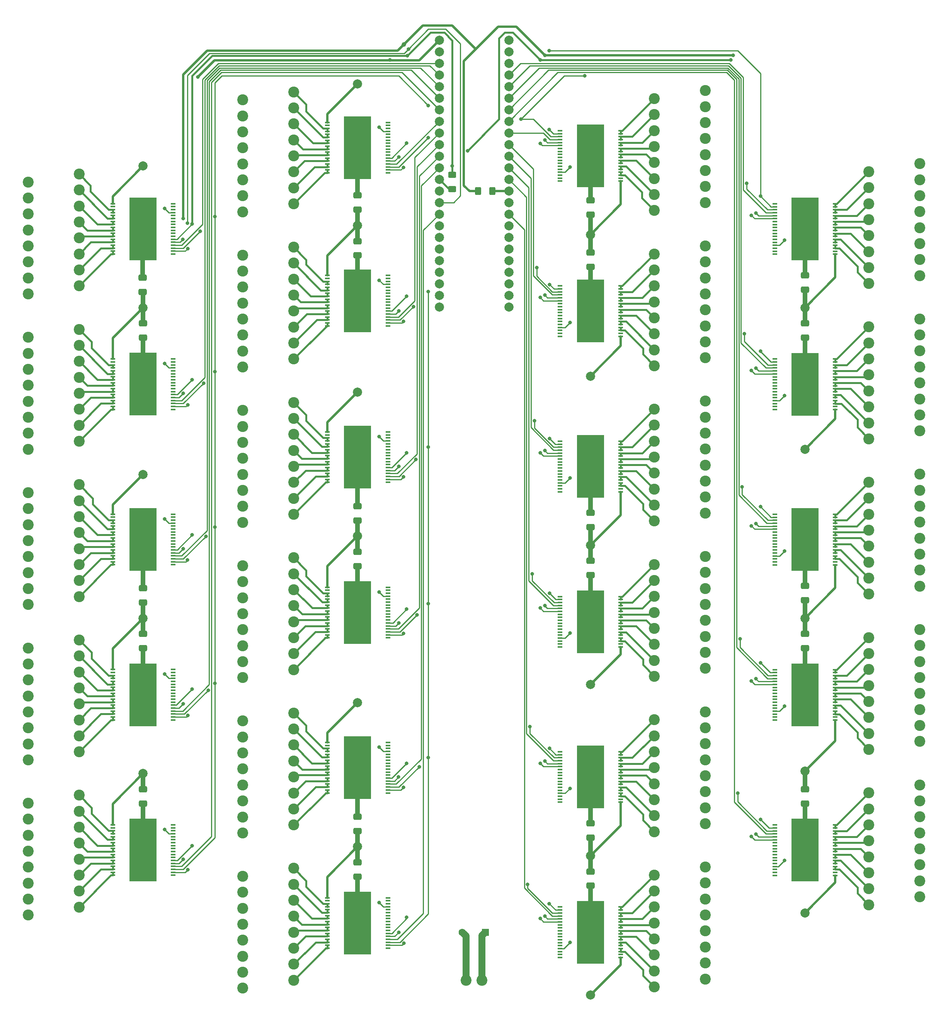
<source format=gbr>
%TF.GenerationSoftware,KiCad,Pcbnew,(6.0.10)*%
%TF.CreationDate,2024-04-02T10:47:47-04:00*%
%TF.ProjectId,OM3Controller,4f4d3343-6f6e-4747-926f-6c6c65722e6b,rev?*%
%TF.SameCoordinates,Original*%
%TF.FileFunction,Copper,L1,Top*%
%TF.FilePolarity,Positive*%
%FSLAX46Y46*%
G04 Gerber Fmt 4.6, Leading zero omitted, Abs format (unit mm)*
G04 Created by KiCad (PCBNEW (6.0.10)) date 2024-04-02 10:47:47*
%MOMM*%
%LPD*%
G01*
G04 APERTURE LIST*
G04 Aperture macros list*
%AMRoundRect*
0 Rectangle with rounded corners*
0 $1 Rounding radius*
0 $2 $3 $4 $5 $6 $7 $8 $9 X,Y pos of 4 corners*
0 Add a 4 corners polygon primitive as box body*
4,1,4,$2,$3,$4,$5,$6,$7,$8,$9,$2,$3,0*
0 Add four circle primitives for the rounded corners*
1,1,$1+$1,$2,$3*
1,1,$1+$1,$4,$5*
1,1,$1+$1,$6,$7*
1,1,$1+$1,$8,$9*
0 Add four rect primitives between the rounded corners*
20,1,$1+$1,$2,$3,$4,$5,0*
20,1,$1+$1,$4,$5,$6,$7,0*
20,1,$1+$1,$6,$7,$8,$9,0*
20,1,$1+$1,$8,$9,$2,$3,0*%
G04 Aperture macros list end*
%TA.AperFunction,ComponentPad*%
%ADD10C,2.400000*%
%TD*%
%TA.AperFunction,SMDPad,CuDef*%
%ADD11R,1.100000X0.400000*%
%TD*%
%TA.AperFunction,SMDPad,CuDef*%
%ADD12R,5.900000X13.700000*%
%TD*%
%TA.AperFunction,SMDPad,CuDef*%
%ADD13RoundRect,0.250000X-0.650000X0.412500X-0.650000X-0.412500X0.650000X-0.412500X0.650000X0.412500X0*%
%TD*%
%TA.AperFunction,SMDPad,CuDef*%
%ADD14RoundRect,0.250000X0.650000X-0.412500X0.650000X0.412500X-0.650000X0.412500X-0.650000X-0.412500X0*%
%TD*%
%TA.AperFunction,SMDPad,CuDef*%
%ADD15RoundRect,0.250000X0.400000X0.625000X-0.400000X0.625000X-0.400000X-0.625000X0.400000X-0.625000X0*%
%TD*%
%TA.AperFunction,SMDPad,CuDef*%
%ADD16RoundRect,0.250000X-0.625000X0.400000X-0.625000X-0.400000X0.625000X-0.400000X0.625000X0.400000X0*%
%TD*%
%TA.AperFunction,ComponentPad*%
%ADD17C,2.000000*%
%TD*%
%TA.AperFunction,ComponentPad*%
%ADD18R,1.600000X1.600000*%
%TD*%
%TA.AperFunction,ComponentPad*%
%ADD19C,1.600000*%
%TD*%
%TA.AperFunction,ViaPad*%
%ADD20C,2.000000*%
%TD*%
%TA.AperFunction,ViaPad*%
%ADD21C,4.000000*%
%TD*%
%TA.AperFunction,ViaPad*%
%ADD22C,0.800000*%
%TD*%
%TA.AperFunction,ViaPad*%
%ADD23C,1.000000*%
%TD*%
%TA.AperFunction,Conductor*%
%ADD24C,0.500000*%
%TD*%
%TA.AperFunction,Conductor*%
%ADD25C,1.000000*%
%TD*%
%TA.AperFunction,Conductor*%
%ADD26C,1.500000*%
%TD*%
%TA.AperFunction,Conductor*%
%ADD27C,0.400000*%
%TD*%
%TA.AperFunction,Conductor*%
%ADD28C,0.250000*%
%TD*%
G04 APERTURE END LIST*
D10*
%TO.P,J21,1,Pin_1*%
%TO.N,Net-(J21-Pad1)*%
X419000000Y-228725000D03*
%TO.P,J21,2,Pin_2*%
%TO.N,Earth*%
X430200000Y-226975000D03*
%TO.P,J21,3,Pin_3*%
%TO.N,Net-(J21-Pad3)*%
X419000000Y-225225000D03*
%TO.P,J21,4,Pin_4*%
%TO.N,Earth*%
X430200000Y-223475000D03*
%TO.P,J21,5,Pin_5*%
%TO.N,Net-(J21-Pad5)*%
X419000000Y-221725000D03*
%TO.P,J21,6,Pin_6*%
%TO.N,Earth*%
X430200000Y-219975000D03*
%TO.P,J21,7,Pin_7*%
%TO.N,Net-(J21-Pad7)*%
X419000000Y-218225000D03*
%TO.P,J21,8,Pin_8*%
%TO.N,Earth*%
X430200000Y-216475000D03*
%TO.P,J21,9,Pin_9*%
%TO.N,Net-(J21-Pad9)*%
X419000000Y-214725000D03*
%TO.P,J21,10,Pin_10*%
%TO.N,Earth*%
X430200000Y-212975000D03*
%TO.P,J21,11,Pin_11*%
%TO.N,Net-(J21-Pad11)*%
X419000000Y-211225000D03*
%TO.P,J21,12,Pin_12*%
%TO.N,Earth*%
X430200000Y-209475000D03*
%TO.P,J21,13,Pin_13*%
%TO.N,Net-(J21-Pad13)*%
X419000000Y-207725000D03*
%TO.P,J21,14,Pin_14*%
%TO.N,Earth*%
X430200000Y-205975000D03*
%TO.P,J21,15,Pin_15*%
%TO.N,Net-(J21-Pad15)*%
X419000000Y-204225000D03*
%TO.P,J21,16,Pin_16*%
%TO.N,Earth*%
X430200000Y-202475000D03*
%TD*%
%TO.P,J3,1,Pin_1*%
%TO.N,Net-(J3-Pad1)*%
X246000000Y-238750000D03*
%TO.P,J3,2,Pin_2*%
%TO.N,Earth*%
X234800000Y-240500000D03*
%TO.P,J3,3,Pin_3*%
%TO.N,Net-(J3-Pad3)*%
X246000000Y-242250000D03*
%TO.P,J3,4,Pin_4*%
%TO.N,Earth*%
X234800000Y-244000000D03*
%TO.P,J3,5,Pin_5*%
%TO.N,Net-(J3-Pad5)*%
X246000000Y-245750000D03*
%TO.P,J3,6,Pin_6*%
%TO.N,Earth*%
X234800000Y-247500000D03*
%TO.P,J3,7,Pin_7*%
%TO.N,Net-(J3-Pad7)*%
X246000000Y-249250000D03*
%TO.P,J3,8,Pin_8*%
%TO.N,Earth*%
X234800000Y-251000000D03*
%TO.P,J3,9,Pin_9*%
%TO.N,Net-(J3-Pad9)*%
X246000000Y-252750000D03*
%TO.P,J3,10,Pin_10*%
%TO.N,Earth*%
X234800000Y-254500000D03*
%TO.P,J3,11,Pin_11*%
%TO.N,Net-(J3-Pad11)*%
X246000000Y-256250000D03*
%TO.P,J3,12,Pin_12*%
%TO.N,Earth*%
X234800000Y-258000000D03*
%TO.P,J3,13,Pin_13*%
%TO.N,Net-(J3-Pad13)*%
X246000000Y-259750000D03*
%TO.P,J3,14,Pin_14*%
%TO.N,Earth*%
X234800000Y-261500000D03*
%TO.P,J3,15,Pin_15*%
%TO.N,Net-(J3-Pad15)*%
X246000000Y-263250000D03*
%TO.P,J3,16,Pin_16*%
%TO.N,Earth*%
X234800000Y-265000000D03*
%TD*%
D11*
%TO.P,U2,1,NC*%
%TO.N,unconnected-(U2-Pad1)*%
X266625000Y-222275000D03*
%TO.P,U2,2,VCC*%
%TO.N,Net-(MCU1-Pad15)*%
X266625000Y-221625000D03*
%TO.P,U2,3,DIS*%
%TO.N,Net-(MCU1-Pad2)*%
X266625000Y-220975000D03*
%TO.P,U2,4,CS*%
%TO.N,Net-(MCU1-Pad4)*%
X266625000Y-220325000D03*
%TO.P,U2,5,SCLK*%
%TO.N,Net-(R1-Pad2)*%
X266625000Y-219675000D03*
%TO.P,U2,6,SI*%
%TO.N,Net-(U1-Pad6)*%
X266625000Y-219025000D03*
%TO.P,U2,7,NC*%
%TO.N,unconnected-(U2-Pad7)*%
X266625000Y-218375000D03*
%TO.P,U2,8,NC*%
%TO.N,unconnected-(U2-Pad8)*%
X266625000Y-217725000D03*
%TO.P,U2,9,NC*%
%TO.N,unconnected-(U2-Pad9)*%
X266625000Y-217075000D03*
%TO.P,U2,10,NC*%
%TO.N,unconnected-(U2-Pad10)*%
X266625000Y-216425000D03*
%TO.P,U2,11,NC*%
%TO.N,unconnected-(U2-Pad11)*%
X266625000Y-215775000D03*
%TO.P,U2,12,NC*%
%TO.N,unconnected-(U2-Pad12)*%
X266625000Y-215125000D03*
%TO.P,U2,13,SO*%
%TO.N,unconnected-(U2-Pad13)*%
X266625000Y-214475000D03*
%TO.P,U2,14,DIAG*%
%TO.N,unconnected-(U2-Pad14)*%
X266625000Y-213825000D03*
%TO.P,U2,15,GNDCC*%
%TO.N,GND*%
X266625000Y-213175000D03*
%TO.P,U2,16,NC*%
%TO.N,unconnected-(U2-Pad16)*%
X266625000Y-212525000D03*
%TO.P,U2,17,NC*%
%TO.N,unconnected-(U2-Pad17)*%
X266625000Y-211875000D03*
%TO.P,U2,18,NC*%
%TO.N,unconnected-(U2-Pad18)*%
X266625000Y-211225000D03*
%TO.P,U2,19,GNDbb*%
%TO.N,Earth*%
X253375000Y-211225000D03*
%TO.P,U2,20,NC*%
%TO.N,unconnected-(U2-Pad20)*%
X253375000Y-211875000D03*
%TO.P,U2,21,OUT7*%
%TO.N,Net-(J2-Pad1)*%
X253375000Y-212525000D03*
%TO.P,U2,22,OUT7*%
X253375000Y-213175000D03*
%TO.P,U2,23,OUT6*%
%TO.N,Net-(J2-Pad3)*%
X253375000Y-213825000D03*
%TO.P,U2,24,OUT6*%
X253375000Y-214475000D03*
%TO.P,U2,25,OUT5*%
%TO.N,Net-(J2-Pad5)*%
X253375000Y-215125000D03*
%TO.P,U2,26,OUT5*%
X253375000Y-215775000D03*
%TO.P,U2,27,OUT4*%
%TO.N,Net-(J2-Pad7)*%
X253375000Y-216425000D03*
%TO.P,U2,28,OUT4*%
X253375000Y-217075000D03*
%TO.P,U2,29,OUT3*%
%TO.N,Net-(J2-Pad9)*%
X253375000Y-217725000D03*
%TO.P,U2,30,OUT3*%
X253375000Y-218375000D03*
%TO.P,U2,31,OUT2*%
%TO.N,Net-(J2-Pad11)*%
X253375000Y-219025000D03*
%TO.P,U2,32,OUT2*%
X253375000Y-219675000D03*
%TO.P,U2,33,OUT1*%
%TO.N,Net-(J2-Pad13)*%
X253375000Y-220325000D03*
%TO.P,U2,34,OUT1*%
X253375000Y-220975000D03*
%TO.P,U2,35,OUT0*%
%TO.N,Net-(J2-Pad15)*%
X253375000Y-221625000D03*
%TO.P,U2,36,OUT0*%
X253375000Y-222275000D03*
D12*
%TO.P,U2,37,VBB*%
%TO.N,+24V*%
X260000000Y-216750000D03*
%TD*%
D11*
%TO.P,U19,1,NC*%
%TO.N,unconnected-(U19-Pad1)*%
X398375000Y-211250000D03*
%TO.P,U19,2,VCC*%
%TO.N,Net-(MCU1-Pad27)*%
X398375000Y-211900000D03*
%TO.P,U19,3,DIS*%
%TO.N,Net-(MCU1-Pad2)*%
X398375000Y-212550000D03*
%TO.P,U19,4,CS*%
%TO.N,Net-(MCU1-Pad29)*%
X398375000Y-213200000D03*
%TO.P,U19,5,SCLK*%
%TO.N,Net-(R1-Pad2)*%
X398375000Y-213850000D03*
%TO.P,U19,6,SI*%
%TO.N,Net-(U1-Pad6)*%
X398375000Y-214500000D03*
%TO.P,U19,7,NC*%
%TO.N,unconnected-(U19-Pad7)*%
X398375000Y-215150000D03*
%TO.P,U19,8,NC*%
%TO.N,unconnected-(U19-Pad8)*%
X398375000Y-215800000D03*
%TO.P,U19,9,NC*%
%TO.N,unconnected-(U19-Pad9)*%
X398375000Y-216450000D03*
%TO.P,U19,10,NC*%
%TO.N,unconnected-(U19-Pad10)*%
X398375000Y-217100000D03*
%TO.P,U19,11,NC*%
%TO.N,unconnected-(U19-Pad11)*%
X398375000Y-217750000D03*
%TO.P,U19,12,NC*%
%TO.N,unconnected-(U19-Pad12)*%
X398375000Y-218400000D03*
%TO.P,U19,13,SO*%
%TO.N,unconnected-(U19-Pad13)*%
X398375000Y-219050000D03*
%TO.P,U19,14,DIAG*%
%TO.N,unconnected-(U19-Pad14)*%
X398375000Y-219700000D03*
%TO.P,U19,15,GNDCC*%
%TO.N,GND*%
X398375000Y-220350000D03*
%TO.P,U19,16,NC*%
%TO.N,unconnected-(U19-Pad16)*%
X398375000Y-221000000D03*
%TO.P,U19,17,NC*%
%TO.N,unconnected-(U19-Pad17)*%
X398375000Y-221650000D03*
%TO.P,U19,18,NC*%
%TO.N,unconnected-(U19-Pad18)*%
X398375000Y-222300000D03*
%TO.P,U19,19,GNDbb*%
%TO.N,Earth*%
X411625000Y-222300000D03*
%TO.P,U19,20,NC*%
%TO.N,unconnected-(U19-Pad20)*%
X411625000Y-221650000D03*
%TO.P,U19,21,OUT7*%
%TO.N,Net-(J21-Pad1)*%
X411625000Y-221000000D03*
%TO.P,U19,22,OUT7*%
X411625000Y-220350000D03*
%TO.P,U19,23,OUT6*%
%TO.N,Net-(J21-Pad3)*%
X411625000Y-219700000D03*
%TO.P,U19,24,OUT6*%
X411625000Y-219050000D03*
%TO.P,U19,25,OUT5*%
%TO.N,Net-(J21-Pad5)*%
X411625000Y-218400000D03*
%TO.P,U19,26,OUT5*%
X411625000Y-217750000D03*
%TO.P,U19,27,OUT4*%
%TO.N,Net-(J21-Pad7)*%
X411625000Y-217100000D03*
%TO.P,U19,28,OUT4*%
X411625000Y-216450000D03*
%TO.P,U19,29,OUT3*%
%TO.N,Net-(J21-Pad9)*%
X411625000Y-215800000D03*
%TO.P,U19,30,OUT3*%
X411625000Y-215150000D03*
%TO.P,U19,31,OUT2*%
%TO.N,Net-(J21-Pad11)*%
X411625000Y-214500000D03*
%TO.P,U19,32,OUT2*%
X411625000Y-213850000D03*
%TO.P,U19,33,OUT1*%
%TO.N,Net-(J21-Pad13)*%
X411625000Y-213200000D03*
%TO.P,U19,34,OUT1*%
X411625000Y-212550000D03*
%TO.P,U19,35,OUT0*%
%TO.N,Net-(J21-Pad15)*%
X411625000Y-211900000D03*
%TO.P,U19,36,OUT0*%
X411625000Y-211250000D03*
D12*
%TO.P,U19,37,VBB*%
%TO.N,+24V*%
X405000000Y-216775000D03*
%TD*%
D10*
%TO.P,J18,1,Pin_1*%
%TO.N,Net-(J18-Pad1)*%
X372000000Y-314725000D03*
%TO.P,J18,2,Pin_2*%
%TO.N,Earth*%
X383200000Y-312975000D03*
%TO.P,J18,3,Pin_3*%
%TO.N,Net-(J18-Pad3)*%
X372000000Y-311225000D03*
%TO.P,J18,4,Pin_4*%
%TO.N,Earth*%
X383200000Y-309475000D03*
%TO.P,J18,5,Pin_5*%
%TO.N,Net-(J18-Pad5)*%
X372000000Y-307725000D03*
%TO.P,J18,6,Pin_6*%
%TO.N,Earth*%
X383200000Y-305975000D03*
%TO.P,J18,7,Pin_7*%
%TO.N,Net-(J18-Pad7)*%
X372000000Y-304225000D03*
%TO.P,J18,8,Pin_8*%
%TO.N,Earth*%
X383200000Y-302475000D03*
%TO.P,J18,9,Pin_9*%
%TO.N,Net-(J18-Pad9)*%
X372000000Y-300725000D03*
%TO.P,J18,10,Pin_10*%
%TO.N,Earth*%
X383200000Y-298975000D03*
%TO.P,J18,11,Pin_11*%
%TO.N,Net-(J18-Pad11)*%
X372000000Y-297225000D03*
%TO.P,J18,12,Pin_12*%
%TO.N,Earth*%
X383200000Y-295475000D03*
%TO.P,J18,13,Pin_13*%
%TO.N,Net-(J18-Pad13)*%
X372000000Y-293725000D03*
%TO.P,J18,14,Pin_14*%
%TO.N,Earth*%
X383200000Y-291975000D03*
%TO.P,J18,15,Pin_15*%
%TO.N,Net-(J18-Pad15)*%
X372000000Y-290225000D03*
%TO.P,J18,16,Pin_16*%
%TO.N,Earth*%
X383200000Y-288475000D03*
%TD*%
D11*
%TO.P,U8,1,NC*%
%TO.N,unconnected-(U8-Pad1)*%
X313625000Y-238250000D03*
%TO.P,U8,2,VCC*%
%TO.N,Net-(MCU1-Pad15)*%
X313625000Y-237600000D03*
%TO.P,U8,3,DIS*%
%TO.N,Net-(MCU1-Pad2)*%
X313625000Y-236950000D03*
%TO.P,U8,4,CS*%
%TO.N,Net-(MCU1-Pad10)*%
X313625000Y-236300000D03*
%TO.P,U8,5,SCLK*%
%TO.N,Net-(R1-Pad2)*%
X313625000Y-235650000D03*
%TO.P,U8,6,SI*%
%TO.N,Net-(U1-Pad6)*%
X313625000Y-235000000D03*
%TO.P,U8,7,NC*%
%TO.N,unconnected-(U8-Pad7)*%
X313625000Y-234350000D03*
%TO.P,U8,8,NC*%
%TO.N,unconnected-(U8-Pad8)*%
X313625000Y-233700000D03*
%TO.P,U8,9,NC*%
%TO.N,unconnected-(U8-Pad9)*%
X313625000Y-233050000D03*
%TO.P,U8,10,NC*%
%TO.N,unconnected-(U8-Pad10)*%
X313625000Y-232400000D03*
%TO.P,U8,11,NC*%
%TO.N,unconnected-(U8-Pad11)*%
X313625000Y-231750000D03*
%TO.P,U8,12,NC*%
%TO.N,unconnected-(U8-Pad12)*%
X313625000Y-231100000D03*
%TO.P,U8,13,SO*%
%TO.N,unconnected-(U8-Pad13)*%
X313625000Y-230450000D03*
%TO.P,U8,14,DIAG*%
%TO.N,unconnected-(U8-Pad14)*%
X313625000Y-229800000D03*
%TO.P,U8,15,GNDCC*%
%TO.N,GND*%
X313625000Y-229150000D03*
%TO.P,U8,16,NC*%
%TO.N,unconnected-(U8-Pad16)*%
X313625000Y-228500000D03*
%TO.P,U8,17,NC*%
%TO.N,unconnected-(U8-Pad17)*%
X313625000Y-227850000D03*
%TO.P,U8,18,NC*%
%TO.N,unconnected-(U8-Pad18)*%
X313625000Y-227200000D03*
%TO.P,U8,19,GNDbb*%
%TO.N,Earth*%
X300375000Y-227200000D03*
%TO.P,U8,20,NC*%
%TO.N,unconnected-(U8-Pad20)*%
X300375000Y-227850000D03*
%TO.P,U8,21,OUT7*%
%TO.N,Net-(J8-Pad1)*%
X300375000Y-228500000D03*
%TO.P,U8,22,OUT7*%
X300375000Y-229150000D03*
%TO.P,U8,23,OUT6*%
%TO.N,Net-(J8-Pad3)*%
X300375000Y-229800000D03*
%TO.P,U8,24,OUT6*%
X300375000Y-230450000D03*
%TO.P,U8,25,OUT5*%
%TO.N,Net-(J8-Pad5)*%
X300375000Y-231100000D03*
%TO.P,U8,26,OUT5*%
X300375000Y-231750000D03*
%TO.P,U8,27,OUT4*%
%TO.N,Net-(J8-Pad7)*%
X300375000Y-232400000D03*
%TO.P,U8,28,OUT4*%
X300375000Y-233050000D03*
%TO.P,U8,29,OUT3*%
%TO.N,Net-(J8-Pad9)*%
X300375000Y-233700000D03*
%TO.P,U8,30,OUT3*%
X300375000Y-234350000D03*
%TO.P,U8,31,OUT2*%
%TO.N,Net-(J8-Pad11)*%
X300375000Y-235000000D03*
%TO.P,U8,32,OUT2*%
X300375000Y-235650000D03*
%TO.P,U8,33,OUT1*%
%TO.N,Net-(J8-Pad13)*%
X300375000Y-236300000D03*
%TO.P,U8,34,OUT1*%
X300375000Y-236950000D03*
%TO.P,U8,35,OUT0*%
%TO.N,Net-(J8-Pad15)*%
X300375000Y-237600000D03*
%TO.P,U8,36,OUT0*%
X300375000Y-238250000D03*
D12*
%TO.P,U8,37,VBB*%
%TO.N,+24V*%
X307000000Y-232725000D03*
%TD*%
D10*
%TO.P,J15,1,Pin_1*%
%TO.N,Net-(J15-Pad1)*%
X372000000Y-212725000D03*
%TO.P,J15,2,Pin_2*%
%TO.N,Earth*%
X383200000Y-210975000D03*
%TO.P,J15,3,Pin_3*%
%TO.N,Net-(J15-Pad3)*%
X372000000Y-209225000D03*
%TO.P,J15,4,Pin_4*%
%TO.N,Earth*%
X383200000Y-207475000D03*
%TO.P,J15,5,Pin_5*%
%TO.N,Net-(J15-Pad5)*%
X372000000Y-205725000D03*
%TO.P,J15,6,Pin_6*%
%TO.N,Earth*%
X383200000Y-203975000D03*
%TO.P,J15,7,Pin_7*%
%TO.N,Net-(J15-Pad7)*%
X372000000Y-202225000D03*
%TO.P,J15,8,Pin_8*%
%TO.N,Earth*%
X383200000Y-200475000D03*
%TO.P,J15,9,Pin_9*%
%TO.N,Net-(J15-Pad9)*%
X372000000Y-198725000D03*
%TO.P,J15,10,Pin_10*%
%TO.N,Earth*%
X383200000Y-196975000D03*
%TO.P,J15,11,Pin_11*%
%TO.N,Net-(J15-Pad11)*%
X372000000Y-195225000D03*
%TO.P,J15,12,Pin_12*%
%TO.N,Earth*%
X383200000Y-193475000D03*
%TO.P,J15,13,Pin_13*%
%TO.N,Net-(J15-Pad13)*%
X372000000Y-191725000D03*
%TO.P,J15,14,Pin_14*%
%TO.N,Earth*%
X383200000Y-189975000D03*
%TO.P,J15,15,Pin_15*%
%TO.N,Net-(J15-Pad15)*%
X372000000Y-188225000D03*
%TO.P,J15,16,Pin_16*%
%TO.N,Earth*%
X383200000Y-186475000D03*
%TD*%
%TO.P,J9,1,Pin_1*%
%TO.N,Net-(J9-Pad1)*%
X293000000Y-254750000D03*
%TO.P,J9,2,Pin_2*%
%TO.N,Earth*%
X281800000Y-256500000D03*
%TO.P,J9,3,Pin_3*%
%TO.N,Net-(J9-Pad3)*%
X293000000Y-258250000D03*
%TO.P,J9,4,Pin_4*%
%TO.N,Earth*%
X281800000Y-260000000D03*
%TO.P,J9,5,Pin_5*%
%TO.N,Net-(J9-Pad5)*%
X293000000Y-261750000D03*
%TO.P,J9,6,Pin_6*%
%TO.N,Earth*%
X281800000Y-263500000D03*
%TO.P,J9,7,Pin_7*%
%TO.N,Net-(J9-Pad7)*%
X293000000Y-265250000D03*
%TO.P,J9,8,Pin_8*%
%TO.N,Earth*%
X281800000Y-267000000D03*
%TO.P,J9,9,Pin_9*%
%TO.N,Net-(J9-Pad9)*%
X293000000Y-268750000D03*
%TO.P,J9,10,Pin_10*%
%TO.N,Earth*%
X281800000Y-270500000D03*
%TO.P,J9,11,Pin_11*%
%TO.N,Net-(J9-Pad11)*%
X293000000Y-272250000D03*
%TO.P,J9,12,Pin_12*%
%TO.N,Earth*%
X281800000Y-274000000D03*
%TO.P,J9,13,Pin_13*%
%TO.N,Net-(J9-Pad13)*%
X293000000Y-275750000D03*
%TO.P,J9,14,Pin_14*%
%TO.N,Earth*%
X281800000Y-277500000D03*
%TO.P,J9,15,Pin_15*%
%TO.N,Net-(J9-Pad15)*%
X293000000Y-279250000D03*
%TO.P,J9,16,Pin_16*%
%TO.N,Earth*%
X281800000Y-281000000D03*
%TD*%
%TO.P,J4,1,Pin_1*%
%TO.N,Net-(J4-Pad1)*%
X246000000Y-272750000D03*
%TO.P,J4,2,Pin_2*%
%TO.N,Earth*%
X234800000Y-274500000D03*
%TO.P,J4,3,Pin_3*%
%TO.N,Net-(J4-Pad3)*%
X246000000Y-276250000D03*
%TO.P,J4,4,Pin_4*%
%TO.N,Earth*%
X234800000Y-278000000D03*
%TO.P,J4,5,Pin_5*%
%TO.N,Net-(J4-Pad5)*%
X246000000Y-279750000D03*
%TO.P,J4,6,Pin_6*%
%TO.N,Earth*%
X234800000Y-281500000D03*
%TO.P,J4,7,Pin_7*%
%TO.N,Net-(J4-Pad7)*%
X246000000Y-283250000D03*
%TO.P,J4,8,Pin_8*%
%TO.N,Earth*%
X234800000Y-285000000D03*
%TO.P,J4,9,Pin_9*%
%TO.N,Net-(J4-Pad9)*%
X246000000Y-286750000D03*
%TO.P,J4,10,Pin_10*%
%TO.N,Earth*%
X234800000Y-288500000D03*
%TO.P,J4,11,Pin_11*%
%TO.N,Net-(J4-Pad11)*%
X246000000Y-290250000D03*
%TO.P,J4,12,Pin_12*%
%TO.N,Earth*%
X234800000Y-292000000D03*
%TO.P,J4,13,Pin_13*%
%TO.N,Net-(J4-Pad13)*%
X246000000Y-293750000D03*
%TO.P,J4,14,Pin_14*%
%TO.N,Earth*%
X234800000Y-295500000D03*
%TO.P,J4,15,Pin_15*%
%TO.N,Net-(J4-Pad15)*%
X246000000Y-297250000D03*
%TO.P,J4,16,Pin_16*%
%TO.N,Earth*%
X234800000Y-299000000D03*
%TD*%
D13*
%TO.P,C7,1*%
%TO.N,Earth*%
X307000000Y-185437500D03*
%TO.P,C7,2*%
%TO.N,+24V*%
X307000000Y-188562500D03*
%TD*%
D14*
%TO.P,C8,1*%
%TO.N,Earth*%
X307000000Y-246562500D03*
%TO.P,C8,2*%
%TO.N,+24V*%
X307000000Y-243437500D03*
%TD*%
D13*
%TO.P,C22,1*%
%TO.N,Earth*%
X405000000Y-271437500D03*
%TO.P,C22,2*%
%TO.N,+24V*%
X405000000Y-274562500D03*
%TD*%
D11*
%TO.P,U18,1,NC*%
%TO.N,unconnected-(U18-Pad1)*%
X398375000Y-177250000D03*
%TO.P,U18,2,VCC*%
%TO.N,Net-(MCU1-Pad27)*%
X398375000Y-177900000D03*
%TO.P,U18,3,DIS*%
%TO.N,Net-(MCU1-Pad2)*%
X398375000Y-178550000D03*
%TO.P,U18,4,CS*%
%TO.N,Net-(MCU1-Pad28)*%
X398375000Y-179200000D03*
%TO.P,U18,5,SCLK*%
%TO.N,Net-(R1-Pad2)*%
X398375000Y-179850000D03*
%TO.P,U18,6,SI*%
%TO.N,Net-(U1-Pad6)*%
X398375000Y-180500000D03*
%TO.P,U18,7,NC*%
%TO.N,unconnected-(U18-Pad7)*%
X398375000Y-181150000D03*
%TO.P,U18,8,NC*%
%TO.N,unconnected-(U18-Pad8)*%
X398375000Y-181800000D03*
%TO.P,U18,9,NC*%
%TO.N,unconnected-(U18-Pad9)*%
X398375000Y-182450000D03*
%TO.P,U18,10,NC*%
%TO.N,unconnected-(U18-Pad10)*%
X398375000Y-183100000D03*
%TO.P,U18,11,NC*%
%TO.N,unconnected-(U18-Pad11)*%
X398375000Y-183750000D03*
%TO.P,U18,12,NC*%
%TO.N,unconnected-(U18-Pad12)*%
X398375000Y-184400000D03*
%TO.P,U18,13,SO*%
%TO.N,unconnected-(U18-Pad13)*%
X398375000Y-185050000D03*
%TO.P,U18,14,DIAG*%
%TO.N,unconnected-(U18-Pad14)*%
X398375000Y-185700000D03*
%TO.P,U18,15,GNDCC*%
%TO.N,GND*%
X398375000Y-186350000D03*
%TO.P,U18,16,NC*%
%TO.N,unconnected-(U18-Pad16)*%
X398375000Y-187000000D03*
%TO.P,U18,17,NC*%
%TO.N,unconnected-(U18-Pad17)*%
X398375000Y-187650000D03*
%TO.P,U18,18,NC*%
%TO.N,unconnected-(U18-Pad18)*%
X398375000Y-188300000D03*
%TO.P,U18,19,GNDbb*%
%TO.N,Earth*%
X411625000Y-188300000D03*
%TO.P,U18,20,NC*%
%TO.N,unconnected-(U18-Pad20)*%
X411625000Y-187650000D03*
%TO.P,U18,21,OUT7*%
%TO.N,Net-(J20-Pad1)*%
X411625000Y-187000000D03*
%TO.P,U18,22,OUT7*%
X411625000Y-186350000D03*
%TO.P,U18,23,OUT6*%
%TO.N,Net-(J20-Pad3)*%
X411625000Y-185700000D03*
%TO.P,U18,24,OUT6*%
X411625000Y-185050000D03*
%TO.P,U18,25,OUT5*%
%TO.N,Net-(J20-Pad5)*%
X411625000Y-184400000D03*
%TO.P,U18,26,OUT5*%
X411625000Y-183750000D03*
%TO.P,U18,27,OUT4*%
%TO.N,Net-(J20-Pad7)*%
X411625000Y-183100000D03*
%TO.P,U18,28,OUT4*%
X411625000Y-182450000D03*
%TO.P,U18,29,OUT3*%
%TO.N,Net-(J20-Pad9)*%
X411625000Y-181800000D03*
%TO.P,U18,30,OUT3*%
X411625000Y-181150000D03*
%TO.P,U18,31,OUT2*%
%TO.N,Net-(J20-Pad11)*%
X411625000Y-180500000D03*
%TO.P,U18,32,OUT2*%
X411625000Y-179850000D03*
%TO.P,U18,33,OUT1*%
%TO.N,Net-(J20-Pad13)*%
X411625000Y-179200000D03*
%TO.P,U18,34,OUT1*%
X411625000Y-178550000D03*
%TO.P,U18,35,OUT0*%
%TO.N,Net-(J20-Pad15)*%
X411625000Y-177900000D03*
%TO.P,U18,36,OUT0*%
X411625000Y-177250000D03*
D12*
%TO.P,U18,37,VBB*%
%TO.N,+24V*%
X405000000Y-182775000D03*
%TD*%
D15*
%TO.P,R1,1*%
%TO.N,Net-(MCU1-Pad38)*%
X336500000Y-174500000D03*
%TO.P,R1,2*%
%TO.N,Net-(R1-Pad2)*%
X333400000Y-174500000D03*
%TD*%
D16*
%TO.P,R2,1*%
%TO.N,Net-(U1-Pad6)*%
X327750000Y-170950000D03*
%TO.P,R2,2*%
%TO.N,Net-(MCU1-Pad13)*%
X327750000Y-174050000D03*
%TD*%
D10*
%TO.P,J17,1,Pin_1*%
%TO.N,Net-(J17-Pad1)*%
X372000000Y-280725000D03*
%TO.P,J17,2,Pin_2*%
%TO.N,Earth*%
X383200000Y-278975000D03*
%TO.P,J17,3,Pin_3*%
%TO.N,Net-(J17-Pad3)*%
X372000000Y-277225000D03*
%TO.P,J17,4,Pin_4*%
%TO.N,Earth*%
X383200000Y-275475000D03*
%TO.P,J17,5,Pin_5*%
%TO.N,Net-(J17-Pad5)*%
X372000000Y-273725000D03*
%TO.P,J17,6,Pin_6*%
%TO.N,Earth*%
X383200000Y-271975000D03*
%TO.P,J17,7,Pin_7*%
%TO.N,Net-(J17-Pad7)*%
X372000000Y-270225000D03*
%TO.P,J17,8,Pin_8*%
%TO.N,Earth*%
X383200000Y-268475000D03*
%TO.P,J17,9,Pin_9*%
%TO.N,Net-(J17-Pad9)*%
X372000000Y-266725000D03*
%TO.P,J17,10,Pin_10*%
%TO.N,Earth*%
X383200000Y-264975000D03*
%TO.P,J17,11,Pin_11*%
%TO.N,Net-(J17-Pad11)*%
X372000000Y-263225000D03*
%TO.P,J17,12,Pin_12*%
%TO.N,Earth*%
X383200000Y-261475000D03*
%TO.P,J17,13,Pin_13*%
%TO.N,Net-(J17-Pad13)*%
X372000000Y-259725000D03*
%TO.P,J17,14,Pin_14*%
%TO.N,Earth*%
X383200000Y-257975000D03*
%TO.P,J17,15,Pin_15*%
%TO.N,Net-(J17-Pad15)*%
X372000000Y-256225000D03*
%TO.P,J17,16,Pin_16*%
%TO.N,Earth*%
X383200000Y-254475000D03*
%TD*%
D14*
%TO.P,C10,1*%
%TO.N,Earth*%
X307000000Y-314562500D03*
%TO.P,C10,2*%
%TO.N,+24V*%
X307000000Y-311437500D03*
%TD*%
D11*
%TO.P,U11,1,NC*%
%TO.N,unconnected-(U11-Pad1)*%
X313625000Y-340250000D03*
%TO.P,U11,2,VCC*%
%TO.N,Net-(MCU1-Pad15)*%
X313625000Y-339600000D03*
%TO.P,U11,3,DIS*%
%TO.N,Net-(MCU1-Pad2)*%
X313625000Y-338950000D03*
%TO.P,U11,4,CS*%
%TO.N,Net-(MCU1-Pad16)*%
X313625000Y-338300000D03*
%TO.P,U11,5,SCLK*%
%TO.N,Net-(R1-Pad2)*%
X313625000Y-337650000D03*
%TO.P,U11,6,SI*%
%TO.N,Net-(U1-Pad6)*%
X313625000Y-337000000D03*
%TO.P,U11,7,NC*%
%TO.N,unconnected-(U11-Pad7)*%
X313625000Y-336350000D03*
%TO.P,U11,8,NC*%
%TO.N,unconnected-(U11-Pad8)*%
X313625000Y-335700000D03*
%TO.P,U11,9,NC*%
%TO.N,unconnected-(U11-Pad9)*%
X313625000Y-335050000D03*
%TO.P,U11,10,NC*%
%TO.N,unconnected-(U11-Pad10)*%
X313625000Y-334400000D03*
%TO.P,U11,11,NC*%
%TO.N,unconnected-(U11-Pad11)*%
X313625000Y-333750000D03*
%TO.P,U11,12,NC*%
%TO.N,unconnected-(U11-Pad12)*%
X313625000Y-333100000D03*
%TO.P,U11,13,SO*%
%TO.N,unconnected-(U11-Pad13)*%
X313625000Y-332450000D03*
%TO.P,U11,14,DIAG*%
%TO.N,unconnected-(U11-Pad14)*%
X313625000Y-331800000D03*
%TO.P,U11,15,GNDCC*%
%TO.N,GND*%
X313625000Y-331150000D03*
%TO.P,U11,16,NC*%
%TO.N,unconnected-(U11-Pad16)*%
X313625000Y-330500000D03*
%TO.P,U11,17,NC*%
%TO.N,unconnected-(U11-Pad17)*%
X313625000Y-329850000D03*
%TO.P,U11,18,NC*%
%TO.N,unconnected-(U11-Pad18)*%
X313625000Y-329200000D03*
%TO.P,U11,19,GNDbb*%
%TO.N,Earth*%
X300375000Y-329200000D03*
%TO.P,U11,20,NC*%
%TO.N,unconnected-(U11-Pad20)*%
X300375000Y-329850000D03*
%TO.P,U11,21,OUT7*%
%TO.N,Net-(J11-Pad1)*%
X300375000Y-330500000D03*
%TO.P,U11,22,OUT7*%
X300375000Y-331150000D03*
%TO.P,U11,23,OUT6*%
%TO.N,Net-(J11-Pad3)*%
X300375000Y-331800000D03*
%TO.P,U11,24,OUT6*%
X300375000Y-332450000D03*
%TO.P,U11,25,OUT5*%
%TO.N,Net-(J11-Pad5)*%
X300375000Y-333100000D03*
%TO.P,U11,26,OUT5*%
X300375000Y-333750000D03*
%TO.P,U11,27,OUT4*%
%TO.N,Net-(J11-Pad7)*%
X300375000Y-334400000D03*
%TO.P,U11,28,OUT4*%
X300375000Y-335050000D03*
%TO.P,U11,29,OUT3*%
%TO.N,Net-(J11-Pad9)*%
X300375000Y-335700000D03*
%TO.P,U11,30,OUT3*%
X300375000Y-336350000D03*
%TO.P,U11,31,OUT2*%
%TO.N,Net-(J11-Pad11)*%
X300375000Y-337000000D03*
%TO.P,U11,32,OUT2*%
X300375000Y-337650000D03*
%TO.P,U11,33,OUT1*%
%TO.N,Net-(J11-Pad13)*%
X300375000Y-338300000D03*
%TO.P,U11,34,OUT1*%
X300375000Y-338950000D03*
%TO.P,U11,35,OUT0*%
%TO.N,Net-(J11-Pad15)*%
X300375000Y-339600000D03*
%TO.P,U11,36,OUT0*%
X300375000Y-340250000D03*
D12*
%TO.P,U11,37,VBB*%
%TO.N,+24V*%
X307000000Y-334725000D03*
%TD*%
D14*
%TO.P,C1,1*%
%TO.N,Earth*%
X259910000Y-196562500D03*
%TO.P,C1,2*%
%TO.N,+24V*%
X259910000Y-193437500D03*
%TD*%
D10*
%TO.P,J16,1,Pin_1*%
%TO.N,Net-(J16-Pad1)*%
X372000000Y-246725000D03*
%TO.P,J16,2,Pin_2*%
%TO.N,Earth*%
X383200000Y-244975000D03*
%TO.P,J16,3,Pin_3*%
%TO.N,Net-(J16-Pad3)*%
X372000000Y-243225000D03*
%TO.P,J16,4,Pin_4*%
%TO.N,Earth*%
X383200000Y-241475000D03*
%TO.P,J16,5,Pin_5*%
%TO.N,Net-(J16-Pad5)*%
X372000000Y-239725000D03*
%TO.P,J16,6,Pin_6*%
%TO.N,Earth*%
X383200000Y-237975000D03*
%TO.P,J16,7,Pin_7*%
%TO.N,Net-(J16-Pad7)*%
X372000000Y-236225000D03*
%TO.P,J16,8,Pin_8*%
%TO.N,Earth*%
X383200000Y-234475000D03*
%TO.P,J16,9,Pin_9*%
%TO.N,Net-(J16-Pad9)*%
X372000000Y-232725000D03*
%TO.P,J16,10,Pin_10*%
%TO.N,Earth*%
X383200000Y-230975000D03*
%TO.P,J16,11,Pin_11*%
%TO.N,Net-(J16-Pad11)*%
X372000000Y-229225000D03*
%TO.P,J16,12,Pin_12*%
%TO.N,Earth*%
X383200000Y-227475000D03*
%TO.P,J16,13,Pin_13*%
%TO.N,Net-(J16-Pad13)*%
X372000000Y-225725000D03*
%TO.P,J16,14,Pin_14*%
%TO.N,Earth*%
X383200000Y-223975000D03*
%TO.P,J16,15,Pin_15*%
%TO.N,Net-(J16-Pad15)*%
X372000000Y-222225000D03*
%TO.P,J16,16,Pin_16*%
%TO.N,Earth*%
X383200000Y-220475000D03*
%TD*%
D11*
%TO.P,U12,1,NC*%
%TO.N,unconnected-(U12-Pad1)*%
X351375000Y-161250000D03*
%TO.P,U12,2,VCC*%
%TO.N,Net-(MCU1-Pad27)*%
X351375000Y-161900000D03*
%TO.P,U12,3,DIS*%
%TO.N,Net-(MCU1-Pad2)*%
X351375000Y-162550000D03*
%TO.P,U12,4,CS*%
%TO.N,Net-(MCU1-Pad33)*%
X351375000Y-163200000D03*
%TO.P,U12,5,SCLK*%
%TO.N,Net-(R1-Pad2)*%
X351375000Y-163850000D03*
%TO.P,U12,6,SI*%
%TO.N,Net-(U1-Pad6)*%
X351375000Y-164500000D03*
%TO.P,U12,7,NC*%
%TO.N,unconnected-(U12-Pad7)*%
X351375000Y-165150000D03*
%TO.P,U12,8,NC*%
%TO.N,unconnected-(U12-Pad8)*%
X351375000Y-165800000D03*
%TO.P,U12,9,NC*%
%TO.N,unconnected-(U12-Pad9)*%
X351375000Y-166450000D03*
%TO.P,U12,10,NC*%
%TO.N,unconnected-(U12-Pad10)*%
X351375000Y-167100000D03*
%TO.P,U12,11,NC*%
%TO.N,unconnected-(U12-Pad11)*%
X351375000Y-167750000D03*
%TO.P,U12,12,NC*%
%TO.N,unconnected-(U12-Pad12)*%
X351375000Y-168400000D03*
%TO.P,U12,13,SO*%
%TO.N,unconnected-(U12-Pad13)*%
X351375000Y-169050000D03*
%TO.P,U12,14,DIAG*%
%TO.N,unconnected-(U12-Pad14)*%
X351375000Y-169700000D03*
%TO.P,U12,15,GNDCC*%
%TO.N,GND*%
X351375000Y-170350000D03*
%TO.P,U12,16,NC*%
%TO.N,unconnected-(U12-Pad16)*%
X351375000Y-171000000D03*
%TO.P,U12,17,NC*%
%TO.N,unconnected-(U12-Pad17)*%
X351375000Y-171650000D03*
%TO.P,U12,18,NC*%
%TO.N,unconnected-(U12-Pad18)*%
X351375000Y-172300000D03*
%TO.P,U12,19,GNDbb*%
%TO.N,Earth*%
X364625000Y-172300000D03*
%TO.P,U12,20,NC*%
%TO.N,unconnected-(U12-Pad20)*%
X364625000Y-171650000D03*
%TO.P,U12,21,OUT7*%
%TO.N,Net-(J14-Pad1)*%
X364625000Y-171000000D03*
%TO.P,U12,22,OUT7*%
X364625000Y-170350000D03*
%TO.P,U12,23,OUT6*%
%TO.N,Net-(J14-Pad3)*%
X364625000Y-169700000D03*
%TO.P,U12,24,OUT6*%
X364625000Y-169050000D03*
%TO.P,U12,25,OUT5*%
%TO.N,Net-(J14-Pad5)*%
X364625000Y-168400000D03*
%TO.P,U12,26,OUT5*%
X364625000Y-167750000D03*
%TO.P,U12,27,OUT4*%
%TO.N,Net-(J14-Pad7)*%
X364625000Y-167100000D03*
%TO.P,U12,28,OUT4*%
X364625000Y-166450000D03*
%TO.P,U12,29,OUT3*%
%TO.N,Net-(J14-Pad9)*%
X364625000Y-165800000D03*
%TO.P,U12,30,OUT3*%
X364625000Y-165150000D03*
%TO.P,U12,31,OUT2*%
%TO.N,Net-(J14-Pad11)*%
X364625000Y-164500000D03*
%TO.P,U12,32,OUT2*%
X364625000Y-163850000D03*
%TO.P,U12,33,OUT1*%
%TO.N,Net-(J14-Pad13)*%
X364625000Y-163200000D03*
%TO.P,U12,34,OUT1*%
X364625000Y-162550000D03*
%TO.P,U12,35,OUT0*%
%TO.N,Net-(J14-Pad15)*%
X364625000Y-161900000D03*
%TO.P,U12,36,OUT0*%
X364625000Y-161250000D03*
D12*
%TO.P,U12,37,VBB*%
%TO.N,+24V*%
X358000000Y-166775000D03*
%TD*%
D13*
%TO.P,C16,1*%
%TO.N,Earth*%
X358000000Y-255437500D03*
%TO.P,C16,2*%
%TO.N,+24V*%
X358000000Y-258562500D03*
%TD*%
D11*
%TO.P,U15,1,NC*%
%TO.N,unconnected-(U15-Pad1)*%
X351375000Y-263250000D03*
%TO.P,U15,2,VCC*%
%TO.N,Net-(MCU1-Pad27)*%
X351375000Y-263900000D03*
%TO.P,U15,3,DIS*%
%TO.N,Net-(MCU1-Pad2)*%
X351375000Y-264550000D03*
%TO.P,U15,4,CS*%
%TO.N,Net-(MCU1-Pad36)*%
X351375000Y-265200000D03*
%TO.P,U15,5,SCLK*%
%TO.N,Net-(R1-Pad2)*%
X351375000Y-265850000D03*
%TO.P,U15,6,SI*%
%TO.N,Net-(U1-Pad6)*%
X351375000Y-266500000D03*
%TO.P,U15,7,NC*%
%TO.N,unconnected-(U15-Pad7)*%
X351375000Y-267150000D03*
%TO.P,U15,8,NC*%
%TO.N,unconnected-(U15-Pad8)*%
X351375000Y-267800000D03*
%TO.P,U15,9,NC*%
%TO.N,unconnected-(U15-Pad9)*%
X351375000Y-268450000D03*
%TO.P,U15,10,NC*%
%TO.N,unconnected-(U15-Pad10)*%
X351375000Y-269100000D03*
%TO.P,U15,11,NC*%
%TO.N,unconnected-(U15-Pad11)*%
X351375000Y-269750000D03*
%TO.P,U15,12,NC*%
%TO.N,unconnected-(U15-Pad12)*%
X351375000Y-270400000D03*
%TO.P,U15,13,SO*%
%TO.N,unconnected-(U15-Pad13)*%
X351375000Y-271050000D03*
%TO.P,U15,14,DIAG*%
%TO.N,unconnected-(U15-Pad14)*%
X351375000Y-271700000D03*
%TO.P,U15,15,GNDCC*%
%TO.N,GND*%
X351375000Y-272350000D03*
%TO.P,U15,16,NC*%
%TO.N,unconnected-(U15-Pad16)*%
X351375000Y-273000000D03*
%TO.P,U15,17,NC*%
%TO.N,unconnected-(U15-Pad17)*%
X351375000Y-273650000D03*
%TO.P,U15,18,NC*%
%TO.N,unconnected-(U15-Pad18)*%
X351375000Y-274300000D03*
%TO.P,U15,19,GNDbb*%
%TO.N,Earth*%
X364625000Y-274300000D03*
%TO.P,U15,20,NC*%
%TO.N,unconnected-(U15-Pad20)*%
X364625000Y-273650000D03*
%TO.P,U15,21,OUT7*%
%TO.N,Net-(J17-Pad1)*%
X364625000Y-273000000D03*
%TO.P,U15,22,OUT7*%
X364625000Y-272350000D03*
%TO.P,U15,23,OUT6*%
%TO.N,Net-(J17-Pad3)*%
X364625000Y-271700000D03*
%TO.P,U15,24,OUT6*%
X364625000Y-271050000D03*
%TO.P,U15,25,OUT5*%
%TO.N,Net-(J17-Pad5)*%
X364625000Y-270400000D03*
%TO.P,U15,26,OUT5*%
X364625000Y-269750000D03*
%TO.P,U15,27,OUT4*%
%TO.N,Net-(J17-Pad7)*%
X364625000Y-269100000D03*
%TO.P,U15,28,OUT4*%
X364625000Y-268450000D03*
%TO.P,U15,29,OUT3*%
%TO.N,Net-(J17-Pad9)*%
X364625000Y-267800000D03*
%TO.P,U15,30,OUT3*%
X364625000Y-267150000D03*
%TO.P,U15,31,OUT2*%
%TO.N,Net-(J17-Pad11)*%
X364625000Y-266500000D03*
%TO.P,U15,32,OUT2*%
X364625000Y-265850000D03*
%TO.P,U15,33,OUT1*%
%TO.N,Net-(J17-Pad13)*%
X364625000Y-265200000D03*
%TO.P,U15,34,OUT1*%
X364625000Y-264550000D03*
%TO.P,U15,35,OUT0*%
%TO.N,Net-(J17-Pad15)*%
X364625000Y-263900000D03*
%TO.P,U15,36,OUT0*%
X364625000Y-263250000D03*
D12*
%TO.P,U15,37,VBB*%
%TO.N,+24V*%
X358000000Y-268775000D03*
%TD*%
D14*
%TO.P,C17,1*%
%TO.N,Earth*%
X358000000Y-316037500D03*
%TO.P,C17,2*%
%TO.N,+24V*%
X358000000Y-312912500D03*
%TD*%
D10*
%TO.P,J6,1,Pin_1*%
%TO.N,Net-(J6-Pad1)*%
X293000000Y-152750000D03*
%TO.P,J6,2,Pin_2*%
%TO.N,Earth*%
X281800000Y-154500000D03*
%TO.P,J6,3,Pin_3*%
%TO.N,Net-(J6-Pad3)*%
X293000000Y-156250000D03*
%TO.P,J6,4,Pin_4*%
%TO.N,Earth*%
X281800000Y-158000000D03*
%TO.P,J6,5,Pin_5*%
%TO.N,Net-(J6-Pad5)*%
X293000000Y-159750000D03*
%TO.P,J6,6,Pin_6*%
%TO.N,Earth*%
X281800000Y-161500000D03*
%TO.P,J6,7,Pin_7*%
%TO.N,Net-(J6-Pad7)*%
X293000000Y-163250000D03*
%TO.P,J6,8,Pin_8*%
%TO.N,Earth*%
X281800000Y-165000000D03*
%TO.P,J6,9,Pin_9*%
%TO.N,Net-(J6-Pad9)*%
X293000000Y-166750000D03*
%TO.P,J6,10,Pin_10*%
%TO.N,Earth*%
X281800000Y-168500000D03*
%TO.P,J6,11,Pin_11*%
%TO.N,Net-(J6-Pad11)*%
X293000000Y-170250000D03*
%TO.P,J6,12,Pin_12*%
%TO.N,Earth*%
X281800000Y-172000000D03*
%TO.P,J6,13,Pin_13*%
%TO.N,Net-(J6-Pad13)*%
X293000000Y-173750000D03*
%TO.P,J6,14,Pin_14*%
%TO.N,Earth*%
X281800000Y-175500000D03*
%TO.P,J6,15,Pin_15*%
%TO.N,Net-(J6-Pad15)*%
X293000000Y-177250000D03*
%TO.P,J6,16,Pin_16*%
%TO.N,Earth*%
X281800000Y-179000000D03*
%TD*%
%TO.P,J22,1,Pin_1*%
%TO.N,Net-(J22-Pad1)*%
X419000000Y-262725000D03*
%TO.P,J22,2,Pin_2*%
%TO.N,Earth*%
X430200000Y-260975000D03*
%TO.P,J22,3,Pin_3*%
%TO.N,Net-(J22-Pad3)*%
X419000000Y-259225000D03*
%TO.P,J22,4,Pin_4*%
%TO.N,Earth*%
X430200000Y-257475000D03*
%TO.P,J22,5,Pin_5*%
%TO.N,Net-(J22-Pad5)*%
X419000000Y-255725000D03*
%TO.P,J22,6,Pin_6*%
%TO.N,Earth*%
X430200000Y-253975000D03*
%TO.P,J22,7,Pin_7*%
%TO.N,Net-(J22-Pad7)*%
X419000000Y-252225000D03*
%TO.P,J22,8,Pin_8*%
%TO.N,Earth*%
X430200000Y-250475000D03*
%TO.P,J22,9,Pin_9*%
%TO.N,Net-(J22-Pad9)*%
X419000000Y-248725000D03*
%TO.P,J22,10,Pin_10*%
%TO.N,Earth*%
X430200000Y-246975000D03*
%TO.P,J22,11,Pin_11*%
%TO.N,Net-(J22-Pad11)*%
X419000000Y-245225000D03*
%TO.P,J22,12,Pin_12*%
%TO.N,Earth*%
X430200000Y-243475000D03*
%TO.P,J22,13,Pin_13*%
%TO.N,Net-(J22-Pad13)*%
X419000000Y-241725000D03*
%TO.P,J22,14,Pin_14*%
%TO.N,Earth*%
X430200000Y-239975000D03*
%TO.P,J22,15,Pin_15*%
%TO.N,Net-(J22-Pad15)*%
X419000000Y-238225000D03*
%TO.P,J22,16,Pin_16*%
%TO.N,Earth*%
X430200000Y-236475000D03*
%TD*%
D13*
%TO.P,C4,1*%
%TO.N,Earth*%
X260000000Y-271437500D03*
%TO.P,C4,2*%
%TO.N,+24V*%
X260000000Y-274562500D03*
%TD*%
D11*
%TO.P,U22,1,NC*%
%TO.N,unconnected-(U22-Pad1)*%
X398375000Y-313250000D03*
%TO.P,U22,2,VCC*%
%TO.N,Net-(MCU1-Pad27)*%
X398375000Y-313900000D03*
%TO.P,U22,3,DIS*%
%TO.N,Net-(MCU1-Pad2)*%
X398375000Y-314550000D03*
%TO.P,U22,4,CS*%
%TO.N,Net-(MCU1-Pad32)*%
X398375000Y-315200000D03*
%TO.P,U22,5,SCLK*%
%TO.N,Net-(R1-Pad2)*%
X398375000Y-315850000D03*
%TO.P,U22,6,SI*%
%TO.N,Net-(U1-Pad6)*%
X398375000Y-316500000D03*
%TO.P,U22,7,NC*%
%TO.N,unconnected-(U22-Pad7)*%
X398375000Y-317150000D03*
%TO.P,U22,8,NC*%
%TO.N,unconnected-(U22-Pad8)*%
X398375000Y-317800000D03*
%TO.P,U22,9,NC*%
%TO.N,unconnected-(U22-Pad9)*%
X398375000Y-318450000D03*
%TO.P,U22,10,NC*%
%TO.N,unconnected-(U22-Pad10)*%
X398375000Y-319100000D03*
%TO.P,U22,11,NC*%
%TO.N,unconnected-(U22-Pad11)*%
X398375000Y-319750000D03*
%TO.P,U22,12,NC*%
%TO.N,unconnected-(U22-Pad12)*%
X398375000Y-320400000D03*
%TO.P,U22,13,SO*%
%TO.N,unconnected-(U22-Pad13)*%
X398375000Y-321050000D03*
%TO.P,U22,14,DIAG*%
%TO.N,unconnected-(U22-Pad14)*%
X398375000Y-321700000D03*
%TO.P,U22,15,GNDCC*%
%TO.N,GND*%
X398375000Y-322350000D03*
%TO.P,U22,16,NC*%
%TO.N,unconnected-(U22-Pad16)*%
X398375000Y-323000000D03*
%TO.P,U22,17,NC*%
%TO.N,unconnected-(U22-Pad17)*%
X398375000Y-323650000D03*
%TO.P,U22,18,NC*%
%TO.N,unconnected-(U22-Pad18)*%
X398375000Y-324300000D03*
%TO.P,U22,19,GNDbb*%
%TO.N,Earth*%
X411625000Y-324300000D03*
%TO.P,U22,20,NC*%
%TO.N,unconnected-(U22-Pad20)*%
X411625000Y-323650000D03*
%TO.P,U22,21,OUT7*%
%TO.N,Net-(J24-Pad1)*%
X411625000Y-323000000D03*
%TO.P,U22,22,OUT7*%
X411625000Y-322350000D03*
%TO.P,U22,23,OUT6*%
%TO.N,Net-(J24-Pad3)*%
X411625000Y-321700000D03*
%TO.P,U22,24,OUT6*%
X411625000Y-321050000D03*
%TO.P,U22,25,OUT5*%
%TO.N,Net-(J24-Pad5)*%
X411625000Y-320400000D03*
%TO.P,U22,26,OUT5*%
X411625000Y-319750000D03*
%TO.P,U22,27,OUT4*%
%TO.N,Net-(J24-Pad7)*%
X411625000Y-319100000D03*
%TO.P,U22,28,OUT4*%
X411625000Y-318450000D03*
%TO.P,U22,29,OUT3*%
%TO.N,Net-(J24-Pad9)*%
X411625000Y-317800000D03*
%TO.P,U22,30,OUT3*%
X411625000Y-317150000D03*
%TO.P,U22,31,OUT2*%
%TO.N,Net-(J24-Pad11)*%
X411625000Y-316500000D03*
%TO.P,U22,32,OUT2*%
X411625000Y-315850000D03*
%TO.P,U22,33,OUT1*%
%TO.N,Net-(J24-Pad13)*%
X411625000Y-315200000D03*
%TO.P,U22,34,OUT1*%
X411625000Y-314550000D03*
%TO.P,U22,35,OUT0*%
%TO.N,Net-(J24-Pad15)*%
X411625000Y-313900000D03*
%TO.P,U22,36,OUT0*%
X411625000Y-313250000D03*
D12*
%TO.P,U22,37,VBB*%
%TO.N,+24V*%
X405000000Y-318775000D03*
%TD*%
D14*
%TO.P,C15,1*%
%TO.N,Earth*%
X358000000Y-248037500D03*
%TO.P,C15,2*%
%TO.N,+24V*%
X358000000Y-244912500D03*
%TD*%
D10*
%TO.P,J7,1,Pin_1*%
%TO.N,Net-(J7-Pad1)*%
X293000000Y-186750000D03*
%TO.P,J7,2,Pin_2*%
%TO.N,Earth*%
X281800000Y-188500000D03*
%TO.P,J7,3,Pin_3*%
%TO.N,Net-(J7-Pad3)*%
X293000000Y-190250000D03*
%TO.P,J7,4,Pin_4*%
%TO.N,Earth*%
X281800000Y-192000000D03*
%TO.P,J7,5,Pin_5*%
%TO.N,Net-(J7-Pad5)*%
X293000000Y-193750000D03*
%TO.P,J7,6,Pin_6*%
%TO.N,Earth*%
X281800000Y-195500000D03*
%TO.P,J7,7,Pin_7*%
%TO.N,Net-(J7-Pad7)*%
X293000000Y-197250000D03*
%TO.P,J7,8,Pin_8*%
%TO.N,Earth*%
X281800000Y-199000000D03*
%TO.P,J7,9,Pin_9*%
%TO.N,Net-(J7-Pad9)*%
X293000000Y-200750000D03*
%TO.P,J7,10,Pin_10*%
%TO.N,Earth*%
X281800000Y-202500000D03*
%TO.P,J7,11,Pin_11*%
%TO.N,Net-(J7-Pad11)*%
X293000000Y-204250000D03*
%TO.P,J7,12,Pin_12*%
%TO.N,Earth*%
X281800000Y-206000000D03*
%TO.P,J7,13,Pin_13*%
%TO.N,Net-(J7-Pad13)*%
X293000000Y-207750000D03*
%TO.P,J7,14,Pin_14*%
%TO.N,Earth*%
X281800000Y-209500000D03*
%TO.P,J7,15,Pin_15*%
%TO.N,Net-(J7-Pad15)*%
X293000000Y-211250000D03*
%TO.P,J7,16,Pin_16*%
%TO.N,Earth*%
X281800000Y-213000000D03*
%TD*%
D13*
%TO.P,C5,1*%
%TO.N,Earth*%
X260000000Y-305437500D03*
%TO.P,C5,2*%
%TO.N,+24V*%
X260000000Y-308562500D03*
%TD*%
D10*
%TO.P,J1,1,Pin_1*%
%TO.N,Net-(J1-Pad1)*%
X246000000Y-170750000D03*
%TO.P,J1,2,Pin_2*%
%TO.N,Earth*%
X234800000Y-172500000D03*
%TO.P,J1,3,Pin_3*%
%TO.N,Net-(J1-Pad3)*%
X246000000Y-174250000D03*
%TO.P,J1,4,Pin_4*%
%TO.N,Earth*%
X234800000Y-176000000D03*
%TO.P,J1,5,Pin_5*%
%TO.N,Net-(J1-Pad5)*%
X246000000Y-177750000D03*
%TO.P,J1,6,Pin_6*%
%TO.N,Earth*%
X234800000Y-179500000D03*
%TO.P,J1,7,Pin_7*%
%TO.N,Net-(J1-Pad7)*%
X246000000Y-181250000D03*
%TO.P,J1,8,Pin_8*%
%TO.N,Earth*%
X234800000Y-183000000D03*
%TO.P,J1,9,Pin_9*%
%TO.N,Net-(J1-Pad9)*%
X246000000Y-184750000D03*
%TO.P,J1,10,Pin_10*%
%TO.N,Earth*%
X234800000Y-186500000D03*
%TO.P,J1,11,Pin_11*%
%TO.N,Net-(J1-Pad11)*%
X246000000Y-188250000D03*
%TO.P,J1,12,Pin_12*%
%TO.N,Earth*%
X234800000Y-190000000D03*
%TO.P,J1,13,Pin_13*%
%TO.N,Net-(J1-Pad13)*%
X246000000Y-191750000D03*
%TO.P,J1,14,Pin_14*%
%TO.N,Earth*%
X234800000Y-193500000D03*
%TO.P,J1,15,Pin_15*%
%TO.N,Net-(J1-Pad15)*%
X246000000Y-195250000D03*
%TO.P,J1,16,Pin_16*%
%TO.N,Earth*%
X234800000Y-197000000D03*
%TD*%
D11*
%TO.P,U9,1,NC*%
%TO.N,unconnected-(U9-Pad1)*%
X313625000Y-272275000D03*
%TO.P,U9,2,VCC*%
%TO.N,Net-(MCU1-Pad15)*%
X313625000Y-271625000D03*
%TO.P,U9,3,DIS*%
%TO.N,Net-(MCU1-Pad2)*%
X313625000Y-270975000D03*
%TO.P,U9,4,CS*%
%TO.N,Net-(MCU1-Pad11)*%
X313625000Y-270325000D03*
%TO.P,U9,5,SCLK*%
%TO.N,Net-(R1-Pad2)*%
X313625000Y-269675000D03*
%TO.P,U9,6,SI*%
%TO.N,Net-(U1-Pad6)*%
X313625000Y-269025000D03*
%TO.P,U9,7,NC*%
%TO.N,unconnected-(U9-Pad7)*%
X313625000Y-268375000D03*
%TO.P,U9,8,NC*%
%TO.N,unconnected-(U9-Pad8)*%
X313625000Y-267725000D03*
%TO.P,U9,9,NC*%
%TO.N,unconnected-(U9-Pad9)*%
X313625000Y-267075000D03*
%TO.P,U9,10,NC*%
%TO.N,unconnected-(U9-Pad10)*%
X313625000Y-266425000D03*
%TO.P,U9,11,NC*%
%TO.N,unconnected-(U9-Pad11)*%
X313625000Y-265775000D03*
%TO.P,U9,12,NC*%
%TO.N,unconnected-(U9-Pad12)*%
X313625000Y-265125000D03*
%TO.P,U9,13,SO*%
%TO.N,unconnected-(U9-Pad13)*%
X313625000Y-264475000D03*
%TO.P,U9,14,DIAG*%
%TO.N,unconnected-(U9-Pad14)*%
X313625000Y-263825000D03*
%TO.P,U9,15,GNDCC*%
%TO.N,GND*%
X313625000Y-263175000D03*
%TO.P,U9,16,NC*%
%TO.N,unconnected-(U9-Pad16)*%
X313625000Y-262525000D03*
%TO.P,U9,17,NC*%
%TO.N,unconnected-(U9-Pad17)*%
X313625000Y-261875000D03*
%TO.P,U9,18,NC*%
%TO.N,unconnected-(U9-Pad18)*%
X313625000Y-261225000D03*
%TO.P,U9,19,GNDbb*%
%TO.N,Earth*%
X300375000Y-261225000D03*
%TO.P,U9,20,NC*%
%TO.N,unconnected-(U9-Pad20)*%
X300375000Y-261875000D03*
%TO.P,U9,21,OUT7*%
%TO.N,Net-(J9-Pad1)*%
X300375000Y-262525000D03*
%TO.P,U9,22,OUT7*%
X300375000Y-263175000D03*
%TO.P,U9,23,OUT6*%
%TO.N,Net-(J9-Pad3)*%
X300375000Y-263825000D03*
%TO.P,U9,24,OUT6*%
X300375000Y-264475000D03*
%TO.P,U9,25,OUT5*%
%TO.N,Net-(J9-Pad5)*%
X300375000Y-265125000D03*
%TO.P,U9,26,OUT5*%
X300375000Y-265775000D03*
%TO.P,U9,27,OUT4*%
%TO.N,Net-(J9-Pad7)*%
X300375000Y-266425000D03*
%TO.P,U9,28,OUT4*%
X300375000Y-267075000D03*
%TO.P,U9,29,OUT3*%
%TO.N,Net-(J9-Pad9)*%
X300375000Y-267725000D03*
%TO.P,U9,30,OUT3*%
X300375000Y-268375000D03*
%TO.P,U9,31,OUT2*%
%TO.N,Net-(J9-Pad11)*%
X300375000Y-269025000D03*
%TO.P,U9,32,OUT2*%
X300375000Y-269675000D03*
%TO.P,U9,33,OUT1*%
%TO.N,Net-(J9-Pad13)*%
X300375000Y-270325000D03*
%TO.P,U9,34,OUT1*%
X300375000Y-270975000D03*
%TO.P,U9,35,OUT0*%
%TO.N,Net-(J9-Pad15)*%
X300375000Y-271625000D03*
%TO.P,U9,36,OUT0*%
X300375000Y-272275000D03*
D12*
%TO.P,U9,37,VBB*%
%TO.N,+24V*%
X307000000Y-266750000D03*
%TD*%
D13*
%TO.P,C2,1*%
%TO.N,Earth*%
X260000000Y-203437500D03*
%TO.P,C2,2*%
%TO.N,+24V*%
X260000000Y-206562500D03*
%TD*%
D10*
%TO.P,J19,1,Pin_1*%
%TO.N,Net-(J19-Pad1)*%
X372000000Y-348725000D03*
%TO.P,J19,2,Pin_2*%
%TO.N,Earth*%
X383200000Y-346975000D03*
%TO.P,J19,3,Pin_3*%
%TO.N,Net-(J19-Pad3)*%
X372000000Y-345225000D03*
%TO.P,J19,4,Pin_4*%
%TO.N,Earth*%
X383200000Y-343475000D03*
%TO.P,J19,5,Pin_5*%
%TO.N,Net-(J19-Pad5)*%
X372000000Y-341725000D03*
%TO.P,J19,6,Pin_6*%
%TO.N,Earth*%
X383200000Y-339975000D03*
%TO.P,J19,7,Pin_7*%
%TO.N,Net-(J19-Pad7)*%
X372000000Y-338225000D03*
%TO.P,J19,8,Pin_8*%
%TO.N,Earth*%
X383200000Y-336475000D03*
%TO.P,J19,9,Pin_9*%
%TO.N,Net-(J19-Pad9)*%
X372000000Y-334725000D03*
%TO.P,J19,10,Pin_10*%
%TO.N,Earth*%
X383200000Y-332975000D03*
%TO.P,J19,11,Pin_11*%
%TO.N,Net-(J19-Pad11)*%
X372000000Y-331225000D03*
%TO.P,J19,12,Pin_12*%
%TO.N,Earth*%
X383200000Y-329475000D03*
%TO.P,J19,13,Pin_13*%
%TO.N,Net-(J19-Pad13)*%
X372000000Y-327725000D03*
%TO.P,J19,14,Pin_14*%
%TO.N,Earth*%
X383200000Y-325975000D03*
%TO.P,J19,15,Pin_15*%
%TO.N,Net-(J19-Pad15)*%
X372000000Y-324225000D03*
%TO.P,J19,16,Pin_16*%
%TO.N,Earth*%
X383200000Y-322475000D03*
%TD*%
D11*
%TO.P,U3,1,NC*%
%TO.N,unconnected-(U3-Pad1)*%
X266625000Y-256275000D03*
%TO.P,U3,2,VCC*%
%TO.N,Net-(MCU1-Pad15)*%
X266625000Y-255625000D03*
%TO.P,U3,3,DIS*%
%TO.N,Net-(MCU1-Pad2)*%
X266625000Y-254975000D03*
%TO.P,U3,4,CS*%
%TO.N,Net-(MCU1-Pad5)*%
X266625000Y-254325000D03*
%TO.P,U3,5,SCLK*%
%TO.N,Net-(R1-Pad2)*%
X266625000Y-253675000D03*
%TO.P,U3,6,SI*%
%TO.N,Net-(U1-Pad6)*%
X266625000Y-253025000D03*
%TO.P,U3,7,NC*%
%TO.N,unconnected-(U3-Pad7)*%
X266625000Y-252375000D03*
%TO.P,U3,8,NC*%
%TO.N,unconnected-(U3-Pad8)*%
X266625000Y-251725000D03*
%TO.P,U3,9,NC*%
%TO.N,unconnected-(U3-Pad9)*%
X266625000Y-251075000D03*
%TO.P,U3,10,NC*%
%TO.N,unconnected-(U3-Pad10)*%
X266625000Y-250425000D03*
%TO.P,U3,11,NC*%
%TO.N,unconnected-(U3-Pad11)*%
X266625000Y-249775000D03*
%TO.P,U3,12,NC*%
%TO.N,unconnected-(U3-Pad12)*%
X266625000Y-249125000D03*
%TO.P,U3,13,SO*%
%TO.N,unconnected-(U3-Pad13)*%
X266625000Y-248475000D03*
%TO.P,U3,14,DIAG*%
%TO.N,unconnected-(U3-Pad14)*%
X266625000Y-247825000D03*
%TO.P,U3,15,GNDCC*%
%TO.N,GND*%
X266625000Y-247175000D03*
%TO.P,U3,16,NC*%
%TO.N,unconnected-(U3-Pad16)*%
X266625000Y-246525000D03*
%TO.P,U3,17,NC*%
%TO.N,unconnected-(U3-Pad17)*%
X266625000Y-245875000D03*
%TO.P,U3,18,NC*%
%TO.N,unconnected-(U3-Pad18)*%
X266625000Y-245225000D03*
%TO.P,U3,19,GNDbb*%
%TO.N,Earth*%
X253375000Y-245225000D03*
%TO.P,U3,20,NC*%
%TO.N,unconnected-(U3-Pad20)*%
X253375000Y-245875000D03*
%TO.P,U3,21,OUT7*%
%TO.N,Net-(J3-Pad1)*%
X253375000Y-246525000D03*
%TO.P,U3,22,OUT7*%
X253375000Y-247175000D03*
%TO.P,U3,23,OUT6*%
%TO.N,Net-(J3-Pad3)*%
X253375000Y-247825000D03*
%TO.P,U3,24,OUT6*%
X253375000Y-248475000D03*
%TO.P,U3,25,OUT5*%
%TO.N,Net-(J3-Pad5)*%
X253375000Y-249125000D03*
%TO.P,U3,26,OUT5*%
X253375000Y-249775000D03*
%TO.P,U3,27,OUT4*%
%TO.N,Net-(J3-Pad7)*%
X253375000Y-250425000D03*
%TO.P,U3,28,OUT4*%
X253375000Y-251075000D03*
%TO.P,U3,29,OUT3*%
%TO.N,Net-(J3-Pad9)*%
X253375000Y-251725000D03*
%TO.P,U3,30,OUT3*%
X253375000Y-252375000D03*
%TO.P,U3,31,OUT2*%
%TO.N,Net-(J3-Pad11)*%
X253375000Y-253025000D03*
%TO.P,U3,32,OUT2*%
X253375000Y-253675000D03*
%TO.P,U3,33,OUT1*%
%TO.N,Net-(J3-Pad13)*%
X253375000Y-254325000D03*
%TO.P,U3,34,OUT1*%
X253375000Y-254975000D03*
%TO.P,U3,35,OUT0*%
%TO.N,Net-(J3-Pad15)*%
X253375000Y-255625000D03*
%TO.P,U3,36,OUT0*%
X253375000Y-256275000D03*
D12*
%TO.P,U3,37,VBB*%
%TO.N,+24V*%
X260000000Y-250750000D03*
%TD*%
D10*
%TO.P,J8,1,Pin_1*%
%TO.N,Net-(J8-Pad1)*%
X293000000Y-220750000D03*
%TO.P,J8,2,Pin_2*%
%TO.N,Earth*%
X281800000Y-222500000D03*
%TO.P,J8,3,Pin_3*%
%TO.N,Net-(J8-Pad3)*%
X293000000Y-224250000D03*
%TO.P,J8,4,Pin_4*%
%TO.N,Earth*%
X281800000Y-226000000D03*
%TO.P,J8,5,Pin_5*%
%TO.N,Net-(J8-Pad5)*%
X293000000Y-227750000D03*
%TO.P,J8,6,Pin_6*%
%TO.N,Earth*%
X281800000Y-229500000D03*
%TO.P,J8,7,Pin_7*%
%TO.N,Net-(J8-Pad7)*%
X293000000Y-231250000D03*
%TO.P,J8,8,Pin_8*%
%TO.N,Earth*%
X281800000Y-233000000D03*
%TO.P,J8,9,Pin_9*%
%TO.N,Net-(J8-Pad9)*%
X293000000Y-234750000D03*
%TO.P,J8,10,Pin_10*%
%TO.N,Earth*%
X281800000Y-236500000D03*
%TO.P,J8,11,Pin_11*%
%TO.N,Net-(J8-Pad11)*%
X293000000Y-238250000D03*
%TO.P,J8,12,Pin_12*%
%TO.N,Earth*%
X281800000Y-240000000D03*
%TO.P,J8,13,Pin_13*%
%TO.N,Net-(J8-Pad13)*%
X293000000Y-241750000D03*
%TO.P,J8,14,Pin_14*%
%TO.N,Earth*%
X281800000Y-243500000D03*
%TO.P,J8,15,Pin_15*%
%TO.N,Net-(J8-Pad15)*%
X293000000Y-245250000D03*
%TO.P,J8,16,Pin_16*%
%TO.N,Earth*%
X281800000Y-247000000D03*
%TD*%
D13*
%TO.P,C20,1*%
%TO.N,Earth*%
X405000000Y-203437500D03*
%TO.P,C20,2*%
%TO.N,+24V*%
X405000000Y-206562500D03*
%TD*%
D17*
%TO.P,MCU1,1,GND*%
%TO.N,GND*%
X324880000Y-141425000D03*
%TO.P,MCU1,2*%
%TO.N,Net-(MCU1-Pad2)*%
X324880000Y-143965000D03*
%TO.P,MCU1,3*%
%TO.N,Net-(MCU1-Pad3)*%
X324880000Y-146505000D03*
%TO.P,MCU1,4*%
%TO.N,Net-(MCU1-Pad4)*%
X324880000Y-149045000D03*
%TO.P,MCU1,5*%
%TO.N,Net-(MCU1-Pad5)*%
X324880000Y-151585000D03*
%TO.P,MCU1,6*%
%TO.N,Net-(MCU1-Pad6)*%
X324880000Y-154125000D03*
%TO.P,MCU1,7*%
%TO.N,Net-(MCU1-Pad7)*%
X324880000Y-156665000D03*
%TO.P,MCU1,8*%
%TO.N,Net-(MCU1-Pad8)*%
X324880000Y-159205000D03*
%TO.P,MCU1,9*%
%TO.N,Net-(MCU1-Pad9)*%
X324880000Y-161745000D03*
%TO.P,MCU1,10*%
%TO.N,Net-(MCU1-Pad10)*%
X324880000Y-164285000D03*
%TO.P,MCU1,11*%
%TO.N,Net-(MCU1-Pad11)*%
X324880000Y-166825000D03*
%TO.P,MCU1,12*%
%TO.N,Net-(MCU1-Pad12)*%
X324880000Y-169365000D03*
%TO.P,MCU1,13*%
%TO.N,Net-(MCU1-Pad13)*%
X324880000Y-171905000D03*
%TO.P,MCU1,14*%
%TO.N,unconnected-(MCU1-Pad14)*%
X324880000Y-174445000D03*
%TO.P,MCU1,15,3.3V*%
%TO.N,Net-(MCU1-Pad15)*%
X324880000Y-176985000D03*
%TO.P,MCU1,16*%
%TO.N,Net-(MCU1-Pad16)*%
X324880000Y-179525000D03*
%TO.P,MCU1,17*%
%TO.N,unconnected-(MCU1-Pad17)*%
X324880000Y-182065000D03*
%TO.P,MCU1,18*%
%TO.N,unconnected-(MCU1-Pad18)*%
X324880000Y-184605000D03*
%TO.P,MCU1,19*%
%TO.N,unconnected-(MCU1-Pad19)*%
X324880000Y-187145000D03*
%TO.P,MCU1,20*%
%TO.N,unconnected-(MCU1-Pad20)*%
X324880000Y-189685000D03*
%TO.P,MCU1,21*%
%TO.N,unconnected-(MCU1-Pad21)*%
X324880000Y-192225000D03*
%TO.P,MCU1,22*%
%TO.N,unconnected-(MCU1-Pad22)*%
X324880000Y-194765000D03*
%TO.P,MCU1,23*%
%TO.N,unconnected-(MCU1-Pad23)*%
X324880000Y-197305000D03*
%TO.P,MCU1,24*%
%TO.N,unconnected-(MCU1-Pad24)*%
X324880000Y-199845000D03*
%TO.P,MCU1,25,Vin*%
%TO.N,unconnected-(MCU1-Pad25)*%
X340120000Y-141425000D03*
%TO.P,MCU1,26,GND*%
%TO.N,GND*%
X340120000Y-143965000D03*
%TO.P,MCU1,27,3.3V*%
%TO.N,Net-(MCU1-Pad27)*%
X340120000Y-146505000D03*
%TO.P,MCU1,28*%
%TO.N,Net-(MCU1-Pad28)*%
X340120000Y-149045000D03*
%TO.P,MCU1,29*%
%TO.N,Net-(MCU1-Pad29)*%
X340120000Y-151585000D03*
%TO.P,MCU1,30*%
%TO.N,Net-(MCU1-Pad30)*%
X340120000Y-154125000D03*
%TO.P,MCU1,31*%
%TO.N,Net-(MCU1-Pad31)*%
X340120000Y-156665000D03*
%TO.P,MCU1,32*%
%TO.N,Net-(MCU1-Pad32)*%
X340120000Y-159205000D03*
%TO.P,MCU1,33*%
%TO.N,Net-(MCU1-Pad33)*%
X340120000Y-161745000D03*
%TO.P,MCU1,34*%
%TO.N,Net-(MCU1-Pad34)*%
X340120000Y-164285000D03*
%TO.P,MCU1,35*%
%TO.N,Net-(MCU1-Pad35)*%
X340120000Y-166825000D03*
%TO.P,MCU1,36*%
%TO.N,Net-(MCU1-Pad36)*%
X340120000Y-169365000D03*
%TO.P,MCU1,37*%
%TO.N,Net-(MCU1-Pad37)*%
X340120000Y-171905000D03*
%TO.P,MCU1,38*%
%TO.N,Net-(MCU1-Pad38)*%
X340120000Y-174445000D03*
%TO.P,MCU1,39,GND*%
%TO.N,GND*%
X340120000Y-176985000D03*
%TO.P,MCU1,40*%
%TO.N,Net-(MCU1-Pad40)*%
X340120000Y-179525000D03*
%TO.P,MCU1,41*%
%TO.N,unconnected-(MCU1-Pad41)*%
X340120000Y-182065000D03*
%TO.P,MCU1,42*%
%TO.N,unconnected-(MCU1-Pad42)*%
X340120000Y-184605000D03*
%TO.P,MCU1,43*%
%TO.N,unconnected-(MCU1-Pad43)*%
X340120000Y-187145000D03*
%TO.P,MCU1,44*%
%TO.N,unconnected-(MCU1-Pad44)*%
X340120000Y-189685000D03*
%TO.P,MCU1,45*%
%TO.N,unconnected-(MCU1-Pad45)*%
X340120000Y-192225000D03*
%TO.P,MCU1,46*%
%TO.N,unconnected-(MCU1-Pad46)*%
X340120000Y-194765000D03*
%TO.P,MCU1,47*%
%TO.N,unconnected-(MCU1-Pad47)*%
X340120000Y-197305000D03*
%TO.P,MCU1,48*%
%TO.N,unconnected-(MCU1-Pad48)*%
X340120000Y-199845000D03*
%TD*%
D11*
%TO.P,U20,1,NC*%
%TO.N,unconnected-(U20-Pad1)*%
X398375000Y-245250000D03*
%TO.P,U20,2,VCC*%
%TO.N,Net-(MCU1-Pad27)*%
X398375000Y-245900000D03*
%TO.P,U20,3,DIS*%
%TO.N,Net-(MCU1-Pad2)*%
X398375000Y-246550000D03*
%TO.P,U20,4,CS*%
%TO.N,Net-(MCU1-Pad30)*%
X398375000Y-247200000D03*
%TO.P,U20,5,SCLK*%
%TO.N,Net-(R1-Pad2)*%
X398375000Y-247850000D03*
%TO.P,U20,6,SI*%
%TO.N,Net-(U1-Pad6)*%
X398375000Y-248500000D03*
%TO.P,U20,7,NC*%
%TO.N,unconnected-(U20-Pad7)*%
X398375000Y-249150000D03*
%TO.P,U20,8,NC*%
%TO.N,unconnected-(U20-Pad8)*%
X398375000Y-249800000D03*
%TO.P,U20,9,NC*%
%TO.N,unconnected-(U20-Pad9)*%
X398375000Y-250450000D03*
%TO.P,U20,10,NC*%
%TO.N,unconnected-(U20-Pad10)*%
X398375000Y-251100000D03*
%TO.P,U20,11,NC*%
%TO.N,unconnected-(U20-Pad11)*%
X398375000Y-251750000D03*
%TO.P,U20,12,NC*%
%TO.N,unconnected-(U20-Pad12)*%
X398375000Y-252400000D03*
%TO.P,U20,13,SO*%
%TO.N,unconnected-(U20-Pad13)*%
X398375000Y-253050000D03*
%TO.P,U20,14,DIAG*%
%TO.N,unconnected-(U20-Pad14)*%
X398375000Y-253700000D03*
%TO.P,U20,15,GNDCC*%
%TO.N,GND*%
X398375000Y-254350000D03*
%TO.P,U20,16,NC*%
%TO.N,unconnected-(U20-Pad16)*%
X398375000Y-255000000D03*
%TO.P,U20,17,NC*%
%TO.N,unconnected-(U20-Pad17)*%
X398375000Y-255650000D03*
%TO.P,U20,18,NC*%
%TO.N,unconnected-(U20-Pad18)*%
X398375000Y-256300000D03*
%TO.P,U20,19,GNDbb*%
%TO.N,Earth*%
X411625000Y-256300000D03*
%TO.P,U20,20,NC*%
%TO.N,unconnected-(U20-Pad20)*%
X411625000Y-255650000D03*
%TO.P,U20,21,OUT7*%
%TO.N,Net-(J22-Pad1)*%
X411625000Y-255000000D03*
%TO.P,U20,22,OUT7*%
X411625000Y-254350000D03*
%TO.P,U20,23,OUT6*%
%TO.N,Net-(J22-Pad3)*%
X411625000Y-253700000D03*
%TO.P,U20,24,OUT6*%
X411625000Y-253050000D03*
%TO.P,U20,25,OUT5*%
%TO.N,Net-(J22-Pad5)*%
X411625000Y-252400000D03*
%TO.P,U20,26,OUT5*%
X411625000Y-251750000D03*
%TO.P,U20,27,OUT4*%
%TO.N,Net-(J22-Pad7)*%
X411625000Y-251100000D03*
%TO.P,U20,28,OUT4*%
X411625000Y-250450000D03*
%TO.P,U20,29,OUT3*%
%TO.N,Net-(J22-Pad9)*%
X411625000Y-249800000D03*
%TO.P,U20,30,OUT3*%
X411625000Y-249150000D03*
%TO.P,U20,31,OUT2*%
%TO.N,Net-(J22-Pad11)*%
X411625000Y-248500000D03*
%TO.P,U20,32,OUT2*%
X411625000Y-247850000D03*
%TO.P,U20,33,OUT1*%
%TO.N,Net-(J22-Pad13)*%
X411625000Y-247200000D03*
%TO.P,U20,34,OUT1*%
X411625000Y-246550000D03*
%TO.P,U20,35,OUT0*%
%TO.N,Net-(J22-Pad15)*%
X411625000Y-245900000D03*
%TO.P,U20,36,OUT0*%
X411625000Y-245250000D03*
D12*
%TO.P,U20,37,VBB*%
%TO.N,+24V*%
X405000000Y-250775000D03*
%TD*%
D10*
%TO.P,J5,1,Pin_1*%
%TO.N,Net-(J5-Pad1)*%
X246000000Y-306750000D03*
%TO.P,J5,2,Pin_2*%
%TO.N,Earth*%
X234800000Y-308500000D03*
%TO.P,J5,3,Pin_3*%
%TO.N,Net-(J5-Pad3)*%
X246000000Y-310250000D03*
%TO.P,J5,4,Pin_4*%
%TO.N,Earth*%
X234800000Y-312000000D03*
%TO.P,J5,5,Pin_5*%
%TO.N,Net-(J5-Pad5)*%
X246000000Y-313750000D03*
%TO.P,J5,6,Pin_6*%
%TO.N,Earth*%
X234800000Y-315500000D03*
%TO.P,J5,7,Pin_7*%
%TO.N,Net-(J5-Pad7)*%
X246000000Y-317250000D03*
%TO.P,J5,8,Pin_8*%
%TO.N,Earth*%
X234800000Y-319000000D03*
%TO.P,J5,9,Pin_9*%
%TO.N,Net-(J5-Pad9)*%
X246000000Y-320750000D03*
%TO.P,J5,10,Pin_10*%
%TO.N,Earth*%
X234800000Y-322500000D03*
%TO.P,J5,11,Pin_11*%
%TO.N,Net-(J5-Pad11)*%
X246000000Y-324250000D03*
%TO.P,J5,12,Pin_12*%
%TO.N,Earth*%
X234800000Y-326000000D03*
%TO.P,J5,13,Pin_13*%
%TO.N,Net-(J5-Pad13)*%
X246000000Y-327750000D03*
%TO.P,J5,14,Pin_14*%
%TO.N,Earth*%
X234800000Y-329500000D03*
%TO.P,J5,15,Pin_15*%
%TO.N,Net-(J5-Pad15)*%
X246000000Y-331250000D03*
%TO.P,J5,16,Pin_16*%
%TO.N,Earth*%
X234800000Y-333000000D03*
%TD*%
%TO.P,J11,1,Pin_1*%
%TO.N,Net-(J11-Pad1)*%
X293000000Y-322750000D03*
%TO.P,J11,2,Pin_2*%
%TO.N,Earth*%
X281800000Y-324500000D03*
%TO.P,J11,3,Pin_3*%
%TO.N,Net-(J11-Pad3)*%
X293000000Y-326250000D03*
%TO.P,J11,4,Pin_4*%
%TO.N,Earth*%
X281800000Y-328000000D03*
%TO.P,J11,5,Pin_5*%
%TO.N,Net-(J11-Pad5)*%
X293000000Y-329750000D03*
%TO.P,J11,6,Pin_6*%
%TO.N,Earth*%
X281800000Y-331500000D03*
%TO.P,J11,7,Pin_7*%
%TO.N,Net-(J11-Pad7)*%
X293000000Y-333250000D03*
%TO.P,J11,8,Pin_8*%
%TO.N,Earth*%
X281800000Y-335000000D03*
%TO.P,J11,9,Pin_9*%
%TO.N,Net-(J11-Pad9)*%
X293000000Y-336750000D03*
%TO.P,J11,10,Pin_10*%
%TO.N,Earth*%
X281800000Y-338500000D03*
%TO.P,J11,11,Pin_11*%
%TO.N,Net-(J11-Pad11)*%
X293000000Y-340250000D03*
%TO.P,J11,12,Pin_12*%
%TO.N,Earth*%
X281800000Y-342000000D03*
%TO.P,J11,13,Pin_13*%
%TO.N,Net-(J11-Pad13)*%
X293000000Y-343750000D03*
%TO.P,J11,14,Pin_14*%
%TO.N,Earth*%
X281800000Y-345500000D03*
%TO.P,J11,15,Pin_15*%
%TO.N,Net-(J11-Pad15)*%
X293000000Y-347250000D03*
%TO.P,J11,16,Pin_16*%
%TO.N,Earth*%
X281800000Y-349000000D03*
%TD*%
D13*
%TO.P,C18,1*%
%TO.N,Earth*%
X358000000Y-323437500D03*
%TO.P,C18,2*%
%TO.N,+24V*%
X358000000Y-326562500D03*
%TD*%
%TO.P,C14,1*%
%TO.N,Earth*%
X358000000Y-187937500D03*
%TO.P,C14,2*%
%TO.N,+24V*%
X358000000Y-191062500D03*
%TD*%
D10*
%TO.P,J10,1,Pin_1*%
%TO.N,Net-(J10-Pad1)*%
X293000000Y-288750000D03*
%TO.P,J10,2,Pin_2*%
%TO.N,Earth*%
X281800000Y-290500000D03*
%TO.P,J10,3,Pin_3*%
%TO.N,Net-(J10-Pad3)*%
X293000000Y-292250000D03*
%TO.P,J10,4,Pin_4*%
%TO.N,Earth*%
X281800000Y-294000000D03*
%TO.P,J10,5,Pin_5*%
%TO.N,Net-(J10-Pad5)*%
X293000000Y-295750000D03*
%TO.P,J10,6,Pin_6*%
%TO.N,Earth*%
X281800000Y-297500000D03*
%TO.P,J10,7,Pin_7*%
%TO.N,Net-(J10-Pad7)*%
X293000000Y-299250000D03*
%TO.P,J10,8,Pin_8*%
%TO.N,Earth*%
X281800000Y-301000000D03*
%TO.P,J10,9,Pin_9*%
%TO.N,Net-(J10-Pad9)*%
X293000000Y-302750000D03*
%TO.P,J10,10,Pin_10*%
%TO.N,Earth*%
X281800000Y-304500000D03*
%TO.P,J10,11,Pin_11*%
%TO.N,Net-(J10-Pad11)*%
X293000000Y-306250000D03*
%TO.P,J10,12,Pin_12*%
%TO.N,Earth*%
X281800000Y-308000000D03*
%TO.P,J10,13,Pin_13*%
%TO.N,Net-(J10-Pad13)*%
X293000000Y-309750000D03*
%TO.P,J10,14,Pin_14*%
%TO.N,Earth*%
X281800000Y-311500000D03*
%TO.P,J10,15,Pin_15*%
%TO.N,Net-(J10-Pad15)*%
X293000000Y-313250000D03*
%TO.P,J10,16,Pin_16*%
%TO.N,Earth*%
X281800000Y-315000000D03*
%TD*%
D11*
%TO.P,U6,1,NC*%
%TO.N,unconnected-(U6-Pad1)*%
X313625000Y-170500000D03*
%TO.P,U6,2,VCC*%
%TO.N,Net-(MCU1-Pad15)*%
X313625000Y-169850000D03*
%TO.P,U6,3,DIS*%
%TO.N,Net-(MCU1-Pad2)*%
X313625000Y-169200000D03*
%TO.P,U6,4,CS*%
%TO.N,Net-(MCU1-Pad8)*%
X313625000Y-168550000D03*
%TO.P,U6,5,SCLK*%
%TO.N,Net-(R1-Pad2)*%
X313625000Y-167900000D03*
%TO.P,U6,6,SI*%
%TO.N,Net-(U1-Pad6)*%
X313625000Y-167250000D03*
%TO.P,U6,7,NC*%
%TO.N,unconnected-(U6-Pad7)*%
X313625000Y-166600000D03*
%TO.P,U6,8,NC*%
%TO.N,unconnected-(U6-Pad8)*%
X313625000Y-165950000D03*
%TO.P,U6,9,NC*%
%TO.N,unconnected-(U6-Pad9)*%
X313625000Y-165300000D03*
%TO.P,U6,10,NC*%
%TO.N,unconnected-(U6-Pad10)*%
X313625000Y-164650000D03*
%TO.P,U6,11,NC*%
%TO.N,unconnected-(U6-Pad11)*%
X313625000Y-164000000D03*
%TO.P,U6,12,NC*%
%TO.N,unconnected-(U6-Pad12)*%
X313625000Y-163350000D03*
%TO.P,U6,13,SO*%
%TO.N,unconnected-(U6-Pad13)*%
X313625000Y-162700000D03*
%TO.P,U6,14,DIAG*%
%TO.N,unconnected-(U6-Pad14)*%
X313625000Y-162050000D03*
%TO.P,U6,15,GNDCC*%
%TO.N,GND*%
X313625000Y-161400000D03*
%TO.P,U6,16,NC*%
%TO.N,unconnected-(U6-Pad16)*%
X313625000Y-160750000D03*
%TO.P,U6,17,NC*%
%TO.N,unconnected-(U6-Pad17)*%
X313625000Y-160100000D03*
%TO.P,U6,18,NC*%
%TO.N,unconnected-(U6-Pad18)*%
X313625000Y-159450000D03*
%TO.P,U6,19,GNDbb*%
%TO.N,Earth*%
X300375000Y-159450000D03*
%TO.P,U6,20,NC*%
%TO.N,unconnected-(U6-Pad20)*%
X300375000Y-160100000D03*
%TO.P,U6,21,OUT7*%
%TO.N,Net-(J6-Pad1)*%
X300375000Y-160750000D03*
%TO.P,U6,22,OUT7*%
X300375000Y-161400000D03*
%TO.P,U6,23,OUT6*%
%TO.N,Net-(J6-Pad3)*%
X300375000Y-162050000D03*
%TO.P,U6,24,OUT6*%
X300375000Y-162700000D03*
%TO.P,U6,25,OUT5*%
%TO.N,Net-(J6-Pad5)*%
X300375000Y-163350000D03*
%TO.P,U6,26,OUT5*%
X300375000Y-164000000D03*
%TO.P,U6,27,OUT4*%
%TO.N,Net-(J6-Pad7)*%
X300375000Y-164650000D03*
%TO.P,U6,28,OUT4*%
X300375000Y-165300000D03*
%TO.P,U6,29,OUT3*%
%TO.N,Net-(J6-Pad9)*%
X300375000Y-165950000D03*
%TO.P,U6,30,OUT3*%
X300375000Y-166600000D03*
%TO.P,U6,31,OUT2*%
%TO.N,Net-(J6-Pad11)*%
X300375000Y-167250000D03*
%TO.P,U6,32,OUT2*%
X300375000Y-167900000D03*
%TO.P,U6,33,OUT1*%
%TO.N,Net-(J6-Pad13)*%
X300375000Y-168550000D03*
%TO.P,U6,34,OUT1*%
X300375000Y-169200000D03*
%TO.P,U6,35,OUT0*%
%TO.N,Net-(J6-Pad15)*%
X300375000Y-169850000D03*
%TO.P,U6,36,OUT0*%
X300375000Y-170500000D03*
D12*
%TO.P,U6,37,VBB*%
%TO.N,+24V*%
X307000000Y-164975000D03*
%TD*%
D10*
%TO.P,J12,1,Pin_1*%
%TO.N,Earth*%
X330750000Y-347250000D03*
%TO.P,J12,2,Pin_2*%
%TO.N,+24V*%
X334250000Y-347250000D03*
%TD*%
D11*
%TO.P,U10,1,NC*%
%TO.N,unconnected-(U10-Pad1)*%
X313625000Y-306250000D03*
%TO.P,U10,2,VCC*%
%TO.N,Net-(MCU1-Pad15)*%
X313625000Y-305600000D03*
%TO.P,U10,3,DIS*%
%TO.N,Net-(MCU1-Pad2)*%
X313625000Y-304950000D03*
%TO.P,U10,4,CS*%
%TO.N,Net-(MCU1-Pad12)*%
X313625000Y-304300000D03*
%TO.P,U10,5,SCLK*%
%TO.N,Net-(R1-Pad2)*%
X313625000Y-303650000D03*
%TO.P,U10,6,SI*%
%TO.N,Net-(U1-Pad6)*%
X313625000Y-303000000D03*
%TO.P,U10,7,NC*%
%TO.N,unconnected-(U10-Pad7)*%
X313625000Y-302350000D03*
%TO.P,U10,8,NC*%
%TO.N,unconnected-(U10-Pad8)*%
X313625000Y-301700000D03*
%TO.P,U10,9,NC*%
%TO.N,unconnected-(U10-Pad9)*%
X313625000Y-301050000D03*
%TO.P,U10,10,NC*%
%TO.N,unconnected-(U10-Pad10)*%
X313625000Y-300400000D03*
%TO.P,U10,11,NC*%
%TO.N,unconnected-(U10-Pad11)*%
X313625000Y-299750000D03*
%TO.P,U10,12,NC*%
%TO.N,unconnected-(U10-Pad12)*%
X313625000Y-299100000D03*
%TO.P,U10,13,SO*%
%TO.N,unconnected-(U10-Pad13)*%
X313625000Y-298450000D03*
%TO.P,U10,14,DIAG*%
%TO.N,unconnected-(U10-Pad14)*%
X313625000Y-297800000D03*
%TO.P,U10,15,GNDCC*%
%TO.N,GND*%
X313625000Y-297150000D03*
%TO.P,U10,16,NC*%
%TO.N,unconnected-(U10-Pad16)*%
X313625000Y-296500000D03*
%TO.P,U10,17,NC*%
%TO.N,unconnected-(U10-Pad17)*%
X313625000Y-295850000D03*
%TO.P,U10,18,NC*%
%TO.N,unconnected-(U10-Pad18)*%
X313625000Y-295200000D03*
%TO.P,U10,19,GNDbb*%
%TO.N,Earth*%
X300375000Y-295200000D03*
%TO.P,U10,20,NC*%
%TO.N,unconnected-(U10-Pad20)*%
X300375000Y-295850000D03*
%TO.P,U10,21,OUT7*%
%TO.N,Net-(J10-Pad1)*%
X300375000Y-296500000D03*
%TO.P,U10,22,OUT7*%
X300375000Y-297150000D03*
%TO.P,U10,23,OUT6*%
%TO.N,Net-(J10-Pad3)*%
X300375000Y-297800000D03*
%TO.P,U10,24,OUT6*%
X300375000Y-298450000D03*
%TO.P,U10,25,OUT5*%
%TO.N,Net-(J10-Pad5)*%
X300375000Y-299100000D03*
%TO.P,U10,26,OUT5*%
X300375000Y-299750000D03*
%TO.P,U10,27,OUT4*%
%TO.N,Net-(J10-Pad7)*%
X300375000Y-300400000D03*
%TO.P,U10,28,OUT4*%
X300375000Y-301050000D03*
%TO.P,U10,29,OUT3*%
%TO.N,Net-(J10-Pad9)*%
X300375000Y-301700000D03*
%TO.P,U10,30,OUT3*%
X300375000Y-302350000D03*
%TO.P,U10,31,OUT2*%
%TO.N,Net-(J10-Pad11)*%
X300375000Y-303000000D03*
%TO.P,U10,32,OUT2*%
X300375000Y-303650000D03*
%TO.P,U10,33,OUT1*%
%TO.N,Net-(J10-Pad13)*%
X300375000Y-304300000D03*
%TO.P,U10,34,OUT1*%
X300375000Y-304950000D03*
%TO.P,U10,35,OUT0*%
%TO.N,Net-(J10-Pad15)*%
X300375000Y-305600000D03*
%TO.P,U10,36,OUT0*%
X300375000Y-306250000D03*
D12*
%TO.P,U10,37,VBB*%
%TO.N,+24V*%
X307000000Y-300725000D03*
%TD*%
D10*
%TO.P,J2,1,Pin_1*%
%TO.N,Net-(J2-Pad1)*%
X246000000Y-204750000D03*
%TO.P,J2,2,Pin_2*%
%TO.N,Earth*%
X234800000Y-206500000D03*
%TO.P,J2,3,Pin_3*%
%TO.N,Net-(J2-Pad3)*%
X246000000Y-208250000D03*
%TO.P,J2,4,Pin_4*%
%TO.N,Earth*%
X234800000Y-210000000D03*
%TO.P,J2,5,Pin_5*%
%TO.N,Net-(J2-Pad5)*%
X246000000Y-211750000D03*
%TO.P,J2,6,Pin_6*%
%TO.N,Earth*%
X234800000Y-213500000D03*
%TO.P,J2,7,Pin_7*%
%TO.N,Net-(J2-Pad7)*%
X246000000Y-215250000D03*
%TO.P,J2,8,Pin_8*%
%TO.N,Earth*%
X234800000Y-217000000D03*
%TO.P,J2,9,Pin_9*%
%TO.N,Net-(J2-Pad9)*%
X246000000Y-218750000D03*
%TO.P,J2,10,Pin_10*%
%TO.N,Earth*%
X234800000Y-220500000D03*
%TO.P,J2,11,Pin_11*%
%TO.N,Net-(J2-Pad11)*%
X246000000Y-222250000D03*
%TO.P,J2,12,Pin_12*%
%TO.N,Earth*%
X234800000Y-224000000D03*
%TO.P,J2,13,Pin_13*%
%TO.N,Net-(J2-Pad13)*%
X246000000Y-225750000D03*
%TO.P,J2,14,Pin_14*%
%TO.N,Earth*%
X234800000Y-227500000D03*
%TO.P,J2,15,Pin_15*%
%TO.N,Net-(J2-Pad15)*%
X246000000Y-229250000D03*
%TO.P,J2,16,Pin_16*%
%TO.N,Earth*%
X234800000Y-231000000D03*
%TD*%
%TO.P,J24,1,Pin_1*%
%TO.N,Net-(J24-Pad1)*%
X419000000Y-330725000D03*
%TO.P,J24,2,Pin_2*%
%TO.N,Earth*%
X430200000Y-328975000D03*
%TO.P,J24,3,Pin_3*%
%TO.N,Net-(J24-Pad3)*%
X419000000Y-327225000D03*
%TO.P,J24,4,Pin_4*%
%TO.N,Earth*%
X430200000Y-325475000D03*
%TO.P,J24,5,Pin_5*%
%TO.N,Net-(J24-Pad5)*%
X419000000Y-323725000D03*
%TO.P,J24,6,Pin_6*%
%TO.N,Earth*%
X430200000Y-321975000D03*
%TO.P,J24,7,Pin_7*%
%TO.N,Net-(J24-Pad7)*%
X419000000Y-320225000D03*
%TO.P,J24,8,Pin_8*%
%TO.N,Earth*%
X430200000Y-318475000D03*
%TO.P,J24,9,Pin_9*%
%TO.N,Net-(J24-Pad9)*%
X419000000Y-316725000D03*
%TO.P,J24,10,Pin_10*%
%TO.N,Earth*%
X430200000Y-314975000D03*
%TO.P,J24,11,Pin_11*%
%TO.N,Net-(J24-Pad11)*%
X419000000Y-313225000D03*
%TO.P,J24,12,Pin_12*%
%TO.N,Earth*%
X430200000Y-311475000D03*
%TO.P,J24,13,Pin_13*%
%TO.N,Net-(J24-Pad13)*%
X419000000Y-309725000D03*
%TO.P,J24,14,Pin_14*%
%TO.N,Earth*%
X430200000Y-307975000D03*
%TO.P,J24,15,Pin_15*%
%TO.N,Net-(J24-Pad15)*%
X419000000Y-306225000D03*
%TO.P,J24,16,Pin_16*%
%TO.N,Earth*%
X430200000Y-304475000D03*
%TD*%
D11*
%TO.P,U21,1,NC*%
%TO.N,unconnected-(U21-Pad1)*%
X398375000Y-279250000D03*
%TO.P,U21,2,VCC*%
%TO.N,Net-(MCU1-Pad27)*%
X398375000Y-279900000D03*
%TO.P,U21,3,DIS*%
%TO.N,Net-(MCU1-Pad2)*%
X398375000Y-280550000D03*
%TO.P,U21,4,CS*%
%TO.N,Net-(MCU1-Pad31)*%
X398375000Y-281200000D03*
%TO.P,U21,5,SCLK*%
%TO.N,Net-(R1-Pad2)*%
X398375000Y-281850000D03*
%TO.P,U21,6,SI*%
%TO.N,Net-(U1-Pad6)*%
X398375000Y-282500000D03*
%TO.P,U21,7,NC*%
%TO.N,unconnected-(U21-Pad7)*%
X398375000Y-283150000D03*
%TO.P,U21,8,NC*%
%TO.N,unconnected-(U21-Pad8)*%
X398375000Y-283800000D03*
%TO.P,U21,9,NC*%
%TO.N,unconnected-(U21-Pad9)*%
X398375000Y-284450000D03*
%TO.P,U21,10,NC*%
%TO.N,unconnected-(U21-Pad10)*%
X398375000Y-285100000D03*
%TO.P,U21,11,NC*%
%TO.N,unconnected-(U21-Pad11)*%
X398375000Y-285750000D03*
%TO.P,U21,12,NC*%
%TO.N,unconnected-(U21-Pad12)*%
X398375000Y-286400000D03*
%TO.P,U21,13,SO*%
%TO.N,unconnected-(U21-Pad13)*%
X398375000Y-287050000D03*
%TO.P,U21,14,DIAG*%
%TO.N,unconnected-(U21-Pad14)*%
X398375000Y-287700000D03*
%TO.P,U21,15,GNDCC*%
%TO.N,GND*%
X398375000Y-288350000D03*
%TO.P,U21,16,NC*%
%TO.N,unconnected-(U21-Pad16)*%
X398375000Y-289000000D03*
%TO.P,U21,17,NC*%
%TO.N,unconnected-(U21-Pad17)*%
X398375000Y-289650000D03*
%TO.P,U21,18,NC*%
%TO.N,unconnected-(U21-Pad18)*%
X398375000Y-290300000D03*
%TO.P,U21,19,GNDbb*%
%TO.N,Earth*%
X411625000Y-290300000D03*
%TO.P,U21,20,NC*%
%TO.N,unconnected-(U21-Pad20)*%
X411625000Y-289650000D03*
%TO.P,U21,21,OUT7*%
%TO.N,Net-(J23-Pad1)*%
X411625000Y-289000000D03*
%TO.P,U21,22,OUT7*%
X411625000Y-288350000D03*
%TO.P,U21,23,OUT6*%
%TO.N,Net-(J23-Pad3)*%
X411625000Y-287700000D03*
%TO.P,U21,24,OUT6*%
X411625000Y-287050000D03*
%TO.P,U21,25,OUT5*%
%TO.N,Net-(J23-Pad5)*%
X411625000Y-286400000D03*
%TO.P,U21,26,OUT5*%
X411625000Y-285750000D03*
%TO.P,U21,27,OUT4*%
%TO.N,Net-(J23-Pad7)*%
X411625000Y-285100000D03*
%TO.P,U21,28,OUT4*%
X411625000Y-284450000D03*
%TO.P,U21,29,OUT3*%
%TO.N,Net-(J23-Pad9)*%
X411625000Y-283800000D03*
%TO.P,U21,30,OUT3*%
X411625000Y-283150000D03*
%TO.P,U21,31,OUT2*%
%TO.N,Net-(J23-Pad11)*%
X411625000Y-282500000D03*
%TO.P,U21,32,OUT2*%
X411625000Y-281850000D03*
%TO.P,U21,33,OUT1*%
%TO.N,Net-(J23-Pad13)*%
X411625000Y-281200000D03*
%TO.P,U21,34,OUT1*%
X411625000Y-280550000D03*
%TO.P,U21,35,OUT0*%
%TO.N,Net-(J23-Pad15)*%
X411625000Y-279900000D03*
%TO.P,U21,36,OUT0*%
X411625000Y-279250000D03*
D12*
%TO.P,U21,37,VBB*%
%TO.N,+24V*%
X405000000Y-284775000D03*
%TD*%
D11*
%TO.P,U13,1,NC*%
%TO.N,unconnected-(U13-Pad1)*%
X351375000Y-195225000D03*
%TO.P,U13,2,VCC*%
%TO.N,Net-(MCU1-Pad27)*%
X351375000Y-195875000D03*
%TO.P,U13,3,DIS*%
%TO.N,Net-(MCU1-Pad2)*%
X351375000Y-196525000D03*
%TO.P,U13,4,CS*%
%TO.N,Net-(MCU1-Pad34)*%
X351375000Y-197175000D03*
%TO.P,U13,5,SCLK*%
%TO.N,Net-(R1-Pad2)*%
X351375000Y-197825000D03*
%TO.P,U13,6,SI*%
%TO.N,Net-(U1-Pad6)*%
X351375000Y-198475000D03*
%TO.P,U13,7,NC*%
%TO.N,unconnected-(U13-Pad7)*%
X351375000Y-199125000D03*
%TO.P,U13,8,NC*%
%TO.N,unconnected-(U13-Pad8)*%
X351375000Y-199775000D03*
%TO.P,U13,9,NC*%
%TO.N,unconnected-(U13-Pad9)*%
X351375000Y-200425000D03*
%TO.P,U13,10,NC*%
%TO.N,unconnected-(U13-Pad10)*%
X351375000Y-201075000D03*
%TO.P,U13,11,NC*%
%TO.N,unconnected-(U13-Pad11)*%
X351375000Y-201725000D03*
%TO.P,U13,12,NC*%
%TO.N,unconnected-(U13-Pad12)*%
X351375000Y-202375000D03*
%TO.P,U13,13,SO*%
%TO.N,unconnected-(U13-Pad13)*%
X351375000Y-203025000D03*
%TO.P,U13,14,DIAG*%
%TO.N,unconnected-(U13-Pad14)*%
X351375000Y-203675000D03*
%TO.P,U13,15,GNDCC*%
%TO.N,GND*%
X351375000Y-204325000D03*
%TO.P,U13,16,NC*%
%TO.N,unconnected-(U13-Pad16)*%
X351375000Y-204975000D03*
%TO.P,U13,17,NC*%
%TO.N,unconnected-(U13-Pad17)*%
X351375000Y-205625000D03*
%TO.P,U13,18,NC*%
%TO.N,unconnected-(U13-Pad18)*%
X351375000Y-206275000D03*
%TO.P,U13,19,GNDbb*%
%TO.N,Earth*%
X364625000Y-206275000D03*
%TO.P,U13,20,NC*%
%TO.N,unconnected-(U13-Pad20)*%
X364625000Y-205625000D03*
%TO.P,U13,21,OUT7*%
%TO.N,Net-(J15-Pad1)*%
X364625000Y-204975000D03*
%TO.P,U13,22,OUT7*%
X364625000Y-204325000D03*
%TO.P,U13,23,OUT6*%
%TO.N,Net-(J15-Pad3)*%
X364625000Y-203675000D03*
%TO.P,U13,24,OUT6*%
X364625000Y-203025000D03*
%TO.P,U13,25,OUT5*%
%TO.N,Net-(J15-Pad5)*%
X364625000Y-202375000D03*
%TO.P,U13,26,OUT5*%
X364625000Y-201725000D03*
%TO.P,U13,27,OUT4*%
%TO.N,Net-(J15-Pad7)*%
X364625000Y-201075000D03*
%TO.P,U13,28,OUT4*%
X364625000Y-200425000D03*
%TO.P,U13,29,OUT3*%
%TO.N,Net-(J15-Pad9)*%
X364625000Y-199775000D03*
%TO.P,U13,30,OUT3*%
X364625000Y-199125000D03*
%TO.P,U13,31,OUT2*%
%TO.N,Net-(J15-Pad11)*%
X364625000Y-198475000D03*
%TO.P,U13,32,OUT2*%
X364625000Y-197825000D03*
%TO.P,U13,33,OUT1*%
%TO.N,Net-(J15-Pad13)*%
X364625000Y-197175000D03*
%TO.P,U13,34,OUT1*%
X364625000Y-196525000D03*
%TO.P,U13,35,OUT0*%
%TO.N,Net-(J15-Pad15)*%
X364625000Y-195875000D03*
%TO.P,U13,36,OUT0*%
X364625000Y-195225000D03*
D12*
%TO.P,U13,37,VBB*%
%TO.N,+24V*%
X358000000Y-200750000D03*
%TD*%
D14*
%TO.P,C13,1*%
%TO.N,Earth*%
X358000000Y-179600000D03*
%TO.P,C13,2*%
%TO.N,+24V*%
X358000000Y-176475000D03*
%TD*%
D18*
%TO.P,C12,1*%
%TO.N,+24V*%
X334957953Y-336750000D03*
D19*
%TO.P,C12,2*%
%TO.N,Earth*%
X329957953Y-336750000D03*
%TD*%
D10*
%TO.P,J20,1,Pin_1*%
%TO.N,Net-(J20-Pad1)*%
X419000000Y-194725000D03*
%TO.P,J20,2,Pin_2*%
%TO.N,Earth*%
X430200000Y-192975000D03*
%TO.P,J20,3,Pin_3*%
%TO.N,Net-(J20-Pad3)*%
X419000000Y-191225000D03*
%TO.P,J20,4,Pin_4*%
%TO.N,Earth*%
X430200000Y-189475000D03*
%TO.P,J20,5,Pin_5*%
%TO.N,Net-(J20-Pad5)*%
X419000000Y-187725000D03*
%TO.P,J20,6,Pin_6*%
%TO.N,Earth*%
X430200000Y-185975000D03*
%TO.P,J20,7,Pin_7*%
%TO.N,Net-(J20-Pad7)*%
X419000000Y-184225000D03*
%TO.P,J20,8,Pin_8*%
%TO.N,Earth*%
X430200000Y-182475000D03*
%TO.P,J20,9,Pin_9*%
%TO.N,Net-(J20-Pad9)*%
X419000000Y-180725000D03*
%TO.P,J20,10,Pin_10*%
%TO.N,Earth*%
X430200000Y-178975000D03*
%TO.P,J20,11,Pin_11*%
%TO.N,Net-(J20-Pad11)*%
X419000000Y-177225000D03*
%TO.P,J20,12,Pin_12*%
%TO.N,Earth*%
X430200000Y-175475000D03*
%TO.P,J20,13,Pin_13*%
%TO.N,Net-(J20-Pad13)*%
X419000000Y-173725000D03*
%TO.P,J20,14,Pin_14*%
%TO.N,Earth*%
X430200000Y-171975000D03*
%TO.P,J20,15,Pin_15*%
%TO.N,Net-(J20-Pad15)*%
X419000000Y-170225000D03*
%TO.P,J20,16,Pin_16*%
%TO.N,Earth*%
X430200000Y-168475000D03*
%TD*%
D11*
%TO.P,U17,1,NC*%
%TO.N,unconnected-(U17-Pad1)*%
X351375000Y-331225000D03*
%TO.P,U17,2,VCC*%
%TO.N,Net-(MCU1-Pad27)*%
X351375000Y-331875000D03*
%TO.P,U17,3,DIS*%
%TO.N,Net-(MCU1-Pad2)*%
X351375000Y-332525000D03*
%TO.P,U17,4,CS*%
%TO.N,Net-(MCU1-Pad40)*%
X351375000Y-333175000D03*
%TO.P,U17,5,SCLK*%
%TO.N,Net-(R1-Pad2)*%
X351375000Y-333825000D03*
%TO.P,U17,6,SI*%
%TO.N,Net-(U1-Pad6)*%
X351375000Y-334475000D03*
%TO.P,U17,7,NC*%
%TO.N,unconnected-(U17-Pad7)*%
X351375000Y-335125000D03*
%TO.P,U17,8,NC*%
%TO.N,unconnected-(U17-Pad8)*%
X351375000Y-335775000D03*
%TO.P,U17,9,NC*%
%TO.N,unconnected-(U17-Pad9)*%
X351375000Y-336425000D03*
%TO.P,U17,10,NC*%
%TO.N,unconnected-(U17-Pad10)*%
X351375000Y-337075000D03*
%TO.P,U17,11,NC*%
%TO.N,unconnected-(U17-Pad11)*%
X351375000Y-337725000D03*
%TO.P,U17,12,NC*%
%TO.N,unconnected-(U17-Pad12)*%
X351375000Y-338375000D03*
%TO.P,U17,13,SO*%
%TO.N,unconnected-(U17-Pad13)*%
X351375000Y-339025000D03*
%TO.P,U17,14,DIAG*%
%TO.N,unconnected-(U17-Pad14)*%
X351375000Y-339675000D03*
%TO.P,U17,15,GNDCC*%
%TO.N,GND*%
X351375000Y-340325000D03*
%TO.P,U17,16,NC*%
%TO.N,unconnected-(U17-Pad16)*%
X351375000Y-340975000D03*
%TO.P,U17,17,NC*%
%TO.N,unconnected-(U17-Pad17)*%
X351375000Y-341625000D03*
%TO.P,U17,18,NC*%
%TO.N,unconnected-(U17-Pad18)*%
X351375000Y-342275000D03*
%TO.P,U17,19,GNDbb*%
%TO.N,Earth*%
X364625000Y-342275000D03*
%TO.P,U17,20,NC*%
%TO.N,unconnected-(U17-Pad20)*%
X364625000Y-341625000D03*
%TO.P,U17,21,OUT7*%
%TO.N,Net-(J19-Pad1)*%
X364625000Y-340975000D03*
%TO.P,U17,22,OUT7*%
X364625000Y-340325000D03*
%TO.P,U17,23,OUT6*%
%TO.N,Net-(J19-Pad3)*%
X364625000Y-339675000D03*
%TO.P,U17,24,OUT6*%
X364625000Y-339025000D03*
%TO.P,U17,25,OUT5*%
%TO.N,Net-(J19-Pad5)*%
X364625000Y-338375000D03*
%TO.P,U17,26,OUT5*%
X364625000Y-337725000D03*
%TO.P,U17,27,OUT4*%
%TO.N,Net-(J19-Pad7)*%
X364625000Y-337075000D03*
%TO.P,U17,28,OUT4*%
X364625000Y-336425000D03*
%TO.P,U17,29,OUT3*%
%TO.N,Net-(J19-Pad9)*%
X364625000Y-335775000D03*
%TO.P,U17,30,OUT3*%
X364625000Y-335125000D03*
%TO.P,U17,31,OUT2*%
%TO.N,Net-(J19-Pad11)*%
X364625000Y-334475000D03*
%TO.P,U17,32,OUT2*%
X364625000Y-333825000D03*
%TO.P,U17,33,OUT1*%
%TO.N,Net-(J19-Pad13)*%
X364625000Y-333175000D03*
%TO.P,U17,34,OUT1*%
X364625000Y-332525000D03*
%TO.P,U17,35,OUT0*%
%TO.N,Net-(J19-Pad15)*%
X364625000Y-331875000D03*
%TO.P,U17,36,OUT0*%
X364625000Y-331225000D03*
D12*
%TO.P,U17,37,VBB*%
%TO.N,+24V*%
X358000000Y-336750000D03*
%TD*%
D13*
%TO.P,C11,1*%
%TO.N,Earth*%
X307000000Y-321437500D03*
%TO.P,C11,2*%
%TO.N,+24V*%
X307000000Y-324562500D03*
%TD*%
D10*
%TO.P,J14,1,Pin_1*%
%TO.N,Net-(J14-Pad1)*%
X372000000Y-178725000D03*
%TO.P,J14,2,Pin_2*%
%TO.N,Earth*%
X383200000Y-176975000D03*
%TO.P,J14,3,Pin_3*%
%TO.N,Net-(J14-Pad3)*%
X372000000Y-175225000D03*
%TO.P,J14,4,Pin_4*%
%TO.N,Earth*%
X383200000Y-173475000D03*
%TO.P,J14,5,Pin_5*%
%TO.N,Net-(J14-Pad5)*%
X372000000Y-171725000D03*
%TO.P,J14,6,Pin_6*%
%TO.N,Earth*%
X383200000Y-169975000D03*
%TO.P,J14,7,Pin_7*%
%TO.N,Net-(J14-Pad7)*%
X372000000Y-168225000D03*
%TO.P,J14,8,Pin_8*%
%TO.N,Earth*%
X383200000Y-166475000D03*
%TO.P,J14,9,Pin_9*%
%TO.N,Net-(J14-Pad9)*%
X372000000Y-164725000D03*
%TO.P,J14,10,Pin_10*%
%TO.N,Earth*%
X383200000Y-162975000D03*
%TO.P,J14,11,Pin_11*%
%TO.N,Net-(J14-Pad11)*%
X372000000Y-161225000D03*
%TO.P,J14,12,Pin_12*%
%TO.N,Earth*%
X383200000Y-159475000D03*
%TO.P,J14,13,Pin_13*%
%TO.N,Net-(J14-Pad13)*%
X372000000Y-157725000D03*
%TO.P,J14,14,Pin_14*%
%TO.N,Earth*%
X383200000Y-155975000D03*
%TO.P,J14,15,Pin_15*%
%TO.N,Net-(J14-Pad15)*%
X372000000Y-154225000D03*
%TO.P,J14,16,Pin_16*%
%TO.N,Earth*%
X383200000Y-152475000D03*
%TD*%
D11*
%TO.P,U5,1,NC*%
%TO.N,unconnected-(U5-Pad1)*%
X266625000Y-324275000D03*
%TO.P,U5,2,VCC*%
%TO.N,Net-(MCU1-Pad15)*%
X266625000Y-323625000D03*
%TO.P,U5,3,DIS*%
%TO.N,Net-(MCU1-Pad2)*%
X266625000Y-322975000D03*
%TO.P,U5,4,CS*%
%TO.N,Net-(MCU1-Pad7)*%
X266625000Y-322325000D03*
%TO.P,U5,5,SCLK*%
%TO.N,Net-(R1-Pad2)*%
X266625000Y-321675000D03*
%TO.P,U5,6,SI*%
%TO.N,Net-(U1-Pad6)*%
X266625000Y-321025000D03*
%TO.P,U5,7,NC*%
%TO.N,unconnected-(U5-Pad7)*%
X266625000Y-320375000D03*
%TO.P,U5,8,NC*%
%TO.N,unconnected-(U5-Pad8)*%
X266625000Y-319725000D03*
%TO.P,U5,9,NC*%
%TO.N,unconnected-(U5-Pad9)*%
X266625000Y-319075000D03*
%TO.P,U5,10,NC*%
%TO.N,unconnected-(U5-Pad10)*%
X266625000Y-318425000D03*
%TO.P,U5,11,NC*%
%TO.N,unconnected-(U5-Pad11)*%
X266625000Y-317775000D03*
%TO.P,U5,12,NC*%
%TO.N,unconnected-(U5-Pad12)*%
X266625000Y-317125000D03*
%TO.P,U5,13,SO*%
%TO.N,unconnected-(U5-Pad13)*%
X266625000Y-316475000D03*
%TO.P,U5,14,DIAG*%
%TO.N,unconnected-(U5-Pad14)*%
X266625000Y-315825000D03*
%TO.P,U5,15,GNDCC*%
%TO.N,GND*%
X266625000Y-315175000D03*
%TO.P,U5,16,NC*%
%TO.N,unconnected-(U5-Pad16)*%
X266625000Y-314525000D03*
%TO.P,U5,17,NC*%
%TO.N,unconnected-(U5-Pad17)*%
X266625000Y-313875000D03*
%TO.P,U5,18,NC*%
%TO.N,unconnected-(U5-Pad18)*%
X266625000Y-313225000D03*
%TO.P,U5,19,GNDbb*%
%TO.N,Earth*%
X253375000Y-313225000D03*
%TO.P,U5,20,NC*%
%TO.N,unconnected-(U5-Pad20)*%
X253375000Y-313875000D03*
%TO.P,U5,21,OUT7*%
%TO.N,Net-(J5-Pad1)*%
X253375000Y-314525000D03*
%TO.P,U5,22,OUT7*%
X253375000Y-315175000D03*
%TO.P,U5,23,OUT6*%
%TO.N,Net-(J5-Pad3)*%
X253375000Y-315825000D03*
%TO.P,U5,24,OUT6*%
X253375000Y-316475000D03*
%TO.P,U5,25,OUT5*%
%TO.N,Net-(J5-Pad5)*%
X253375000Y-317125000D03*
%TO.P,U5,26,OUT5*%
X253375000Y-317775000D03*
%TO.P,U5,27,OUT4*%
%TO.N,Net-(J5-Pad7)*%
X253375000Y-318425000D03*
%TO.P,U5,28,OUT4*%
X253375000Y-319075000D03*
%TO.P,U5,29,OUT3*%
%TO.N,Net-(J5-Pad9)*%
X253375000Y-319725000D03*
%TO.P,U5,30,OUT3*%
X253375000Y-320375000D03*
%TO.P,U5,31,OUT2*%
%TO.N,Net-(J5-Pad11)*%
X253375000Y-321025000D03*
%TO.P,U5,32,OUT2*%
X253375000Y-321675000D03*
%TO.P,U5,33,OUT1*%
%TO.N,Net-(J5-Pad13)*%
X253375000Y-322325000D03*
%TO.P,U5,34,OUT1*%
X253375000Y-322975000D03*
%TO.P,U5,35,OUT0*%
%TO.N,Net-(J5-Pad15)*%
X253375000Y-323625000D03*
%TO.P,U5,36,OUT0*%
X253375000Y-324275000D03*
D12*
%TO.P,U5,37,VBB*%
%TO.N,+24V*%
X260000000Y-318750000D03*
%TD*%
D10*
%TO.P,J23,1,Pin_1*%
%TO.N,Net-(J23-Pad1)*%
X419000000Y-296725000D03*
%TO.P,J23,2,Pin_2*%
%TO.N,Earth*%
X430200000Y-294975000D03*
%TO.P,J23,3,Pin_3*%
%TO.N,Net-(J23-Pad3)*%
X419000000Y-293225000D03*
%TO.P,J23,4,Pin_4*%
%TO.N,Earth*%
X430200000Y-291475000D03*
%TO.P,J23,5,Pin_5*%
%TO.N,Net-(J23-Pad5)*%
X419000000Y-289725000D03*
%TO.P,J23,6,Pin_6*%
%TO.N,Earth*%
X430200000Y-287975000D03*
%TO.P,J23,7,Pin_7*%
%TO.N,Net-(J23-Pad7)*%
X419000000Y-286225000D03*
%TO.P,J23,8,Pin_8*%
%TO.N,Earth*%
X430200000Y-284475000D03*
%TO.P,J23,9,Pin_9*%
%TO.N,Net-(J23-Pad9)*%
X419000000Y-282725000D03*
%TO.P,J23,10,Pin_10*%
%TO.N,Earth*%
X430200000Y-280975000D03*
%TO.P,J23,11,Pin_11*%
%TO.N,Net-(J23-Pad11)*%
X419000000Y-279225000D03*
%TO.P,J23,12,Pin_12*%
%TO.N,Earth*%
X430200000Y-277475000D03*
%TO.P,J23,13,Pin_13*%
%TO.N,Net-(J23-Pad13)*%
X419000000Y-275725000D03*
%TO.P,J23,14,Pin_14*%
%TO.N,Earth*%
X430200000Y-273975000D03*
%TO.P,J23,15,Pin_15*%
%TO.N,Net-(J23-Pad15)*%
X419000000Y-272225000D03*
%TO.P,J23,16,Pin_16*%
%TO.N,Earth*%
X430200000Y-270475000D03*
%TD*%
D11*
%TO.P,U14,1,NC*%
%TO.N,unconnected-(U14-Pad1)*%
X351375000Y-229250000D03*
%TO.P,U14,2,VCC*%
%TO.N,Net-(MCU1-Pad27)*%
X351375000Y-229900000D03*
%TO.P,U14,3,DIS*%
%TO.N,Net-(MCU1-Pad2)*%
X351375000Y-230550000D03*
%TO.P,U14,4,CS*%
%TO.N,Net-(MCU1-Pad35)*%
X351375000Y-231200000D03*
%TO.P,U14,5,SCLK*%
%TO.N,Net-(R1-Pad2)*%
X351375000Y-231850000D03*
%TO.P,U14,6,SI*%
%TO.N,Net-(U1-Pad6)*%
X351375000Y-232500000D03*
%TO.P,U14,7,NC*%
%TO.N,unconnected-(U14-Pad7)*%
X351375000Y-233150000D03*
%TO.P,U14,8,NC*%
%TO.N,unconnected-(U14-Pad8)*%
X351375000Y-233800000D03*
%TO.P,U14,9,NC*%
%TO.N,unconnected-(U14-Pad9)*%
X351375000Y-234450000D03*
%TO.P,U14,10,NC*%
%TO.N,unconnected-(U14-Pad10)*%
X351375000Y-235100000D03*
%TO.P,U14,11,NC*%
%TO.N,unconnected-(U14-Pad11)*%
X351375000Y-235750000D03*
%TO.P,U14,12,NC*%
%TO.N,unconnected-(U14-Pad12)*%
X351375000Y-236400000D03*
%TO.P,U14,13,SO*%
%TO.N,unconnected-(U14-Pad13)*%
X351375000Y-237050000D03*
%TO.P,U14,14,DIAG*%
%TO.N,unconnected-(U14-Pad14)*%
X351375000Y-237700000D03*
%TO.P,U14,15,GNDCC*%
%TO.N,GND*%
X351375000Y-238350000D03*
%TO.P,U14,16,NC*%
%TO.N,unconnected-(U14-Pad16)*%
X351375000Y-239000000D03*
%TO.P,U14,17,NC*%
%TO.N,unconnected-(U14-Pad17)*%
X351375000Y-239650000D03*
%TO.P,U14,18,NC*%
%TO.N,unconnected-(U14-Pad18)*%
X351375000Y-240300000D03*
%TO.P,U14,19,GNDbb*%
%TO.N,Earth*%
X364625000Y-240300000D03*
%TO.P,U14,20,NC*%
%TO.N,unconnected-(U14-Pad20)*%
X364625000Y-239650000D03*
%TO.P,U14,21,OUT7*%
%TO.N,Net-(J16-Pad1)*%
X364625000Y-239000000D03*
%TO.P,U14,22,OUT7*%
X364625000Y-238350000D03*
%TO.P,U14,23,OUT6*%
%TO.N,Net-(J16-Pad3)*%
X364625000Y-237700000D03*
%TO.P,U14,24,OUT6*%
X364625000Y-237050000D03*
%TO.P,U14,25,OUT5*%
%TO.N,Net-(J16-Pad5)*%
X364625000Y-236400000D03*
%TO.P,U14,26,OUT5*%
X364625000Y-235750000D03*
%TO.P,U14,27,OUT4*%
%TO.N,Net-(J16-Pad7)*%
X364625000Y-235100000D03*
%TO.P,U14,28,OUT4*%
X364625000Y-234450000D03*
%TO.P,U14,29,OUT3*%
%TO.N,Net-(J16-Pad9)*%
X364625000Y-233800000D03*
%TO.P,U14,30,OUT3*%
X364625000Y-233150000D03*
%TO.P,U14,31,OUT2*%
%TO.N,Net-(J16-Pad11)*%
X364625000Y-232500000D03*
%TO.P,U14,32,OUT2*%
X364625000Y-231850000D03*
%TO.P,U14,33,OUT1*%
%TO.N,Net-(J16-Pad13)*%
X364625000Y-231200000D03*
%TO.P,U14,34,OUT1*%
X364625000Y-230550000D03*
%TO.P,U14,35,OUT0*%
%TO.N,Net-(J16-Pad15)*%
X364625000Y-229900000D03*
%TO.P,U14,36,OUT0*%
X364625000Y-229250000D03*
D12*
%TO.P,U14,37,VBB*%
%TO.N,+24V*%
X358000000Y-234775000D03*
%TD*%
D11*
%TO.P,U4,1,NC*%
%TO.N,unconnected-(U4-Pad1)*%
X266625000Y-290275000D03*
%TO.P,U4,2,VCC*%
%TO.N,Net-(MCU1-Pad15)*%
X266625000Y-289625000D03*
%TO.P,U4,3,DIS*%
%TO.N,Net-(MCU1-Pad2)*%
X266625000Y-288975000D03*
%TO.P,U4,4,CS*%
%TO.N,Net-(MCU1-Pad6)*%
X266625000Y-288325000D03*
%TO.P,U4,5,SCLK*%
%TO.N,Net-(R1-Pad2)*%
X266625000Y-287675000D03*
%TO.P,U4,6,SI*%
%TO.N,Net-(U1-Pad6)*%
X266625000Y-287025000D03*
%TO.P,U4,7,NC*%
%TO.N,unconnected-(U4-Pad7)*%
X266625000Y-286375000D03*
%TO.P,U4,8,NC*%
%TO.N,unconnected-(U4-Pad8)*%
X266625000Y-285725000D03*
%TO.P,U4,9,NC*%
%TO.N,unconnected-(U4-Pad9)*%
X266625000Y-285075000D03*
%TO.P,U4,10,NC*%
%TO.N,unconnected-(U4-Pad10)*%
X266625000Y-284425000D03*
%TO.P,U4,11,NC*%
%TO.N,unconnected-(U4-Pad11)*%
X266625000Y-283775000D03*
%TO.P,U4,12,NC*%
%TO.N,unconnected-(U4-Pad12)*%
X266625000Y-283125000D03*
%TO.P,U4,13,SO*%
%TO.N,unconnected-(U4-Pad13)*%
X266625000Y-282475000D03*
%TO.P,U4,14,DIAG*%
%TO.N,unconnected-(U4-Pad14)*%
X266625000Y-281825000D03*
%TO.P,U4,15,GNDCC*%
%TO.N,GND*%
X266625000Y-281175000D03*
%TO.P,U4,16,NC*%
%TO.N,unconnected-(U4-Pad16)*%
X266625000Y-280525000D03*
%TO.P,U4,17,NC*%
%TO.N,unconnected-(U4-Pad17)*%
X266625000Y-279875000D03*
%TO.P,U4,18,NC*%
%TO.N,unconnected-(U4-Pad18)*%
X266625000Y-279225000D03*
%TO.P,U4,19,GNDbb*%
%TO.N,Earth*%
X253375000Y-279225000D03*
%TO.P,U4,20,NC*%
%TO.N,unconnected-(U4-Pad20)*%
X253375000Y-279875000D03*
%TO.P,U4,21,OUT7*%
%TO.N,Net-(J4-Pad1)*%
X253375000Y-280525000D03*
%TO.P,U4,22,OUT7*%
X253375000Y-281175000D03*
%TO.P,U4,23,OUT6*%
%TO.N,Net-(J4-Pad3)*%
X253375000Y-281825000D03*
%TO.P,U4,24,OUT6*%
X253375000Y-282475000D03*
%TO.P,U4,25,OUT5*%
%TO.N,Net-(J4-Pad5)*%
X253375000Y-283125000D03*
%TO.P,U4,26,OUT5*%
X253375000Y-283775000D03*
%TO.P,U4,27,OUT4*%
%TO.N,Net-(J4-Pad7)*%
X253375000Y-284425000D03*
%TO.P,U4,28,OUT4*%
X253375000Y-285075000D03*
%TO.P,U4,29,OUT3*%
%TO.N,Net-(J4-Pad9)*%
X253375000Y-285725000D03*
%TO.P,U4,30,OUT3*%
X253375000Y-286375000D03*
%TO.P,U4,31,OUT2*%
%TO.N,Net-(J4-Pad11)*%
X253375000Y-287025000D03*
%TO.P,U4,32,OUT2*%
X253375000Y-287675000D03*
%TO.P,U4,33,OUT1*%
%TO.N,Net-(J4-Pad13)*%
X253375000Y-288325000D03*
%TO.P,U4,34,OUT1*%
X253375000Y-288975000D03*
%TO.P,U4,35,OUT0*%
%TO.N,Net-(J4-Pad15)*%
X253375000Y-289625000D03*
%TO.P,U4,36,OUT0*%
X253375000Y-290275000D03*
D12*
%TO.P,U4,37,VBB*%
%TO.N,+24V*%
X260000000Y-284750000D03*
%TD*%
D14*
%TO.P,C3,1*%
%TO.N,Earth*%
X260000000Y-264562500D03*
%TO.P,C3,2*%
%TO.N,+24V*%
X260000000Y-261437500D03*
%TD*%
%TO.P,C21,1*%
%TO.N,Earth*%
X405000000Y-264037500D03*
%TO.P,C21,2*%
%TO.N,+24V*%
X405000000Y-260912500D03*
%TD*%
%TO.P,C19,1*%
%TO.N,Earth*%
X405000000Y-196037500D03*
%TO.P,C19,2*%
%TO.N,+24V*%
X405000000Y-192912500D03*
%TD*%
D11*
%TO.P,U7,1,NC*%
%TO.N,unconnected-(U7-Pad1)*%
X313625000Y-204000000D03*
%TO.P,U7,2,VCC*%
%TO.N,Net-(MCU1-Pad15)*%
X313625000Y-203350000D03*
%TO.P,U7,3,DIS*%
%TO.N,Net-(MCU1-Pad2)*%
X313625000Y-202700000D03*
%TO.P,U7,4,CS*%
%TO.N,Net-(MCU1-Pad9)*%
X313625000Y-202050000D03*
%TO.P,U7,5,SCLK*%
%TO.N,Net-(R1-Pad2)*%
X313625000Y-201400000D03*
%TO.P,U7,6,SI*%
%TO.N,Net-(U1-Pad6)*%
X313625000Y-200750000D03*
%TO.P,U7,7,NC*%
%TO.N,unconnected-(U7-Pad7)*%
X313625000Y-200100000D03*
%TO.P,U7,8,NC*%
%TO.N,unconnected-(U7-Pad8)*%
X313625000Y-199450000D03*
%TO.P,U7,9,NC*%
%TO.N,unconnected-(U7-Pad9)*%
X313625000Y-198800000D03*
%TO.P,U7,10,NC*%
%TO.N,unconnected-(U7-Pad10)*%
X313625000Y-198150000D03*
%TO.P,U7,11,NC*%
%TO.N,unconnected-(U7-Pad11)*%
X313625000Y-197500000D03*
%TO.P,U7,12,NC*%
%TO.N,unconnected-(U7-Pad12)*%
X313625000Y-196850000D03*
%TO.P,U7,13,SO*%
%TO.N,unconnected-(U7-Pad13)*%
X313625000Y-196200000D03*
%TO.P,U7,14,DIAG*%
%TO.N,unconnected-(U7-Pad14)*%
X313625000Y-195550000D03*
%TO.P,U7,15,GNDCC*%
%TO.N,GND*%
X313625000Y-194900000D03*
%TO.P,U7,16,NC*%
%TO.N,unconnected-(U7-Pad16)*%
X313625000Y-194250000D03*
%TO.P,U7,17,NC*%
%TO.N,unconnected-(U7-Pad17)*%
X313625000Y-193600000D03*
%TO.P,U7,18,NC*%
%TO.N,unconnected-(U7-Pad18)*%
X313625000Y-192950000D03*
%TO.P,U7,19,GNDbb*%
%TO.N,Earth*%
X300375000Y-192950000D03*
%TO.P,U7,20,NC*%
%TO.N,unconnected-(U7-Pad20)*%
X300375000Y-193600000D03*
%TO.P,U7,21,OUT7*%
%TO.N,Net-(J7-Pad1)*%
X300375000Y-194250000D03*
%TO.P,U7,22,OUT7*%
X300375000Y-194900000D03*
%TO.P,U7,23,OUT6*%
%TO.N,Net-(J7-Pad3)*%
X300375000Y-195550000D03*
%TO.P,U7,24,OUT6*%
X300375000Y-196200000D03*
%TO.P,U7,25,OUT5*%
%TO.N,Net-(J7-Pad5)*%
X300375000Y-196850000D03*
%TO.P,U7,26,OUT5*%
X300375000Y-197500000D03*
%TO.P,U7,27,OUT4*%
%TO.N,Net-(J7-Pad7)*%
X300375000Y-198150000D03*
%TO.P,U7,28,OUT4*%
X300375000Y-198800000D03*
%TO.P,U7,29,OUT3*%
%TO.N,Net-(J7-Pad9)*%
X300375000Y-199450000D03*
%TO.P,U7,30,OUT3*%
X300375000Y-200100000D03*
%TO.P,U7,31,OUT2*%
%TO.N,Net-(J7-Pad11)*%
X300375000Y-200750000D03*
%TO.P,U7,32,OUT2*%
X300375000Y-201400000D03*
%TO.P,U7,33,OUT1*%
%TO.N,Net-(J7-Pad13)*%
X300375000Y-202050000D03*
%TO.P,U7,34,OUT1*%
X300375000Y-202700000D03*
%TO.P,U7,35,OUT0*%
%TO.N,Net-(J7-Pad15)*%
X300375000Y-203350000D03*
%TO.P,U7,36,OUT0*%
X300375000Y-204000000D03*
D12*
%TO.P,U7,37,VBB*%
%TO.N,+24V*%
X307000000Y-198475000D03*
%TD*%
D13*
%TO.P,C23,1*%
%TO.N,Earth*%
X405000000Y-305437500D03*
%TO.P,C23,2*%
%TO.N,+24V*%
X405000000Y-308562500D03*
%TD*%
D11*
%TO.P,U16,1,NC*%
%TO.N,unconnected-(U16-Pad1)*%
X351375000Y-297225000D03*
%TO.P,U16,2,VCC*%
%TO.N,Net-(MCU1-Pad27)*%
X351375000Y-297875000D03*
%TO.P,U16,3,DIS*%
%TO.N,Net-(MCU1-Pad2)*%
X351375000Y-298525000D03*
%TO.P,U16,4,CS*%
%TO.N,Net-(MCU1-Pad37)*%
X351375000Y-299175000D03*
%TO.P,U16,5,SCLK*%
%TO.N,Net-(R1-Pad2)*%
X351375000Y-299825000D03*
%TO.P,U16,6,SI*%
%TO.N,Net-(U1-Pad6)*%
X351375000Y-300475000D03*
%TO.P,U16,7,NC*%
%TO.N,unconnected-(U16-Pad7)*%
X351375000Y-301125000D03*
%TO.P,U16,8,NC*%
%TO.N,unconnected-(U16-Pad8)*%
X351375000Y-301775000D03*
%TO.P,U16,9,NC*%
%TO.N,unconnected-(U16-Pad9)*%
X351375000Y-302425000D03*
%TO.P,U16,10,NC*%
%TO.N,unconnected-(U16-Pad10)*%
X351375000Y-303075000D03*
%TO.P,U16,11,NC*%
%TO.N,unconnected-(U16-Pad11)*%
X351375000Y-303725000D03*
%TO.P,U16,12,NC*%
%TO.N,unconnected-(U16-Pad12)*%
X351375000Y-304375000D03*
%TO.P,U16,13,SO*%
%TO.N,unconnected-(U16-Pad13)*%
X351375000Y-305025000D03*
%TO.P,U16,14,DIAG*%
%TO.N,unconnected-(U16-Pad14)*%
X351375000Y-305675000D03*
%TO.P,U16,15,GNDCC*%
%TO.N,GND*%
X351375000Y-306325000D03*
%TO.P,U16,16,NC*%
%TO.N,unconnected-(U16-Pad16)*%
X351375000Y-306975000D03*
%TO.P,U16,17,NC*%
%TO.N,unconnected-(U16-Pad17)*%
X351375000Y-307625000D03*
%TO.P,U16,18,NC*%
%TO.N,unconnected-(U16-Pad18)*%
X351375000Y-308275000D03*
%TO.P,U16,19,GNDbb*%
%TO.N,Earth*%
X364625000Y-308275000D03*
%TO.P,U16,20,NC*%
%TO.N,unconnected-(U16-Pad20)*%
X364625000Y-307625000D03*
%TO.P,U16,21,OUT7*%
%TO.N,Net-(J18-Pad1)*%
X364625000Y-306975000D03*
%TO.P,U16,22,OUT7*%
X364625000Y-306325000D03*
%TO.P,U16,23,OUT6*%
%TO.N,Net-(J18-Pad3)*%
X364625000Y-305675000D03*
%TO.P,U16,24,OUT6*%
X364625000Y-305025000D03*
%TO.P,U16,25,OUT5*%
%TO.N,Net-(J18-Pad5)*%
X364625000Y-304375000D03*
%TO.P,U16,26,OUT5*%
X364625000Y-303725000D03*
%TO.P,U16,27,OUT4*%
%TO.N,Net-(J18-Pad7)*%
X364625000Y-303075000D03*
%TO.P,U16,28,OUT4*%
X364625000Y-302425000D03*
%TO.P,U16,29,OUT3*%
%TO.N,Net-(J18-Pad9)*%
X364625000Y-301775000D03*
%TO.P,U16,30,OUT3*%
X364625000Y-301125000D03*
%TO.P,U16,31,OUT2*%
%TO.N,Net-(J18-Pad11)*%
X364625000Y-300475000D03*
%TO.P,U16,32,OUT2*%
X364625000Y-299825000D03*
%TO.P,U16,33,OUT1*%
%TO.N,Net-(J18-Pad13)*%
X364625000Y-299175000D03*
%TO.P,U16,34,OUT1*%
X364625000Y-298525000D03*
%TO.P,U16,35,OUT0*%
%TO.N,Net-(J18-Pad15)*%
X364625000Y-297875000D03*
%TO.P,U16,36,OUT0*%
X364625000Y-297225000D03*
D12*
%TO.P,U16,37,VBB*%
%TO.N,+24V*%
X358000000Y-302750000D03*
%TD*%
D13*
%TO.P,C9,1*%
%TO.N,Earth*%
X307000000Y-253437500D03*
%TO.P,C9,2*%
%TO.N,+24V*%
X307000000Y-256562500D03*
%TD*%
D11*
%TO.P,U1,1,NC*%
%TO.N,unconnected-(U1-Pad1)*%
X266625000Y-188275000D03*
%TO.P,U1,2,VCC*%
%TO.N,Net-(MCU1-Pad15)*%
X266625000Y-187625000D03*
%TO.P,U1,3,DIS*%
%TO.N,Net-(MCU1-Pad2)*%
X266625000Y-186975000D03*
%TO.P,U1,4,CS*%
%TO.N,Net-(MCU1-Pad3)*%
X266625000Y-186325000D03*
%TO.P,U1,5,SCLK*%
%TO.N,Net-(R1-Pad2)*%
X266625000Y-185675000D03*
%TO.P,U1,6,SI*%
%TO.N,Net-(U1-Pad6)*%
X266625000Y-185025000D03*
%TO.P,U1,7,NC*%
%TO.N,unconnected-(U1-Pad7)*%
X266625000Y-184375000D03*
%TO.P,U1,8,NC*%
%TO.N,unconnected-(U1-Pad8)*%
X266625000Y-183725000D03*
%TO.P,U1,9,NC*%
%TO.N,unconnected-(U1-Pad9)*%
X266625000Y-183075000D03*
%TO.P,U1,10,NC*%
%TO.N,unconnected-(U1-Pad10)*%
X266625000Y-182425000D03*
%TO.P,U1,11,NC*%
%TO.N,unconnected-(U1-Pad11)*%
X266625000Y-181775000D03*
%TO.P,U1,12,NC*%
%TO.N,unconnected-(U1-Pad12)*%
X266625000Y-181125000D03*
%TO.P,U1,13,SO*%
%TO.N,unconnected-(U1-Pad13)*%
X266625000Y-180475000D03*
%TO.P,U1,14,DIAG*%
%TO.N,unconnected-(U1-Pad14)*%
X266625000Y-179825000D03*
%TO.P,U1,15,GNDCC*%
%TO.N,GND*%
X266625000Y-179175000D03*
%TO.P,U1,16,NC*%
%TO.N,unconnected-(U1-Pad16)*%
X266625000Y-178525000D03*
%TO.P,U1,17,NC*%
%TO.N,unconnected-(U1-Pad17)*%
X266625000Y-177875000D03*
%TO.P,U1,18,NC*%
%TO.N,unconnected-(U1-Pad18)*%
X266625000Y-177225000D03*
%TO.P,U1,19,GNDbb*%
%TO.N,Earth*%
X253375000Y-177225000D03*
%TO.P,U1,20,NC*%
%TO.N,unconnected-(U1-Pad20)*%
X253375000Y-177875000D03*
%TO.P,U1,21,OUT7*%
%TO.N,Net-(J1-Pad1)*%
X253375000Y-178525000D03*
%TO.P,U1,22,OUT7*%
X253375000Y-179175000D03*
%TO.P,U1,23,OUT6*%
%TO.N,Net-(J1-Pad3)*%
X253375000Y-179825000D03*
%TO.P,U1,24,OUT6*%
X253375000Y-180475000D03*
%TO.P,U1,25,OUT5*%
%TO.N,Net-(J1-Pad5)*%
X253375000Y-181125000D03*
%TO.P,U1,26,OUT5*%
X253375000Y-181775000D03*
%TO.P,U1,27,OUT4*%
%TO.N,Net-(J1-Pad7)*%
X253375000Y-182425000D03*
%TO.P,U1,28,OUT4*%
X253375000Y-183075000D03*
%TO.P,U1,29,OUT3*%
%TO.N,Net-(J1-Pad9)*%
X253375000Y-183725000D03*
%TO.P,U1,30,OUT3*%
X253375000Y-184375000D03*
%TO.P,U1,31,OUT2*%
%TO.N,Net-(J1-Pad11)*%
X253375000Y-185025000D03*
%TO.P,U1,32,OUT2*%
X253375000Y-185675000D03*
%TO.P,U1,33,OUT1*%
%TO.N,Net-(J1-Pad13)*%
X253375000Y-186325000D03*
%TO.P,U1,34,OUT1*%
X253375000Y-186975000D03*
%TO.P,U1,35,OUT0*%
%TO.N,Net-(J1-Pad15)*%
X253375000Y-187625000D03*
%TO.P,U1,36,OUT0*%
X253375000Y-188275000D03*
D12*
%TO.P,U1,37,VBB*%
%TO.N,+24V*%
X260000000Y-182750000D03*
%TD*%
D14*
%TO.P,C6,1*%
%TO.N,Earth*%
X307000000Y-178562500D03*
%TO.P,C6,2*%
%TO.N,+24V*%
X307000000Y-175437500D03*
%TD*%
D20*
%TO.N,Earth*%
X358000000Y-252000000D03*
X260000000Y-200000000D03*
X307000000Y-151000000D03*
X405000000Y-301500000D03*
X405000000Y-231000000D03*
X307000000Y-182000000D03*
X307000000Y-250000000D03*
X307000000Y-318000000D03*
X307000000Y-218500000D03*
X405000000Y-268000000D03*
X358000000Y-215000000D03*
X260000000Y-169000000D03*
X358000000Y-184000000D03*
X405000000Y-200000000D03*
X307000000Y-286500000D03*
X358000000Y-282500000D03*
X358000000Y-350500000D03*
X260000000Y-302000000D03*
X358000000Y-320000000D03*
X260000000Y-236500000D03*
X260000000Y-268000000D03*
X405000000Y-332500000D03*
D21*
%TO.N,+24V*%
X307000000Y-195000000D03*
X405000000Y-213000000D03*
X358000000Y-306000000D03*
X307000000Y-229000000D03*
X260000000Y-213000000D03*
X358000000Y-204000000D03*
X260000000Y-247000000D03*
X307000000Y-236000000D03*
X307000000Y-304000000D03*
X405000000Y-179000000D03*
X358000000Y-238000000D03*
X405000000Y-186000000D03*
X307000000Y-297000000D03*
X260000000Y-281000000D03*
X358000000Y-272000000D03*
X405000000Y-315000000D03*
X358000000Y-333000000D03*
X405000000Y-254000000D03*
X307000000Y-202000000D03*
X307000000Y-161000000D03*
X307000000Y-270000000D03*
X358000000Y-163000000D03*
X358000000Y-197000000D03*
X260000000Y-220000000D03*
X260000000Y-179000000D03*
X405000000Y-247000000D03*
X260000000Y-322000000D03*
X260000000Y-315000000D03*
X260000000Y-288000000D03*
X405000000Y-220000000D03*
X358000000Y-231000000D03*
X405000000Y-281000000D03*
X358000000Y-299000000D03*
X260000000Y-186000000D03*
X405000000Y-288000000D03*
X307000000Y-263000000D03*
X358000000Y-265000000D03*
X307000000Y-331000000D03*
X405000000Y-322000000D03*
X358000000Y-340000000D03*
X358000000Y-170000000D03*
X260000000Y-254000000D03*
X307000000Y-338000000D03*
X307000000Y-168000000D03*
D22*
%TO.N,GND*%
X400500000Y-287250000D03*
X264750000Y-280250000D03*
X353500000Y-339000000D03*
X311750000Y-160500000D03*
X353500000Y-271250000D03*
X264750000Y-212250000D03*
X264750000Y-178250000D03*
X353500000Y-169250000D03*
X314075000Y-145780500D03*
X311750000Y-262250000D03*
X353500000Y-203250000D03*
X400500000Y-321000000D03*
X353500000Y-237250000D03*
X311750000Y-228250000D03*
X400500000Y-253250000D03*
X311750000Y-194000000D03*
X400500000Y-185250000D03*
X400500000Y-219250000D03*
X264750000Y-314250000D03*
X311750000Y-330250000D03*
X264750000Y-246250000D03*
X272000000Y-149500000D03*
X311750000Y-296250000D03*
X353500000Y-305250000D03*
%TO.N,Net-(MCU1-Pad2)*%
X273262299Y-216537299D03*
X322500000Y-264775000D03*
X275750000Y-180025000D03*
X392250000Y-172750000D03*
X319262299Y-199762299D03*
X342750000Y-158750000D03*
X346224500Y-191250000D03*
X322500000Y-298500000D03*
X320012299Y-267287299D03*
X320500000Y-300500000D03*
X391250000Y-239250000D03*
X275750000Y-282275000D03*
X390750000Y-272500000D03*
X275750000Y-214025000D03*
X322500000Y-196500000D03*
X273762299Y-250037299D03*
X391750000Y-205750000D03*
X344250000Y-326250000D03*
X345250000Y-258250000D03*
X274262299Y-283787299D03*
X322500000Y-155750000D03*
X356750000Y-149250000D03*
X322500000Y-162750000D03*
X344750000Y-291750000D03*
X345750000Y-224750000D03*
X390250000Y-306250000D03*
X272512299Y-183287299D03*
X275750000Y-248025000D03*
X322500000Y-230500000D03*
X319762299Y-233262299D03*
%TO.N,Net-(MCU1-Pad27)*%
X349000000Y-143750000D03*
X349000000Y-161025000D03*
X349080497Y-194919503D03*
X349012299Y-296487701D03*
X349000000Y-330500000D03*
X395250000Y-312025000D03*
X395250000Y-175525000D03*
X395250000Y-209525000D03*
X395250000Y-277775000D03*
X349080497Y-228694503D03*
X349012299Y-262512701D03*
X395250000Y-243525000D03*
%TO.N,Net-(MCU1-Pad15)*%
X269774598Y-289299598D03*
X269750000Y-181525000D03*
X318125000Y-143375000D03*
X317024598Y-237024598D03*
X317024598Y-203024598D03*
X269750000Y-255275000D03*
X269774598Y-187049598D03*
X269774598Y-221250402D03*
X317012299Y-305012299D03*
X317024598Y-271299598D03*
X317012299Y-169262299D03*
X269762299Y-323037299D03*
X317132330Y-339142269D03*
%TO.N,Net-(R1-Pad2)*%
X389250000Y-144750000D03*
X348000000Y-299250000D03*
X268762299Y-252787299D03*
X316000000Y-200750000D03*
X348000000Y-163275000D03*
X348000000Y-197250000D03*
X316000000Y-269025000D03*
D23*
X317125000Y-142375000D03*
D22*
X315987701Y-302737701D03*
X394250000Y-179250000D03*
X348000000Y-231250000D03*
X394250000Y-213250000D03*
X394250000Y-281250000D03*
X268750000Y-180500000D03*
X348000000Y-333250000D03*
X394250000Y-247250000D03*
X316000000Y-167000000D03*
X348000000Y-265250000D03*
X394250000Y-315250000D03*
X268762299Y-320787299D03*
X316000000Y-336750000D03*
X268737701Y-185012701D03*
X268762299Y-218787299D03*
X348000000Y-144750000D03*
X268750000Y-286775000D03*
X316000000Y-234750000D03*
%TO.N,Net-(U1-Pad6)*%
X317750000Y-197500000D03*
X393250000Y-247775000D03*
X317750000Y-333500000D03*
X393250000Y-315775000D03*
X317750000Y-299750000D03*
X347000000Y-145750000D03*
X347000000Y-231775000D03*
X270750000Y-283525000D03*
X270750000Y-215775000D03*
X317900000Y-144850000D03*
X393250000Y-213775000D03*
X270750000Y-249775000D03*
X347000000Y-299750000D03*
X270750000Y-317775000D03*
X347000000Y-164025000D03*
X393250000Y-281775000D03*
X317750000Y-231750000D03*
X270750000Y-181700000D03*
X317750000Y-164000000D03*
X388750000Y-145750000D03*
X393250000Y-179775000D03*
X347000000Y-333750000D03*
X317750000Y-266025000D03*
X347000000Y-197750000D03*
X331125000Y-165625000D03*
X327750000Y-169000000D03*
X347000000Y-265775000D03*
%TD*%
D24*
%TO.N,Earth*%
X300375000Y-227200000D02*
X300375000Y-225125000D01*
X411625000Y-261375000D02*
X405000000Y-268000000D01*
X253375000Y-245225000D02*
X253375000Y-243125000D01*
D25*
X307000000Y-250000000D02*
X307000000Y-253437500D01*
X260000000Y-271437500D02*
X260000000Y-268000000D01*
D24*
X411625000Y-222300000D02*
X411625000Y-224375000D01*
D25*
X358000000Y-184000000D02*
X358000000Y-179600000D01*
D24*
X411625000Y-290300000D02*
X411625000Y-294875000D01*
X300375000Y-188625000D02*
X307000000Y-182000000D01*
X300375000Y-159450000D02*
X300375000Y-157625000D01*
D25*
X405000000Y-203437500D02*
X405000000Y-200000000D01*
D24*
X411625000Y-294875000D02*
X405000000Y-301500000D01*
X364625000Y-313375000D02*
X358000000Y-320000000D01*
X364625000Y-342275000D02*
X364625000Y-343875000D01*
X364625000Y-240300000D02*
X364625000Y-245375000D01*
D25*
X405000000Y-305437500D02*
X405000000Y-301500000D01*
D24*
X364625000Y-206275000D02*
X364625000Y-208375000D01*
X300375000Y-225125000D02*
X307000000Y-218500000D01*
X411625000Y-324300000D02*
X411625000Y-325875000D01*
X300375000Y-324625000D02*
X307000000Y-318000000D01*
X364625000Y-172300000D02*
X364625000Y-177375000D01*
X364625000Y-274300000D02*
X364625000Y-275875000D01*
X253375000Y-175625000D02*
X260000000Y-169000000D01*
X300375000Y-329200000D02*
X300375000Y-324625000D01*
X411625000Y-193375000D02*
X405000000Y-200000000D01*
X300375000Y-157625000D02*
X307000000Y-151000000D01*
X253375000Y-211225000D02*
X253375000Y-206625000D01*
D25*
X307000000Y-185437500D02*
X307000000Y-182000000D01*
X260000000Y-268000000D02*
X260000000Y-264562500D01*
X358000000Y-252000000D02*
X358000000Y-248037500D01*
X358000000Y-255437500D02*
X358000000Y-252000000D01*
X405000000Y-271437500D02*
X405000000Y-268000000D01*
D24*
X364625000Y-275875000D02*
X358000000Y-282500000D01*
X411625000Y-188300000D02*
X411625000Y-193375000D01*
X253375000Y-308625000D02*
X260000000Y-302000000D01*
D25*
X358000000Y-187937500D02*
X358000000Y-184000000D01*
D24*
X253375000Y-274625000D02*
X260000000Y-268000000D01*
D25*
X307000000Y-246562500D02*
X307000000Y-250000000D01*
X307000000Y-178562500D02*
X307000000Y-182000000D01*
D24*
X300375000Y-261225000D02*
X300375000Y-256625000D01*
D25*
X260000000Y-305437500D02*
X260000000Y-302000000D01*
D24*
X300375000Y-295200000D02*
X300375000Y-293125000D01*
X300375000Y-293125000D02*
X307000000Y-286500000D01*
X253375000Y-313225000D02*
X253375000Y-308625000D01*
X364625000Y-343875000D02*
X358000000Y-350500000D01*
X364625000Y-208375000D02*
X358000000Y-215000000D01*
X253375000Y-206625000D02*
X260000000Y-200000000D01*
D25*
X358000000Y-323437500D02*
X358000000Y-320000000D01*
D24*
X300375000Y-192950000D02*
X300375000Y-188625000D01*
D25*
X307000000Y-314562500D02*
X307000000Y-318000000D01*
X260000000Y-203437500D02*
X260000000Y-200000000D01*
X307000000Y-321437500D02*
X307000000Y-318000000D01*
D24*
X300375000Y-256625000D02*
X307000000Y-250000000D01*
X364625000Y-308275000D02*
X364625000Y-313375000D01*
D25*
X405000000Y-196037500D02*
X405000000Y-200000000D01*
D24*
X411625000Y-256300000D02*
X411625000Y-261375000D01*
D26*
X330750000Y-347250000D02*
X330750000Y-337542047D01*
D24*
X253375000Y-243125000D02*
X260000000Y-236500000D01*
X253375000Y-177225000D02*
X253375000Y-175625000D01*
D25*
X405000000Y-264037500D02*
X405000000Y-268000000D01*
X260000000Y-196652500D02*
X259910000Y-196562500D01*
X358000000Y-316037500D02*
X358000000Y-320000000D01*
D24*
X411625000Y-325875000D02*
X405000000Y-332500000D01*
X364625000Y-245375000D02*
X358000000Y-252000000D01*
D25*
X260000000Y-200000000D02*
X260000000Y-196652500D01*
D26*
X330750000Y-337542047D02*
X329957953Y-336750000D01*
D24*
X253375000Y-279225000D02*
X253375000Y-274625000D01*
X364625000Y-177375000D02*
X358000000Y-184000000D01*
X411625000Y-224375000D02*
X405000000Y-231000000D01*
D25*
%TO.N,+24V*%
X405000000Y-281000000D02*
X405000000Y-274562500D01*
X260000000Y-281000000D02*
X260000000Y-274562500D01*
X307000000Y-188562500D02*
X307000000Y-195000000D01*
X405000000Y-254000000D02*
X405000000Y-260912500D01*
X358000000Y-197000000D02*
X358000000Y-191062500D01*
X260000000Y-261437500D02*
X260000000Y-254000000D01*
D26*
X334250000Y-337457953D02*
X334957953Y-336750000D01*
D25*
X358000000Y-258562500D02*
X358000000Y-265000000D01*
X307000000Y-304000000D02*
X307000000Y-311437500D01*
X307000000Y-175437500D02*
X307000000Y-168000000D01*
D26*
X334250000Y-347250000D02*
X334250000Y-337457953D01*
D25*
X307000000Y-324562500D02*
X307000000Y-331000000D01*
X405000000Y-206562500D02*
X405000000Y-213000000D01*
X358000000Y-244912500D02*
X358000000Y-238000000D01*
X259910000Y-186090000D02*
X260000000Y-186000000D01*
X260000000Y-308562500D02*
X260000000Y-315000000D01*
X260000000Y-206562500D02*
X260000000Y-213000000D01*
X307000000Y-243437500D02*
X307000000Y-236000000D01*
X405000000Y-186000000D02*
X405000000Y-192912500D01*
X259910000Y-193437500D02*
X259910000Y-186090000D01*
X307000000Y-256562500D02*
X307000000Y-263000000D01*
X405000000Y-308562500D02*
X405000000Y-315000000D01*
X358000000Y-312912500D02*
X358000000Y-306000000D01*
X358000000Y-326562500D02*
X358000000Y-333000000D01*
X358000000Y-176475000D02*
X358000000Y-170000000D01*
D27*
%TO.N,Net-(J1-Pad1)*%
X248500000Y-173250000D02*
X246000000Y-170750000D01*
X253375000Y-178525000D02*
X252475000Y-178525000D01*
X252475000Y-178525000D02*
X248500000Y-174550000D01*
X253375000Y-179175000D02*
X253375000Y-178525000D01*
X248500000Y-174550000D02*
X248500000Y-173250000D01*
%TO.N,Net-(J1-Pad3)*%
X252225000Y-180475000D02*
X253375000Y-180475000D01*
X253375000Y-179825000D02*
X253375000Y-180475000D01*
X246000000Y-174250000D02*
X252225000Y-180475000D01*
%TO.N,Net-(J1-Pad5)*%
X253375000Y-181125000D02*
X253375000Y-181775000D01*
X246000000Y-177750000D02*
X250025000Y-181775000D01*
X250025000Y-181775000D02*
X253375000Y-181775000D01*
%TO.N,Net-(J1-Pad7)*%
X253375000Y-182425000D02*
X253375000Y-183075000D01*
X247825000Y-183075000D02*
X253375000Y-183075000D01*
X246000000Y-181250000D02*
X247825000Y-183075000D01*
%TO.N,Net-(J1-Pad9)*%
X246000000Y-184750000D02*
X246375000Y-184375000D01*
X246375000Y-184375000D02*
X253375000Y-184375000D01*
X253375000Y-183725000D02*
X253375000Y-184375000D01*
%TO.N,Net-(J1-Pad11)*%
X246000000Y-188250000D02*
X248575000Y-185675000D01*
X248575000Y-185675000D02*
X253375000Y-185675000D01*
X253375000Y-185025000D02*
X253375000Y-185675000D01*
%TO.N,Net-(J1-Pad13)*%
X250775000Y-186975000D02*
X253375000Y-186975000D01*
X246000000Y-191750000D02*
X250775000Y-186975000D01*
X253375000Y-186325000D02*
X253375000Y-186975000D01*
%TO.N,Net-(J1-Pad15)*%
X252975000Y-188275000D02*
X253375000Y-188275000D01*
X246000000Y-195250000D02*
X252975000Y-188275000D01*
X253375000Y-187625000D02*
X253375000Y-188275000D01*
%TO.N,Net-(J2-Pad1)*%
X252475000Y-212525000D02*
X248750000Y-208800000D01*
X253375000Y-212525000D02*
X252475000Y-212525000D01*
X253375000Y-213175000D02*
X253375000Y-212525000D01*
X248750000Y-207500000D02*
X246000000Y-204750000D01*
X248750000Y-208800000D02*
X248750000Y-207500000D01*
%TO.N,Net-(J2-Pad3)*%
X253375000Y-213825000D02*
X253375000Y-214475000D01*
X252225000Y-214475000D02*
X253375000Y-214475000D01*
X246000000Y-208250000D02*
X252225000Y-214475000D01*
%TO.N,Net-(J2-Pad5)*%
X246000000Y-211750000D02*
X250025000Y-215775000D01*
X250025000Y-215775000D02*
X253375000Y-215775000D01*
X253375000Y-215125000D02*
X253375000Y-215775000D01*
%TO.N,Net-(J2-Pad7)*%
X253375000Y-216425000D02*
X253375000Y-217075000D01*
X247825000Y-217075000D02*
X253375000Y-217075000D01*
X246000000Y-215250000D02*
X247825000Y-217075000D01*
%TO.N,Net-(J2-Pad9)*%
X253375000Y-217725000D02*
X253375000Y-218375000D01*
X246000000Y-218750000D02*
X246325000Y-218425000D01*
X246325000Y-218425000D02*
X253500000Y-218425000D01*
%TO.N,Net-(J2-Pad11)*%
X253375000Y-219025000D02*
X253375000Y-219675000D01*
X248575000Y-219675000D02*
X253375000Y-219675000D01*
X246000000Y-222250000D02*
X248575000Y-219675000D01*
%TO.N,Net-(J2-Pad13)*%
X246000000Y-225750000D02*
X250775000Y-220975000D01*
X250775000Y-220975000D02*
X253375000Y-220975000D01*
X253375000Y-220325000D02*
X253375000Y-220975000D01*
%TO.N,Net-(J2-Pad15)*%
X252975000Y-222275000D02*
X253375000Y-222275000D01*
X246000000Y-229250000D02*
X252975000Y-222275000D01*
X253375000Y-221625000D02*
X253375000Y-222275000D01*
%TO.N,Net-(J3-Pad3)*%
X252225000Y-248475000D02*
X253375000Y-248475000D01*
X253375000Y-247825000D02*
X253375000Y-248475000D01*
X246000000Y-242250000D02*
X252225000Y-248475000D01*
%TO.N,Net-(J3-Pad7)*%
X246000000Y-249250000D02*
X247825000Y-251075000D01*
X247825000Y-251075000D02*
X253375000Y-251075000D01*
X253375000Y-250425000D02*
X253375000Y-251075000D01*
%TO.N,Net-(J3-Pad9)*%
X253375000Y-251725000D02*
X253375000Y-252375000D01*
X246000000Y-252750000D02*
X246375000Y-252375000D01*
X246375000Y-252375000D02*
X253375000Y-252375000D01*
%TO.N,Net-(J3-Pad11)*%
X248575000Y-253675000D02*
X253375000Y-253675000D01*
X253375000Y-253025000D02*
X253375000Y-253675000D01*
X246000000Y-256250000D02*
X248575000Y-253675000D01*
%TO.N,Net-(J3-Pad13)*%
X253375000Y-254325000D02*
X253375000Y-254975000D01*
X250775000Y-254975000D02*
X253375000Y-254975000D01*
X246000000Y-259750000D02*
X250775000Y-254975000D01*
D28*
%TO.N,GND*%
X313625000Y-194900000D02*
X312650000Y-194900000D01*
X313625000Y-161400000D02*
X312650000Y-161400000D01*
X398375000Y-322350000D02*
X399150000Y-322350000D01*
X312650000Y-194900000D02*
X311750000Y-194000000D01*
X352425000Y-306325000D02*
X353500000Y-305250000D01*
X266625000Y-281175000D02*
X265675000Y-281175000D01*
X398375000Y-186350000D02*
X399400000Y-186350000D01*
X351375000Y-306325000D02*
X352425000Y-306325000D01*
X313625000Y-263175000D02*
X312675000Y-263175000D01*
X399400000Y-254350000D02*
X400500000Y-253250000D01*
X352400000Y-272350000D02*
X353500000Y-271250000D01*
X266625000Y-315175000D02*
X265675000Y-315175000D01*
X266625000Y-213175000D02*
X265675000Y-213175000D01*
D24*
X320480000Y-145825000D02*
X315250000Y-145825000D01*
D28*
X399400000Y-288350000D02*
X400500000Y-287250000D01*
X351375000Y-340325000D02*
X352175000Y-340325000D01*
X313625000Y-297150000D02*
X312650000Y-297150000D01*
X352400000Y-170350000D02*
X353500000Y-169250000D01*
X312650000Y-229150000D02*
X311750000Y-228250000D01*
X352425000Y-204325000D02*
X353500000Y-203250000D01*
X351375000Y-238350000D02*
X352400000Y-238350000D01*
X351375000Y-272350000D02*
X352400000Y-272350000D01*
X313625000Y-331150000D02*
X312650000Y-331150000D01*
X351375000Y-170350000D02*
X352400000Y-170350000D01*
D24*
X324880000Y-141425000D02*
X320480000Y-145825000D01*
D28*
X313625000Y-229150000D02*
X312650000Y-229150000D01*
X265675000Y-179175000D02*
X264750000Y-178250000D01*
X266625000Y-247175000D02*
X265675000Y-247175000D01*
X352400000Y-238350000D02*
X353500000Y-237250000D01*
X312650000Y-331150000D02*
X311750000Y-330250000D01*
D24*
X275675000Y-145825000D02*
X272000000Y-149500000D01*
X314075000Y-145825000D02*
X275675000Y-145825000D01*
D28*
X265675000Y-213175000D02*
X264750000Y-212250000D01*
X399400000Y-220350000D02*
X400500000Y-219250000D01*
D24*
X314075000Y-145825000D02*
X314075000Y-145780500D01*
D28*
X351375000Y-204325000D02*
X352425000Y-204325000D01*
X398375000Y-220350000D02*
X399400000Y-220350000D01*
X352175000Y-340325000D02*
X353500000Y-339000000D01*
X312650000Y-161400000D02*
X311750000Y-160500000D01*
X399400000Y-186350000D02*
X400500000Y-185250000D01*
X398375000Y-254350000D02*
X399400000Y-254350000D01*
X312675000Y-263175000D02*
X311750000Y-262250000D01*
X265675000Y-247175000D02*
X264750000Y-246250000D01*
X398375000Y-288350000D02*
X399400000Y-288350000D01*
D24*
X315250000Y-145825000D02*
X314075000Y-145825000D01*
D28*
X265675000Y-281175000D02*
X264750000Y-280250000D01*
X266625000Y-179175000D02*
X265675000Y-179175000D01*
X312650000Y-297150000D02*
X311750000Y-296250000D01*
X265675000Y-315175000D02*
X264750000Y-314250000D01*
X399150000Y-322350000D02*
X400500000Y-321000000D01*
D27*
%TO.N,Net-(J3-Pad15)*%
X252975000Y-256275000D02*
X253375000Y-256275000D01*
X246000000Y-263250000D02*
X252975000Y-256275000D01*
X253375000Y-255625000D02*
X253375000Y-256275000D01*
%TO.N,Net-(J4-Pad1)*%
X253375000Y-280525000D02*
X252475000Y-280525000D01*
X253375000Y-281175000D02*
X253375000Y-280525000D01*
X252475000Y-280525000D02*
X248750000Y-276800000D01*
X248750000Y-275500000D02*
X246000000Y-272750000D01*
X248750000Y-276800000D02*
X248750000Y-275500000D01*
D28*
%TO.N,Net-(MCU1-Pad16)*%
X321400000Y-183005000D02*
X321400000Y-183150000D01*
X324880000Y-179525000D02*
X321400000Y-183005000D01*
X315700000Y-338300000D02*
X321400000Y-332600000D01*
X313625000Y-338300000D02*
X315700000Y-338300000D01*
X321400000Y-332600000D02*
X321400000Y-183150000D01*
D27*
%TO.N,Net-(J4-Pad3)*%
X252225000Y-282475000D02*
X253375000Y-282475000D01*
X246000000Y-276250000D02*
X252225000Y-282475000D01*
X253375000Y-281825000D02*
X253375000Y-282475000D01*
D28*
%TO.N,Net-(MCU1-Pad28)*%
X342665000Y-146500000D02*
X340120000Y-149045000D01*
X391500000Y-174250000D02*
X391500000Y-149556802D01*
X391500000Y-149556802D02*
X388443198Y-146500000D01*
X388443198Y-146500000D02*
X342665000Y-146500000D01*
X396425000Y-179200000D02*
X396425000Y-179175000D01*
X396425000Y-179175000D02*
X391500000Y-174250000D01*
X398375000Y-179200000D02*
X396425000Y-179200000D01*
D27*
%TO.N,Net-(J4-Pad5)*%
X246000000Y-279750000D02*
X250025000Y-283775000D01*
X253375000Y-283125000D02*
X253375000Y-283775000D01*
X250025000Y-283775000D02*
X253375000Y-283775000D01*
D28*
%TO.N,Net-(MCU1-Pad29)*%
X344705000Y-147000000D02*
X340120000Y-151585000D01*
X388250000Y-147000000D02*
X344705000Y-147000000D01*
X398375000Y-213200000D02*
X396450000Y-213200000D01*
X391000000Y-207750000D02*
X391000000Y-149750000D01*
X396450000Y-213200000D02*
X391000000Y-207750000D01*
X391000000Y-149750000D02*
X388250000Y-147000000D01*
D27*
%TO.N,Net-(J4-Pad7)*%
X246000000Y-283250000D02*
X247825000Y-285075000D01*
X253375000Y-284425000D02*
X253375000Y-285075000D01*
X247825000Y-285075000D02*
X253375000Y-285075000D01*
D28*
%TO.N,Net-(MCU1-Pad31)*%
X396800000Y-281200000D02*
X390000000Y-274400000D01*
X387977208Y-148000000D02*
X348785000Y-148000000D01*
X390000000Y-150022792D02*
X387977208Y-148000000D01*
X390000000Y-274400000D02*
X390000000Y-150022792D01*
X398375000Y-281200000D02*
X396800000Y-281200000D01*
X348785000Y-148000000D02*
X340120000Y-156665000D01*
D27*
%TO.N,Net-(J4-Pad9)*%
X253375000Y-285725000D02*
X253375000Y-286375000D01*
X246000000Y-286750000D02*
X246375000Y-286375000D01*
X246375000Y-286375000D02*
X253375000Y-286375000D01*
D28*
%TO.N,Net-(MCU1-Pad32)*%
X387840812Y-148500000D02*
X350825000Y-148500000D01*
X389500000Y-150159188D02*
X387840812Y-148500000D01*
X350825000Y-148500000D02*
X340120000Y-159205000D01*
X396425000Y-315200000D02*
X389500000Y-308275000D01*
X389500000Y-308275000D02*
X389500000Y-150159188D01*
X398375000Y-315200000D02*
X396425000Y-315200000D01*
D27*
%TO.N,Net-(J4-Pad11)*%
X248575000Y-287675000D02*
X253375000Y-287675000D01*
X253375000Y-287025000D02*
X253375000Y-287675000D01*
X246000000Y-290250000D02*
X248575000Y-287675000D01*
D28*
%TO.N,Net-(MCU1-Pad34)*%
X345500000Y-169665000D02*
X340120000Y-164285000D01*
X349675000Y-197175000D02*
X345500000Y-193000000D01*
X351375000Y-197175000D02*
X349675000Y-197175000D01*
X345500000Y-193000000D02*
X345500000Y-169665000D01*
D27*
%TO.N,Net-(J4-Pad13)*%
X246000000Y-293750000D02*
X250775000Y-288975000D01*
X250775000Y-288975000D02*
X253375000Y-288975000D01*
X253375000Y-288325000D02*
X253375000Y-288975000D01*
D28*
%TO.N,Net-(MCU1-Pad35)*%
X351375000Y-231200000D02*
X349925000Y-231200000D01*
X349925000Y-231200000D02*
X344950000Y-226225000D01*
X344950000Y-226225000D02*
X344950000Y-171655000D01*
X344950000Y-171655000D02*
X340120000Y-166825000D01*
D27*
%TO.N,Net-(J4-Pad15)*%
X252975000Y-290275000D02*
X253375000Y-290275000D01*
X246000000Y-297250000D02*
X252975000Y-290275000D01*
X253375000Y-289625000D02*
X253375000Y-290275000D01*
D28*
%TO.N,Net-(MCU1-Pad37)*%
X344000000Y-175785000D02*
X340120000Y-171905000D01*
X351375000Y-299175000D02*
X349925000Y-299175000D01*
X344000000Y-293250000D02*
X344000000Y-175785000D01*
X349925000Y-299175000D02*
X344000000Y-293250000D01*
D27*
%TO.N,Net-(J5-Pad1)*%
X253375000Y-315175000D02*
X253375000Y-314525000D01*
X252475000Y-314525000D02*
X248750000Y-310800000D01*
X248750000Y-310800000D02*
X248750000Y-309500000D01*
X248750000Y-309500000D02*
X246000000Y-306750000D01*
X253375000Y-314525000D02*
X252475000Y-314525000D01*
D28*
%TO.N,Net-(MCU1-Pad40)*%
X343550000Y-182955000D02*
X340120000Y-179525000D01*
X349675000Y-333175000D02*
X343525000Y-327025000D01*
X343550000Y-186250000D02*
X343550000Y-182955000D01*
X343525000Y-186275000D02*
X343550000Y-186250000D01*
X351375000Y-333175000D02*
X349675000Y-333175000D01*
X343525000Y-327025000D02*
X343525000Y-186275000D01*
D27*
%TO.N,Net-(J5-Pad3)*%
X253375000Y-315825000D02*
X253375000Y-316475000D01*
X252225000Y-316475000D02*
X253375000Y-316475000D01*
X246000000Y-310250000D02*
X252225000Y-316475000D01*
%TO.N,Net-(J5-Pad5)*%
X253375000Y-317125000D02*
X253375000Y-317775000D01*
X250025000Y-317775000D02*
X253375000Y-317775000D01*
X246000000Y-313750000D02*
X250025000Y-317775000D01*
%TO.N,Net-(J5-Pad7)*%
X247825000Y-319075000D02*
X253375000Y-319075000D01*
X246000000Y-317250000D02*
X247825000Y-319075000D01*
X253375000Y-318425000D02*
X253375000Y-319075000D01*
%TO.N,Net-(J5-Pad9)*%
X253375000Y-319725000D02*
X253375000Y-320375000D01*
X246375000Y-320375000D02*
X253375000Y-320375000D01*
X246000000Y-320750000D02*
X246375000Y-320375000D01*
%TO.N,Net-(J5-Pad11)*%
X246000000Y-324250000D02*
X248575000Y-321675000D01*
X248575000Y-321675000D02*
X253375000Y-321675000D01*
X253375000Y-321025000D02*
X253375000Y-321675000D01*
%TO.N,Net-(J5-Pad13)*%
X250775000Y-322975000D02*
X253375000Y-322975000D01*
X253375000Y-322325000D02*
X253375000Y-322975000D01*
X246000000Y-327750000D02*
X250775000Y-322975000D01*
%TO.N,Net-(J5-Pad15)*%
X246000000Y-331250000D02*
X252975000Y-324275000D01*
X253375000Y-323625000D02*
X253375000Y-324275000D01*
X252975000Y-324275000D02*
X253375000Y-324275000D01*
%TO.N,Net-(J6-Pad1)*%
X295750000Y-155500000D02*
X293000000Y-152750000D01*
X295750000Y-157025000D02*
X295750000Y-155500000D01*
X300375000Y-161400000D02*
X300375000Y-160750000D01*
X299475000Y-160750000D02*
X295750000Y-157025000D01*
X300375000Y-160750000D02*
X299475000Y-160750000D01*
%TO.N,Net-(J6-Pad3)*%
X293000000Y-156250000D02*
X299450000Y-162700000D01*
X300375000Y-162050000D02*
X300375000Y-162700000D01*
X299450000Y-162700000D02*
X300375000Y-162700000D01*
%TO.N,Net-(J6-Pad5)*%
X293000000Y-159750000D02*
X297250000Y-164000000D01*
X297250000Y-164000000D02*
X300375000Y-164000000D01*
X300375000Y-163350000D02*
X300375000Y-164000000D01*
%TO.N,Net-(J6-Pad7)*%
X300375000Y-164650000D02*
X300375000Y-165300000D01*
X295050000Y-165300000D02*
X300375000Y-165300000D01*
X293000000Y-163250000D02*
X295050000Y-165300000D01*
%TO.N,Net-(J6-Pad9)*%
X293150000Y-166600000D02*
X300375000Y-166600000D01*
X300375000Y-165950000D02*
X300375000Y-166600000D01*
X293000000Y-166750000D02*
X293150000Y-166600000D01*
%TO.N,Net-(J6-Pad11)*%
X293000000Y-170250000D02*
X295350000Y-167900000D01*
X300375000Y-167250000D02*
X300375000Y-167900000D01*
X295350000Y-167900000D02*
X300375000Y-167900000D01*
%TO.N,Net-(J6-Pad13)*%
X293000000Y-173750000D02*
X297550000Y-169200000D01*
X300375000Y-168550000D02*
X300375000Y-169200000D01*
X297550000Y-169200000D02*
X300375000Y-169200000D01*
%TO.N,Net-(J6-Pad15)*%
X293000000Y-177250000D02*
X299750000Y-170500000D01*
X300375000Y-169850000D02*
X300375000Y-170500000D01*
X299750000Y-170500000D02*
X300375000Y-170500000D01*
%TO.N,Net-(J7-Pad1)*%
X300375000Y-194250000D02*
X299475000Y-194250000D01*
X295750000Y-189500000D02*
X293000000Y-186750000D01*
X300375000Y-194900000D02*
X300375000Y-194250000D01*
X299475000Y-194250000D02*
X295750000Y-190525000D01*
X295750000Y-190525000D02*
X295750000Y-189500000D01*
%TO.N,Net-(J7-Pad3)*%
X298950000Y-196200000D02*
X300375000Y-196200000D01*
X300375000Y-195550000D02*
X300375000Y-196200000D01*
X293000000Y-190250000D02*
X298950000Y-196200000D01*
%TO.N,Net-(J7-Pad5)*%
X296750000Y-197500000D02*
X300375000Y-197500000D01*
X300375000Y-196850000D02*
X300375000Y-197500000D01*
X293000000Y-193750000D02*
X296750000Y-197500000D01*
%TO.N,Net-(J7-Pad7)*%
X300375000Y-198150000D02*
X300375000Y-198800000D01*
X293000000Y-197250000D02*
X294550000Y-198800000D01*
X294550000Y-198800000D02*
X300375000Y-198800000D01*
%TO.N,Net-(J7-Pad9)*%
X300375000Y-199450000D02*
X300375000Y-200100000D01*
X293000000Y-200750000D02*
X293650000Y-200100000D01*
X293650000Y-200100000D02*
X300375000Y-200100000D01*
%TO.N,Net-(J7-Pad11)*%
X295850000Y-201400000D02*
X300375000Y-201400000D01*
X300375000Y-200750000D02*
X300375000Y-201400000D01*
X293000000Y-204250000D02*
X295850000Y-201400000D01*
%TO.N,Net-(J7-Pad13)*%
X298050000Y-202700000D02*
X300375000Y-202700000D01*
X300375000Y-202050000D02*
X300375000Y-202700000D01*
X293000000Y-207750000D02*
X298050000Y-202700000D01*
%TO.N,Net-(J7-Pad15)*%
X300375000Y-203350000D02*
X300375000Y-204000000D01*
X300250000Y-204000000D02*
X300375000Y-204000000D01*
X293000000Y-211250000D02*
X300250000Y-204000000D01*
%TO.N,Net-(J8-Pad1)*%
X300375000Y-229150000D02*
X300375000Y-228500000D01*
X295750000Y-223500000D02*
X293000000Y-220750000D01*
X299475000Y-228500000D02*
X295750000Y-224775000D01*
X300375000Y-228500000D02*
X299475000Y-228500000D01*
X295750000Y-224775000D02*
X295750000Y-223500000D01*
%TO.N,Net-(J8-Pad5)*%
X293000000Y-227750000D02*
X297000000Y-231750000D01*
X297000000Y-231750000D02*
X300375000Y-231750000D01*
X300375000Y-231100000D02*
X300375000Y-231750000D01*
%TO.N,Net-(J8-Pad7)*%
X293000000Y-231250000D02*
X294800000Y-233050000D01*
X294800000Y-233050000D02*
X300375000Y-233050000D01*
X300375000Y-232400000D02*
X300375000Y-233050000D01*
%TO.N,Net-(J8-Pad9)*%
X293000000Y-234750000D02*
X293400000Y-234350000D01*
X300375000Y-233700000D02*
X300375000Y-234350000D01*
X293400000Y-234350000D02*
X300375000Y-234350000D01*
%TO.N,Net-(J8-Pad11)*%
X293000000Y-238250000D02*
X295600000Y-235650000D01*
X300375000Y-235000000D02*
X300375000Y-235650000D01*
X295600000Y-235650000D02*
X300375000Y-235650000D01*
%TO.N,Net-(J8-Pad13)*%
X293000000Y-241750000D02*
X297800000Y-236950000D01*
X300375000Y-236300000D02*
X300375000Y-236950000D01*
X297800000Y-236950000D02*
X300375000Y-236950000D01*
%TO.N,Net-(J8-Pad15)*%
X300000000Y-238250000D02*
X300375000Y-238250000D01*
X293000000Y-245250000D02*
X300000000Y-238250000D01*
X300375000Y-237600000D02*
X300375000Y-238250000D01*
%TO.N,Net-(J9-Pad1)*%
X295750000Y-258800000D02*
X295750000Y-257500000D01*
X295750000Y-257500000D02*
X293000000Y-254750000D01*
X300375000Y-263175000D02*
X300375000Y-262525000D01*
X300375000Y-262525000D02*
X299475000Y-262525000D01*
X299475000Y-262525000D02*
X295750000Y-258800000D01*
%TO.N,Net-(J9-Pad3)*%
X300375000Y-263825000D02*
X300375000Y-264475000D01*
X299225000Y-264475000D02*
X300375000Y-264475000D01*
X293000000Y-258250000D02*
X299225000Y-264475000D01*
%TO.N,Net-(J9-Pad5)*%
X293000000Y-261750000D02*
X297025000Y-265775000D01*
X300375000Y-265125000D02*
X300375000Y-265775000D01*
X297025000Y-265775000D02*
X300375000Y-265775000D01*
%TO.N,Net-(J9-Pad7)*%
X294825000Y-267075000D02*
X300375000Y-267075000D01*
X293000000Y-265250000D02*
X294825000Y-267075000D01*
X300375000Y-266425000D02*
X300375000Y-267075000D01*
%TO.N,Net-(J9-Pad9)*%
X300375000Y-267725000D02*
X300375000Y-268375000D01*
X293000000Y-268750000D02*
X293375000Y-268375000D01*
X293375000Y-268375000D02*
X300375000Y-268375000D01*
%TO.N,Net-(J9-Pad11)*%
X300375000Y-269025000D02*
X300375000Y-269675000D01*
X293000000Y-272250000D02*
X295575000Y-269675000D01*
X295575000Y-269675000D02*
X300375000Y-269675000D01*
%TO.N,Net-(J9-Pad13)*%
X297775000Y-270975000D02*
X300375000Y-270975000D01*
X300375000Y-270325000D02*
X300375000Y-270975000D01*
X293000000Y-275750000D02*
X297775000Y-270975000D01*
%TO.N,Net-(J9-Pad15)*%
X300375000Y-271625000D02*
X300375000Y-272275000D01*
X299975000Y-272275000D02*
X300375000Y-272275000D01*
X300375000Y-272275000D02*
X299872056Y-272275000D01*
X293000000Y-279250000D02*
X299975000Y-272275000D01*
%TO.N,Net-(J10-Pad3)*%
X300375000Y-297800000D02*
X300375000Y-298450000D01*
X299200000Y-298450000D02*
X300375000Y-298450000D01*
X293000000Y-292250000D02*
X299200000Y-298450000D01*
%TO.N,Net-(J10-Pad5)*%
X297000000Y-299750000D02*
X300375000Y-299750000D01*
X300375000Y-299100000D02*
X300375000Y-299750000D01*
X293000000Y-295750000D02*
X297000000Y-299750000D01*
%TO.N,Net-(J10-Pad7)*%
X293000000Y-299250000D02*
X294850000Y-301100000D01*
X294850000Y-301100000D02*
X300500000Y-301100000D01*
X300375000Y-300400000D02*
X300375000Y-301050000D01*
%TO.N,Net-(J10-Pad9)*%
X293000000Y-302750000D02*
X293400000Y-302350000D01*
X300375000Y-301700000D02*
X300375000Y-302350000D01*
X293400000Y-302350000D02*
X300375000Y-302350000D01*
%TO.N,Net-(J10-Pad11)*%
X293000000Y-306250000D02*
X295600000Y-303650000D01*
X295600000Y-303650000D02*
X300375000Y-303650000D01*
X300375000Y-303000000D02*
X300375000Y-303650000D01*
%TO.N,Net-(J10-Pad13)*%
X293000000Y-309750000D02*
X297800000Y-304950000D01*
X297800000Y-304950000D02*
X300375000Y-304950000D01*
X300375000Y-304300000D02*
X300375000Y-304950000D01*
%TO.N,Net-(J10-Pad15)*%
X293000000Y-313250000D02*
X300000000Y-306250000D01*
X300000000Y-306250000D02*
X300375000Y-306250000D01*
X300375000Y-305600000D02*
X300375000Y-306250000D01*
%TO.N,Net-(J11-Pad1)*%
X295750000Y-325500000D02*
X293000000Y-322750000D01*
X300375000Y-331150000D02*
X300375000Y-330500000D01*
X295750000Y-326775000D02*
X295750000Y-325500000D01*
X299475000Y-330500000D02*
X295750000Y-326775000D01*
X300375000Y-330500000D02*
X299475000Y-330500000D01*
%TO.N,Net-(J11-Pad3)*%
X293000000Y-326250000D02*
X299200000Y-332450000D01*
X299200000Y-332450000D02*
X300375000Y-332450000D01*
X300375000Y-331800000D02*
X300375000Y-332450000D01*
%TO.N,Net-(J11-Pad5)*%
X293000000Y-329750000D02*
X297000000Y-333750000D01*
X300375000Y-333100000D02*
X300375000Y-333750000D01*
X297000000Y-333750000D02*
X300375000Y-333750000D01*
%TO.N,Net-(J11-Pad7)*%
X300375000Y-334400000D02*
X300375000Y-335050000D01*
X294800000Y-335050000D02*
X300375000Y-335050000D01*
X293000000Y-333250000D02*
X294800000Y-335050000D01*
%TO.N,Net-(J11-Pad9)*%
X300375000Y-335700000D02*
X300375000Y-336350000D01*
X293000000Y-336750000D02*
X293400000Y-336350000D01*
X293400000Y-336350000D02*
X300375000Y-336350000D01*
%TO.N,Net-(J11-Pad11)*%
X300375000Y-337000000D02*
X300375000Y-337650000D01*
X295600000Y-337650000D02*
X300375000Y-337650000D01*
X293000000Y-340250000D02*
X295600000Y-337650000D01*
%TO.N,Net-(J11-Pad13)*%
X293000000Y-343750000D02*
X297800000Y-338950000D01*
X297800000Y-338950000D02*
X300375000Y-338950000D01*
X300375000Y-338300000D02*
X300375000Y-338950000D01*
%TO.N,Net-(J11-Pad15)*%
X300000000Y-340250000D02*
X300375000Y-340250000D01*
X300375000Y-339600000D02*
X300375000Y-340250000D01*
X293000000Y-347250000D02*
X300000000Y-340250000D01*
D28*
%TO.N,Net-(MCU1-Pad2)*%
X391750000Y-207388604D02*
X396911396Y-212550000D01*
X322500000Y-198750000D02*
X322500000Y-200500000D01*
X396911396Y-246550000D02*
X391250000Y-240888604D01*
X398375000Y-314550000D02*
X396661396Y-314550000D01*
X322500000Y-222250000D02*
X322500000Y-230500000D01*
X316074598Y-236950000D02*
X319762299Y-233262299D01*
X316050000Y-304950000D02*
X320500000Y-300500000D01*
X345250000Y-259775000D02*
X345250000Y-258250000D01*
X346224500Y-191250000D02*
X346224500Y-193088104D01*
X391750000Y-205750000D02*
X391750000Y-207388604D01*
X313625000Y-236950000D02*
X316074598Y-236950000D01*
X266625000Y-254975000D02*
X268824598Y-254975000D01*
X349911396Y-230550000D02*
X345750000Y-226388604D01*
X344250000Y-326250000D02*
X344250000Y-327113604D01*
X391250000Y-240888604D02*
X391250000Y-239250000D01*
X398375000Y-280550000D02*
X396911396Y-280550000D01*
X396911396Y-280550000D02*
X390750000Y-274388604D01*
X313625000Y-270975000D02*
X316324598Y-270975000D01*
X349661396Y-196525000D02*
X351375000Y-196525000D01*
X268824598Y-186975000D02*
X272512299Y-183287299D01*
X316324598Y-202700000D02*
X319262299Y-199762299D01*
X268800000Y-322975000D02*
X266625000Y-322975000D01*
X313625000Y-202700000D02*
X316324598Y-202700000D01*
X396661396Y-314550000D02*
X390250000Y-308138604D01*
X316050000Y-169200000D02*
X322500000Y-162750000D01*
X345475000Y-158750000D02*
X349275000Y-162550000D01*
X275750000Y-316025000D02*
X275750000Y-180025000D01*
X390250000Y-308138604D02*
X390250000Y-306250000D01*
X398375000Y-246550000D02*
X396911396Y-246550000D01*
X345750000Y-226388604D02*
X345750000Y-224750000D01*
X398375000Y-178550000D02*
X396775000Y-178550000D01*
X396775000Y-178550000D02*
X392250000Y-174025000D01*
X268800000Y-322975000D02*
X275750000Y-316025000D01*
X313625000Y-304950000D02*
X316050000Y-304950000D01*
X313625000Y-169200000D02*
X316050000Y-169200000D01*
X266625000Y-288975000D02*
X269074598Y-288975000D01*
X266625000Y-220975000D02*
X268824598Y-220975000D01*
X390750000Y-274388604D02*
X390750000Y-272500000D01*
X346224500Y-193088104D02*
X349661396Y-196525000D01*
X322500000Y-264775000D02*
X322500000Y-267025000D01*
X266625000Y-186975000D02*
X268824598Y-186975000D01*
X349661396Y-332525000D02*
X351375000Y-332525000D01*
X344750000Y-293250000D02*
X344750000Y-291750000D01*
X322500000Y-200500000D02*
X322500000Y-222500000D01*
X268824598Y-220975000D02*
X273262299Y-216537299D01*
X322500000Y-230750000D02*
X322500000Y-264500000D01*
X322500000Y-289250000D02*
X322500000Y-298500000D01*
X275750000Y-180250000D02*
X275750000Y-150750000D01*
X351375000Y-230550000D02*
X349911396Y-230550000D01*
X396911396Y-212550000D02*
X398375000Y-212550000D01*
X316000000Y-149250000D02*
X322500000Y-155750000D01*
X269074598Y-288975000D02*
X274262299Y-283787299D01*
X322500000Y-266750000D02*
X322500000Y-289500000D01*
X352250000Y-149250000D02*
X342750000Y-158750000D01*
X350025000Y-264550000D02*
X345250000Y-259775000D01*
X268824598Y-254975000D02*
X273762299Y-250037299D01*
X275750000Y-150750000D02*
X277250000Y-149250000D01*
X351375000Y-264550000D02*
X350025000Y-264550000D01*
X313625000Y-338950000D02*
X316300000Y-338950000D01*
X351375000Y-298525000D02*
X350025000Y-298525000D01*
X349275000Y-162550000D02*
X351375000Y-162550000D01*
X316300000Y-338950000D02*
X322500000Y-332750000D01*
X344250000Y-327113604D02*
X349661396Y-332525000D01*
X392250000Y-174025000D02*
X392250000Y-172750000D01*
X350025000Y-298525000D02*
X344750000Y-293250000D01*
X356750000Y-149250000D02*
X352250000Y-149250000D01*
X316324598Y-270975000D02*
X320012299Y-267287299D01*
X342750000Y-158750000D02*
X345475000Y-158750000D01*
X277250000Y-149250000D02*
X316000000Y-149250000D01*
X322500000Y-332750000D02*
X322500000Y-298750000D01*
X322500000Y-196500000D02*
X322500000Y-198750000D01*
%TO.N,Net-(MCU1-Pad3)*%
X266625000Y-186325000D02*
X268450000Y-186325000D01*
X273000000Y-181775000D02*
X273000000Y-180750000D01*
X273000000Y-150000000D02*
X273000000Y-180750000D01*
X276495000Y-146505000D02*
X273000000Y-150000000D01*
X324880000Y-146505000D02*
X276495000Y-146505000D01*
X268450000Y-186325000D02*
X273000000Y-181775000D01*
%TO.N,Net-(MCU1-Pad4)*%
X268450000Y-220325000D02*
X273500000Y-215275000D01*
X322835000Y-147000000D02*
X324880000Y-149045000D01*
X273500000Y-215275000D02*
X273500000Y-150136396D01*
X273500000Y-150136396D02*
X276636396Y-147000000D01*
X276636396Y-147000000D02*
X322835000Y-147000000D01*
X266625000Y-220325000D02*
X268450000Y-220325000D01*
%TO.N,Net-(MCU1-Pad5)*%
X324880000Y-151585000D02*
X320795000Y-147500000D01*
X274000000Y-150272792D02*
X274000000Y-248775000D01*
X320795000Y-147500000D02*
X276772792Y-147500000D01*
X276772792Y-147500000D02*
X274000000Y-150272792D01*
X274000000Y-248775000D02*
X268450000Y-254325000D01*
X268450000Y-254325000D02*
X266625000Y-254325000D01*
%TO.N,Net-(MCU1-Pad6)*%
X324880000Y-154125000D02*
X318755000Y-148000000D01*
X318755000Y-148000000D02*
X277000000Y-148000000D01*
X268700000Y-288325000D02*
X274500000Y-282525000D01*
X274500000Y-282525000D02*
X274500000Y-281500000D01*
X274500000Y-150500000D02*
X274500000Y-281500000D01*
X277000000Y-148000000D02*
X274500000Y-150500000D01*
X266625000Y-288325000D02*
X268700000Y-288325000D01*
%TO.N,Net-(MCU1-Pad7)*%
X316715000Y-148500000D02*
X324880000Y-156665000D01*
X275000000Y-315775000D02*
X275000000Y-150636396D01*
X266625000Y-322325000D02*
X268450000Y-322325000D01*
X268450000Y-322325000D02*
X275000000Y-315775000D01*
X277136396Y-148500000D02*
X316715000Y-148500000D01*
X275000000Y-150636396D02*
X277136396Y-148500000D01*
%TO.N,Net-(MCU1-Pad8)*%
X313625000Y-168550000D02*
X315450000Y-168550000D01*
X324880000Y-159205000D02*
X315535000Y-168550000D01*
X315535000Y-168550000D02*
X315450000Y-168550000D01*
%TO.N,Net-(MCU1-Pad9)*%
X313625000Y-202050000D02*
X315950000Y-202050000D01*
X319500000Y-167125000D02*
X324880000Y-161745000D01*
X319500000Y-198500000D02*
X319500000Y-167125000D01*
X315950000Y-202050000D02*
X319500000Y-198500000D01*
%TO.N,Net-(MCU1-Pad10)*%
X320000000Y-232000000D02*
X320000000Y-231750000D01*
X315700000Y-236300000D02*
X320000000Y-232000000D01*
X320000000Y-169165000D02*
X324880000Y-164285000D01*
X313625000Y-236300000D02*
X315700000Y-236300000D01*
X320000000Y-231750000D02*
X320000000Y-169165000D01*
%TO.N,Net-(MCU1-Pad11)*%
X315950000Y-270325000D02*
X320500000Y-265775000D01*
X313625000Y-270325000D02*
X315950000Y-270325000D01*
X320500000Y-265775000D02*
X320500000Y-171205000D01*
X320500000Y-171205000D02*
X324880000Y-166825000D01*
%TO.N,Net-(MCU1-Pad12)*%
X313625000Y-304300000D02*
X315450000Y-304300000D01*
X320950000Y-298800000D02*
X320950000Y-291550000D01*
X315450000Y-304300000D02*
X320950000Y-298800000D01*
X320950000Y-173295000D02*
X324880000Y-169365000D01*
X320950000Y-291550000D02*
X320950000Y-173295000D01*
D27*
%TO.N,Net-(MCU1-Pad13)*%
X327750000Y-174050000D02*
X327025000Y-174050000D01*
X327025000Y-174050000D02*
X324880000Y-171905000D01*
D28*
%TO.N,Net-(MCU1-Pad27)*%
X398375000Y-245900000D02*
X397575000Y-245900000D01*
X397125000Y-313900000D02*
X395250000Y-312025000D01*
X351375000Y-229900000D02*
X350285994Y-229900000D01*
X398375000Y-279900000D02*
X397375000Y-279900000D01*
X398375000Y-211900000D02*
X397575000Y-211900000D01*
X395250000Y-148750000D02*
X395250000Y-175525000D01*
X351375000Y-161900000D02*
X349875000Y-161900000D01*
X351375000Y-297875000D02*
X350399598Y-297875000D01*
X351375000Y-331875000D02*
X350375000Y-331875000D01*
X397575000Y-177900000D02*
X395250000Y-175575000D01*
X350375000Y-331875000D02*
X349000000Y-330500000D01*
X350399598Y-297875000D02*
X349012299Y-296487701D01*
X390250000Y-143750000D02*
X395250000Y-148750000D01*
X349000000Y-143750000D02*
X390250000Y-143750000D01*
X395250000Y-209575000D02*
X395250000Y-209525000D01*
X395250000Y-175575000D02*
X395250000Y-175525000D01*
X395250000Y-243575000D02*
X395250000Y-243525000D01*
X350285994Y-229900000D02*
X349080497Y-228694503D01*
X398375000Y-177900000D02*
X397575000Y-177900000D01*
X350399598Y-263900000D02*
X349012299Y-262512701D01*
X398375000Y-313900000D02*
X397125000Y-313900000D01*
X397575000Y-211900000D02*
X395250000Y-209575000D01*
X349875000Y-161900000D02*
X349000000Y-161025000D01*
X351375000Y-263900000D02*
X350399598Y-263900000D01*
X350035994Y-195875000D02*
X349080497Y-194919503D01*
X397575000Y-245900000D02*
X395250000Y-243575000D01*
X351375000Y-195875000D02*
X350035994Y-195875000D01*
X397375000Y-279900000D02*
X395250000Y-277775000D01*
%TO.N,Net-(MCU1-Pad30)*%
X398375000Y-247200000D02*
X396675000Y-247200000D01*
X390500000Y-241025000D02*
X390500000Y-149886396D01*
X388113604Y-147500000D02*
X346745000Y-147500000D01*
X346745000Y-147500000D02*
X340120000Y-154125000D01*
X390500000Y-149886396D02*
X388113604Y-147500000D01*
X396675000Y-247200000D02*
X390500000Y-241025000D01*
%TO.N,Net-(MCU1-Pad33)*%
X351375000Y-163200000D02*
X349175000Y-163200000D01*
X347720000Y-161745000D02*
X340120000Y-161745000D01*
X349175000Y-163200000D02*
X347720000Y-161745000D01*
D24*
%TO.N,Net-(MCU1-Pad38)*%
X340065000Y-174500000D02*
X340120000Y-174445000D01*
X336500000Y-174500000D02*
X340065000Y-174500000D01*
D27*
%TO.N,Net-(J14-Pad15)*%
X372000000Y-154225000D02*
X364975000Y-161250000D01*
X364975000Y-161250000D02*
X364625000Y-161250000D01*
X364625000Y-161900000D02*
X364625000Y-161250000D01*
%TO.N,Net-(J15-Pad3)*%
X365800000Y-203025000D02*
X364625000Y-203025000D01*
X364625000Y-203675000D02*
X364625000Y-203025000D01*
X372000000Y-209225000D02*
X365800000Y-203025000D01*
%TO.N,Net-(J15-Pad11)*%
X364625000Y-198475000D02*
X364625000Y-197825000D01*
X372000000Y-195225000D02*
X369400000Y-197825000D01*
X369400000Y-197825000D02*
X364625000Y-197825000D01*
%TO.N,Net-(J15-Pad13)*%
X372000000Y-191725000D02*
X367200000Y-196525000D01*
X367200000Y-196525000D02*
X364625000Y-196525000D01*
X364625000Y-197175000D02*
X364625000Y-196525000D01*
%TO.N,Net-(J16-Pad1)*%
X369500000Y-244225000D02*
X372000000Y-246725000D01*
X365525000Y-239000000D02*
X369500000Y-242975000D01*
X364625000Y-239000000D02*
X365525000Y-239000000D01*
X364625000Y-239000000D02*
X364625000Y-238350000D01*
X369500000Y-242975000D02*
X369500000Y-244225000D01*
%TO.N,Net-(J16-Pad3)*%
X365825000Y-237050000D02*
X364625000Y-237050000D01*
X364625000Y-237700000D02*
X364625000Y-237050000D01*
X372000000Y-243225000D02*
X365825000Y-237050000D01*
%TO.N,Net-(J16-Pad5)*%
X372000000Y-239725000D02*
X368025000Y-235750000D01*
X364625000Y-236400000D02*
X364625000Y-235750000D01*
X368025000Y-235750000D02*
X364625000Y-235750000D01*
%TO.N,Net-(J16-Pad7)*%
X364625000Y-235100000D02*
X364625000Y-234450000D01*
X370225000Y-234450000D02*
X364625000Y-234450000D01*
X372000000Y-236225000D02*
X370225000Y-234450000D01*
%TO.N,Net-(J16-Pad9)*%
X364625000Y-233800000D02*
X364625000Y-233150000D01*
X371575000Y-233150000D02*
X364625000Y-233150000D01*
X372000000Y-232725000D02*
X371575000Y-233150000D01*
%TO.N,Net-(J16-Pad11)*%
X369375000Y-231850000D02*
X364625000Y-231850000D01*
X364625000Y-232500000D02*
X364625000Y-231850000D01*
X372000000Y-229225000D02*
X369375000Y-231850000D01*
%TO.N,Net-(J16-Pad13)*%
X367175000Y-230550000D02*
X364625000Y-230550000D01*
X364625000Y-231200000D02*
X364625000Y-230550000D01*
X372000000Y-225725000D02*
X367175000Y-230550000D01*
%TO.N,Net-(J16-Pad15)*%
X372000000Y-222225000D02*
X364975000Y-229250000D01*
X364975000Y-229250000D02*
X364625000Y-229250000D01*
X364625000Y-229900000D02*
X364625000Y-229250000D01*
%TO.N,Net-(J17-Pad1)*%
X364625000Y-273000000D02*
X365525000Y-273000000D01*
X369500000Y-278225000D02*
X372000000Y-280725000D01*
X365525000Y-273000000D02*
X369500000Y-276975000D01*
X369500000Y-276975000D02*
X369500000Y-278225000D01*
X364625000Y-272350000D02*
X364625000Y-273000000D01*
%TO.N,Net-(J17-Pad3)*%
X365825000Y-271050000D02*
X364625000Y-271050000D01*
X364625000Y-271700000D02*
X364625000Y-271050000D01*
X372000000Y-277225000D02*
X365825000Y-271050000D01*
%TO.N,Net-(J17-Pad7)*%
X370225000Y-268450000D02*
X364625000Y-268450000D01*
X372000000Y-270225000D02*
X370225000Y-268450000D01*
X364625000Y-269100000D02*
X364625000Y-268450000D01*
%TO.N,Net-(J17-Pad9)*%
X364625000Y-267800000D02*
X364625000Y-267150000D01*
X371575000Y-267150000D02*
X364625000Y-267150000D01*
X372000000Y-266725000D02*
X371575000Y-267150000D01*
%TO.N,Net-(J17-Pad13)*%
X367175000Y-264550000D02*
X364625000Y-264550000D01*
X364625000Y-265200000D02*
X364625000Y-264550000D01*
X372000000Y-259725000D02*
X367175000Y-264550000D01*
%TO.N,Net-(J17-Pad15)*%
X364975000Y-263250000D02*
X364625000Y-263250000D01*
X372000000Y-256225000D02*
X364975000Y-263250000D01*
X364625000Y-263900000D02*
X364625000Y-263250000D01*
%TO.N,Net-(J18-Pad1)*%
X364625000Y-306325000D02*
X364625000Y-306975000D01*
X364625000Y-306975000D02*
X365525000Y-306975000D01*
X365525000Y-306975000D02*
X369500000Y-310950000D01*
X369500000Y-312225000D02*
X372000000Y-314725000D01*
X369500000Y-310950000D02*
X369500000Y-312225000D01*
%TO.N,Net-(J18-Pad3)*%
X364625000Y-305675000D02*
X364625000Y-305025000D01*
X365800000Y-305025000D02*
X364625000Y-305025000D01*
X372000000Y-311225000D02*
X365800000Y-305025000D01*
%TO.N,Net-(J18-Pad5)*%
X368000000Y-303725000D02*
X364625000Y-303725000D01*
X372000000Y-307725000D02*
X368000000Y-303725000D01*
X364625000Y-304375000D02*
X364625000Y-303725000D01*
%TO.N,Net-(J18-Pad7)*%
X372000000Y-304225000D02*
X370200000Y-302425000D01*
X370200000Y-302425000D02*
X364625000Y-302425000D01*
X364625000Y-303075000D02*
X364625000Y-302425000D01*
%TO.N,Net-(J18-Pad9)*%
X371600000Y-301125000D02*
X364625000Y-301125000D01*
X364625000Y-301775000D02*
X364625000Y-301125000D01*
X372000000Y-300725000D02*
X371600000Y-301125000D01*
%TO.N,Net-(J18-Pad11)*%
X369400000Y-299825000D02*
X364625000Y-299825000D01*
X364625000Y-300475000D02*
X364625000Y-299825000D01*
X372000000Y-297225000D02*
X369400000Y-299825000D01*
%TO.N,Net-(J18-Pad13)*%
X364625000Y-299175000D02*
X364625000Y-298525000D01*
X372000000Y-293725000D02*
X367200000Y-298525000D01*
X367200000Y-298525000D02*
X364625000Y-298525000D01*
%TO.N,Net-(J18-Pad15)*%
X372000000Y-290225000D02*
X365000000Y-297225000D01*
X365000000Y-297225000D02*
X364625000Y-297225000D01*
X364625000Y-297875000D02*
X364625000Y-297225000D01*
%TO.N,Net-(J19-Pad1)*%
X365525000Y-340975000D02*
X369500000Y-344950000D01*
X364625000Y-340975000D02*
X365525000Y-340975000D01*
X369500000Y-344950000D02*
X369500000Y-346225000D01*
X369500000Y-346225000D02*
X372000000Y-348725000D01*
X364625000Y-340325000D02*
X364625000Y-340975000D01*
%TO.N,Net-(J19-Pad3)*%
X372000000Y-345225000D02*
X365750000Y-338975000D01*
X365750000Y-338975000D02*
X364475000Y-338975000D01*
X364625000Y-339675000D02*
X364625000Y-339025000D01*
%TO.N,Net-(J19-Pad5)*%
X364625000Y-338375000D02*
X364625000Y-337725000D01*
X372000000Y-341725000D02*
X368000000Y-337725000D01*
X368000000Y-337725000D02*
X364625000Y-337725000D01*
%TO.N,Net-(J19-Pad7)*%
X372000000Y-338225000D02*
X370200000Y-336425000D01*
X370200000Y-336425000D02*
X364625000Y-336425000D01*
X364625000Y-337075000D02*
X364625000Y-336425000D01*
%TO.N,Net-(J19-Pad9)*%
X372000000Y-334725000D02*
X371600000Y-335125000D01*
X371600000Y-335125000D02*
X364625000Y-335125000D01*
X364625000Y-335775000D02*
X364625000Y-335125000D01*
%TO.N,Net-(J19-Pad11)*%
X372000000Y-331225000D02*
X369400000Y-333825000D01*
X369400000Y-333825000D02*
X364625000Y-333825000D01*
X364625000Y-334475000D02*
X364625000Y-333825000D01*
%TO.N,Net-(J19-Pad13)*%
X364625000Y-333175000D02*
X364625000Y-332525000D01*
X367200000Y-332525000D02*
X364625000Y-332525000D01*
X372000000Y-327725000D02*
X367200000Y-332525000D01*
%TO.N,Net-(J19-Pad15)*%
X372000000Y-324225000D02*
X365000000Y-331225000D01*
X364625000Y-331875000D02*
X364625000Y-331225000D01*
X365000000Y-331225000D02*
X364625000Y-331225000D01*
%TO.N,Net-(J20-Pad1)*%
X416500000Y-190975000D02*
X416500000Y-192225000D01*
X412525000Y-187000000D02*
X416500000Y-190975000D01*
X411625000Y-187000000D02*
X412525000Y-187000000D01*
X416500000Y-192225000D02*
X419000000Y-194725000D01*
X411625000Y-186350000D02*
X411625000Y-187000000D01*
%TO.N,Net-(J20-Pad3)*%
X411625000Y-185700000D02*
X411625000Y-185050000D01*
X419000000Y-191225000D02*
X412825000Y-185050000D01*
X412825000Y-185050000D02*
X411625000Y-185050000D01*
%TO.N,Net-(J20-Pad5)*%
X419000000Y-187725000D02*
X415025000Y-183750000D01*
X415025000Y-183750000D02*
X411625000Y-183750000D01*
X411625000Y-184400000D02*
X411625000Y-183750000D01*
%TO.N,Net-(J20-Pad7)*%
X417225000Y-182450000D02*
X411625000Y-182450000D01*
X419000000Y-184225000D02*
X417225000Y-182450000D01*
X411625000Y-183100000D02*
X411625000Y-182450000D01*
%TO.N,Net-(J20-Pad9)*%
X419000000Y-180725000D02*
X418575000Y-181150000D01*
X418575000Y-181150000D02*
X411625000Y-181150000D01*
X411625000Y-181800000D02*
X411625000Y-181150000D01*
%TO.N,Net-(J20-Pad11)*%
X411625000Y-180500000D02*
X411625000Y-179850000D01*
X416375000Y-179850000D02*
X411625000Y-179850000D01*
X419000000Y-177225000D02*
X416375000Y-179850000D01*
%TO.N,Net-(J20-Pad13)*%
X411625000Y-179200000D02*
X411625000Y-178550000D01*
X414175000Y-178550000D02*
X411625000Y-178550000D01*
X419000000Y-173725000D02*
X414175000Y-178550000D01*
%TO.N,Net-(J20-Pad15)*%
X419000000Y-170225000D02*
X411975000Y-177250000D01*
X411625000Y-177900000D02*
X411625000Y-177250000D01*
X411975000Y-177250000D02*
X411625000Y-177250000D01*
%TO.N,Net-(J21-Pad1)*%
X413000000Y-221000000D02*
X416500000Y-224500000D01*
X411625000Y-220350000D02*
X411625000Y-221000000D01*
X411625000Y-221000000D02*
X413000000Y-221000000D01*
X416500000Y-224500000D02*
X416500000Y-226225000D01*
X416500000Y-226225000D02*
X419000000Y-228725000D01*
%TO.N,Net-(J21-Pad3)*%
X419000000Y-225225000D02*
X412825000Y-219050000D01*
X411625000Y-219700000D02*
X411625000Y-219050000D01*
X412825000Y-219050000D02*
X411625000Y-219050000D01*
%TO.N,Net-(J21-Pad5)*%
X411625000Y-218400000D02*
X411625000Y-217750000D01*
X415025000Y-217750000D02*
X411625000Y-217750000D01*
X419000000Y-221725000D02*
X415025000Y-217750000D01*
%TO.N,Net-(J21-Pad7)*%
X411625000Y-217100000D02*
X411625000Y-216450000D01*
X419000000Y-218225000D02*
X417225000Y-216450000D01*
X417225000Y-216450000D02*
X411625000Y-216450000D01*
%TO.N,Net-(J21-Pad9)*%
X418575000Y-215150000D02*
X411625000Y-215150000D01*
X419000000Y-214725000D02*
X418575000Y-215150000D01*
X411625000Y-215800000D02*
X411625000Y-215150000D01*
%TO.N,Net-(J21-Pad11)*%
X411625000Y-214500000D02*
X411625000Y-213850000D01*
X416375000Y-213850000D02*
X411625000Y-213850000D01*
X419000000Y-211225000D02*
X416375000Y-213850000D01*
%TO.N,Net-(J21-Pad13)*%
X419000000Y-207725000D02*
X414175000Y-212550000D01*
X414175000Y-212550000D02*
X411625000Y-212550000D01*
X411625000Y-213200000D02*
X411625000Y-212550000D01*
%TO.N,Net-(J21-Pad15)*%
X411625000Y-211900000D02*
X411625000Y-211250000D01*
X411975000Y-211250000D02*
X411625000Y-211250000D01*
X419000000Y-204225000D02*
X411975000Y-211250000D01*
%TO.N,Net-(J22-Pad3)*%
X419000000Y-259225000D02*
X412825000Y-253050000D01*
X411625000Y-253700000D02*
X411625000Y-253050000D01*
X412825000Y-253050000D02*
X411625000Y-253050000D01*
%TO.N,Net-(J22-Pad5)*%
X419000000Y-255725000D02*
X415025000Y-251750000D01*
X411625000Y-252400000D02*
X411625000Y-251750000D01*
X415025000Y-251750000D02*
X411625000Y-251750000D01*
%TO.N,Net-(J22-Pad9)*%
X418575000Y-249150000D02*
X411625000Y-249150000D01*
X419000000Y-248725000D02*
X418575000Y-249150000D01*
X411625000Y-249800000D02*
X411625000Y-249150000D01*
%TO.N,Net-(J22-Pad11)*%
X416375000Y-247850000D02*
X411625000Y-247850000D01*
X419000000Y-245225000D02*
X416375000Y-247850000D01*
X411625000Y-248500000D02*
X411625000Y-247850000D01*
%TO.N,Net-(J22-Pad13)*%
X411625000Y-247200000D02*
X411625000Y-246550000D01*
X414175000Y-246550000D02*
X411625000Y-246550000D01*
X419000000Y-241725000D02*
X414175000Y-246550000D01*
%TO.N,Net-(J22-Pad15)*%
X411975000Y-245250000D02*
X411625000Y-245250000D01*
X419000000Y-238225000D02*
X411975000Y-245250000D01*
X411625000Y-245900000D02*
X411625000Y-245250000D01*
%TO.N,Net-(J23-Pad1)*%
X411625000Y-289000000D02*
X412525000Y-289000000D01*
X411625000Y-288350000D02*
X411625000Y-289000000D01*
X416500000Y-294225000D02*
X419000000Y-296725000D01*
X412525000Y-289000000D02*
X416500000Y-292975000D01*
X416500000Y-292975000D02*
X416500000Y-294225000D01*
%TO.N,Net-(J23-Pad3)*%
X412825000Y-287050000D02*
X411625000Y-287050000D01*
X411625000Y-287700000D02*
X411625000Y-287050000D01*
X419000000Y-293225000D02*
X412825000Y-287050000D01*
%TO.N,Net-(J23-Pad5)*%
X411625000Y-286400000D02*
X411625000Y-285750000D01*
X419000000Y-289725000D02*
X415025000Y-285750000D01*
X415025000Y-285750000D02*
X411625000Y-285750000D01*
%TO.N,Net-(J23-Pad7)*%
X419000000Y-286225000D02*
X417225000Y-284450000D01*
X417225000Y-284450000D02*
X411625000Y-284450000D01*
X411625000Y-285100000D02*
X411625000Y-284450000D01*
%TO.N,Net-(J23-Pad9)*%
X418575000Y-283150000D02*
X411625000Y-283150000D01*
X411625000Y-283800000D02*
X411625000Y-283150000D01*
X419000000Y-282725000D02*
X418575000Y-283150000D01*
%TO.N,Net-(J23-Pad11)*%
X416375000Y-281850000D02*
X411625000Y-281850000D01*
X419000000Y-279225000D02*
X416375000Y-281850000D01*
X411625000Y-282500000D02*
X411625000Y-281850000D01*
%TO.N,Net-(J23-Pad13)*%
X414175000Y-280550000D02*
X411625000Y-280550000D01*
X419000000Y-275725000D02*
X414175000Y-280550000D01*
X411625000Y-281200000D02*
X411625000Y-280550000D01*
%TO.N,Net-(J23-Pad15)*%
X419000000Y-272225000D02*
X411975000Y-279250000D01*
X411975000Y-279250000D02*
X411625000Y-279250000D01*
X411625000Y-279900000D02*
X411625000Y-279250000D01*
%TO.N,Net-(J24-Pad1)*%
X416500000Y-326975000D02*
X416500000Y-328225000D01*
X412525000Y-323000000D02*
X416500000Y-326975000D01*
X411625000Y-323000000D02*
X412525000Y-323000000D01*
X411625000Y-322350000D02*
X411625000Y-323000000D01*
X416500000Y-328225000D02*
X419000000Y-330725000D01*
%TO.N,Net-(J24-Pad3)*%
X419000000Y-327225000D02*
X412775000Y-321000000D01*
X411625000Y-321700000D02*
X411625000Y-321050000D01*
X412775000Y-321000000D02*
X411500000Y-321000000D01*
%TO.N,Net-(J24-Pad5)*%
X415025000Y-319750000D02*
X411625000Y-319750000D01*
X419000000Y-323725000D02*
X415025000Y-319750000D01*
X411625000Y-320400000D02*
X411625000Y-319750000D01*
%TO.N,Net-(J24-Pad7)*%
X419000000Y-320225000D02*
X417225000Y-318450000D01*
X417225000Y-318450000D02*
X411625000Y-318450000D01*
X411625000Y-319100000D02*
X411625000Y-318450000D01*
%TO.N,Net-(J24-Pad9)*%
X411625000Y-317800000D02*
X411625000Y-317150000D01*
X419000000Y-316725000D02*
X418575000Y-317150000D01*
X418575000Y-317150000D02*
X411625000Y-317150000D01*
%TO.N,Net-(J24-Pad11)*%
X416375000Y-315850000D02*
X411625000Y-315850000D01*
X419000000Y-313225000D02*
X416375000Y-315850000D01*
X411625000Y-316500000D02*
X411625000Y-315850000D01*
%TO.N,Net-(J24-Pad13)*%
X411625000Y-315200000D02*
X411625000Y-314550000D01*
X414175000Y-314550000D02*
X411625000Y-314550000D01*
X419000000Y-309725000D02*
X414175000Y-314550000D01*
%TO.N,Net-(J24-Pad15)*%
X411625000Y-313900000D02*
X411625000Y-313250000D01*
X419000000Y-306225000D02*
X411975000Y-313250000D01*
X411975000Y-313250000D02*
X411625000Y-313250000D01*
D28*
%TO.N,Net-(MCU1-Pad36)*%
X344500000Y-173745000D02*
X344500000Y-259775000D01*
X349925000Y-265200000D02*
X351375000Y-265200000D01*
X340120000Y-169365000D02*
X344500000Y-173745000D01*
X344500000Y-259775000D02*
X349925000Y-265200000D01*
D27*
%TO.N,Net-(J3-Pad1)*%
X249000000Y-243050000D02*
X249000000Y-241750000D01*
X253375000Y-247175000D02*
X253375000Y-246525000D01*
X249000000Y-241750000D02*
X246000000Y-238750000D01*
X252475000Y-246525000D02*
X249000000Y-243050000D01*
X253375000Y-246525000D02*
X252475000Y-246525000D01*
%TO.N,Net-(J3-Pad5)*%
X250025000Y-249775000D02*
X253375000Y-249775000D01*
X246000000Y-245750000D02*
X250025000Y-249775000D01*
X253375000Y-249125000D02*
X253375000Y-249775000D01*
%TO.N,Net-(J8-Pad3)*%
X300375000Y-229800000D02*
X300375000Y-230450000D01*
X299200000Y-230450000D02*
X300375000Y-230450000D01*
X293000000Y-224250000D02*
X299200000Y-230450000D01*
%TO.N,Net-(J10-Pad1)*%
X299475000Y-296500000D02*
X295750000Y-292775000D01*
X300375000Y-296500000D02*
X299475000Y-296500000D01*
X295750000Y-291500000D02*
X293000000Y-288750000D01*
X300375000Y-297150000D02*
X300375000Y-296500000D01*
X295750000Y-292775000D02*
X295750000Y-291500000D01*
%TO.N,Net-(J14-Pad1)*%
X364625000Y-170350000D02*
X364625000Y-171000000D01*
X365525000Y-171000000D02*
X369250000Y-174725000D01*
X369250000Y-174725000D02*
X369250000Y-175975000D01*
X369250000Y-175975000D02*
X372000000Y-178725000D01*
X364625000Y-171000000D02*
X365525000Y-171000000D01*
%TO.N,Net-(J14-Pad3)*%
X372000000Y-175225000D02*
X365825000Y-169050000D01*
X364625000Y-169700000D02*
X364625000Y-169050000D01*
X365825000Y-169050000D02*
X364625000Y-169050000D01*
%TO.N,Net-(J14-Pad5)*%
X372000000Y-171725000D02*
X368025000Y-167750000D01*
X364625000Y-168400000D02*
X364625000Y-167750000D01*
X368025000Y-167750000D02*
X364625000Y-167750000D01*
%TO.N,Net-(J14-Pad7)*%
X372000000Y-168225000D02*
X370225000Y-166450000D01*
X370225000Y-166450000D02*
X364625000Y-166450000D01*
X364625000Y-167100000D02*
X364625000Y-166450000D01*
%TO.N,Net-(J14-Pad9)*%
X371575000Y-165150000D02*
X364625000Y-165150000D01*
X364625000Y-165800000D02*
X364625000Y-165150000D01*
X372000000Y-164725000D02*
X371575000Y-165150000D01*
%TO.N,Net-(J14-Pad11)*%
X372000000Y-161225000D02*
X369375000Y-163850000D01*
X364625000Y-164500000D02*
X364625000Y-163850000D01*
X369375000Y-163850000D02*
X364625000Y-163850000D01*
%TO.N,Net-(J14-Pad13)*%
X364625000Y-163200000D02*
X364625000Y-162550000D01*
X367175000Y-162550000D02*
X364625000Y-162550000D01*
X372000000Y-157725000D02*
X367175000Y-162550000D01*
%TO.N,Net-(J15-Pad1)*%
X369500000Y-210225000D02*
X372000000Y-212725000D01*
X365525000Y-204975000D02*
X369500000Y-208950000D01*
X369500000Y-208950000D02*
X369500000Y-210225000D01*
X364625000Y-204975000D02*
X364625000Y-204325000D01*
X364625000Y-204975000D02*
X365525000Y-204975000D01*
%TO.N,Net-(J15-Pad5)*%
X372000000Y-205725000D02*
X368000000Y-201725000D01*
X364625000Y-202375000D02*
X364625000Y-201725000D01*
X368000000Y-201725000D02*
X364625000Y-201725000D01*
%TO.N,Net-(J15-Pad7)*%
X364625000Y-201075000D02*
X364625000Y-200425000D01*
X370200000Y-200425000D02*
X364625000Y-200425000D01*
X372000000Y-202225000D02*
X370200000Y-200425000D01*
%TO.N,Net-(J15-Pad9)*%
X371600000Y-199125000D02*
X364625000Y-199125000D01*
X364625000Y-199775000D02*
X364625000Y-199125000D01*
X372000000Y-198725000D02*
X371600000Y-199125000D01*
%TO.N,Net-(J15-Pad15)*%
X365000000Y-195225000D02*
X364625000Y-195225000D01*
X364625000Y-195875000D02*
X364625000Y-195225000D01*
X372000000Y-188225000D02*
X365000000Y-195225000D01*
%TO.N,Net-(J17-Pad5)*%
X368025000Y-269750000D02*
X364625000Y-269750000D01*
X364625000Y-270400000D02*
X364625000Y-269750000D01*
X372000000Y-273725000D02*
X368025000Y-269750000D01*
%TO.N,Net-(J17-Pad11)*%
X369375000Y-265850000D02*
X364625000Y-265850000D01*
X372000000Y-263225000D02*
X369375000Y-265850000D01*
X364625000Y-266500000D02*
X364625000Y-265850000D01*
%TO.N,Net-(J22-Pad1)*%
X416500000Y-258975000D02*
X416500000Y-260225000D01*
X412525000Y-255000000D02*
X416500000Y-258975000D01*
X411625000Y-255000000D02*
X412525000Y-255000000D01*
X411625000Y-255000000D02*
X411625000Y-254350000D01*
X416500000Y-260225000D02*
X419000000Y-262725000D01*
%TO.N,Net-(J22-Pad7)*%
X419000000Y-252225000D02*
X417225000Y-250450000D01*
X411625000Y-251100000D02*
X411625000Y-250450000D01*
X417225000Y-250450000D02*
X411625000Y-250450000D01*
D28*
%TO.N,Net-(MCU1-Pad15)*%
X269750000Y-149125000D02*
X269750000Y-181750000D01*
X317012299Y-305012299D02*
X316424598Y-305600000D01*
X316424598Y-305600000D02*
X313625000Y-305600000D01*
X317024598Y-237024598D02*
X316449196Y-237600000D01*
X318125000Y-143375000D02*
X317175000Y-144325000D01*
X317132330Y-339142269D02*
X316674599Y-339600000D01*
X266625000Y-255625000D02*
X269400000Y-255625000D01*
X316674599Y-339600000D02*
X313625000Y-339600000D01*
X269449196Y-289625000D02*
X266625000Y-289625000D01*
X316700098Y-271625000D02*
X313625000Y-271625000D01*
X317025500Y-271299598D02*
X316700098Y-271625000D01*
X329500000Y-142250000D02*
X329500000Y-175500000D01*
X317175000Y-144325000D02*
X274550000Y-144325000D01*
X269400000Y-255625000D02*
X269750000Y-255275000D01*
X317012299Y-169262299D02*
X316424598Y-169850000D01*
X316449196Y-237600000D02*
X313625000Y-237600000D01*
X317024598Y-203024598D02*
X316699196Y-203350000D01*
X269199196Y-187625000D02*
X266625000Y-187625000D01*
X269774598Y-187049598D02*
X269199196Y-187625000D01*
X269174598Y-323625000D02*
X266625000Y-323625000D01*
X316424598Y-169850000D02*
X313625000Y-169850000D01*
X328015000Y-176985000D02*
X324880000Y-176985000D01*
X318125000Y-143375000D02*
X322500000Y-139000000D01*
X269774598Y-221250402D02*
X269400000Y-221625000D01*
X317025500Y-271299598D02*
X317024598Y-271299598D01*
X329500000Y-175500000D02*
X328015000Y-176985000D01*
X269774598Y-289299598D02*
X269449196Y-289625000D01*
X326250000Y-139000000D02*
X329500000Y-142250000D01*
X269400000Y-221625000D02*
X266625000Y-221625000D01*
X322500000Y-139000000D02*
X326250000Y-139000000D01*
X316699196Y-203350000D02*
X313625000Y-203350000D01*
X274550000Y-144325000D02*
X269750000Y-149125000D01*
X269762299Y-323037299D02*
X269174598Y-323625000D01*
%TO.N,Net-(R1-Pad2)*%
X266625000Y-219675000D02*
X267874598Y-219675000D01*
X351375000Y-163850000D02*
X348575000Y-163850000D01*
X394850000Y-179850000D02*
X394250000Y-179250000D01*
X315100000Y-235650000D02*
X316000000Y-234750000D01*
X348575000Y-231850000D02*
X348000000Y-231275000D01*
X351375000Y-231850000D02*
X348575000Y-231850000D01*
X398375000Y-179850000D02*
X394850000Y-179850000D01*
X398375000Y-213850000D02*
X394825000Y-213850000D01*
X348575000Y-163850000D02*
X348000000Y-163275000D01*
D24*
X268750000Y-149000000D02*
X268750000Y-180500000D01*
D28*
X348575000Y-333825000D02*
X348000000Y-333250000D01*
X348575000Y-299825000D02*
X348000000Y-299250000D01*
X267874598Y-253675000D02*
X268762299Y-252787299D01*
D24*
X321250000Y-138250000D02*
X316000000Y-143500000D01*
D28*
X266625000Y-287675000D02*
X267850000Y-287675000D01*
X267850000Y-287675000D02*
X268750000Y-286775000D01*
X394825000Y-247850000D02*
X394250000Y-247275000D01*
D24*
X315875000Y-143625000D02*
X315750000Y-143750000D01*
X333400000Y-174500000D02*
X331500000Y-174500000D01*
D28*
X266625000Y-185675000D02*
X268075402Y-185675000D01*
D24*
X332875000Y-143375000D02*
X327750000Y-138250000D01*
D28*
X313625000Y-201400000D02*
X315350000Y-201400000D01*
X315350000Y-201400000D02*
X316000000Y-200750000D01*
D24*
X316000000Y-143500000D02*
X315875000Y-143625000D01*
D28*
X351375000Y-299825000D02*
X348575000Y-299825000D01*
X351375000Y-265850000D02*
X348575000Y-265850000D01*
X268075402Y-185675000D02*
X268737701Y-185012701D01*
X351375000Y-333825000D02*
X348575000Y-333825000D01*
X315075402Y-303650000D02*
X315987701Y-302737701D01*
D24*
X274000000Y-143750000D02*
X268750000Y-149000000D01*
D28*
X313625000Y-235650000D02*
X315100000Y-235650000D01*
D24*
X315750000Y-143750000D02*
X274000000Y-143750000D01*
X332875000Y-143375000D02*
X337750000Y-138500000D01*
D28*
X348575000Y-197825000D02*
X348000000Y-197250000D01*
X394825000Y-213850000D02*
X394250000Y-213275000D01*
X315100000Y-337650000D02*
X313625000Y-337650000D01*
X313625000Y-167900000D02*
X315100000Y-167900000D01*
X315100000Y-167900000D02*
X316000000Y-167000000D01*
D24*
X330250000Y-173250000D02*
X330250000Y-146000000D01*
D28*
X313625000Y-303650000D02*
X315075402Y-303650000D01*
X316000000Y-336750000D02*
X315100000Y-337650000D01*
D24*
X322750000Y-138250000D02*
X321250000Y-138250000D01*
X348000000Y-144750000D02*
X389250000Y-144750000D01*
D28*
X266625000Y-253675000D02*
X267874598Y-253675000D01*
D24*
X337750000Y-138500000D02*
X341750000Y-138500000D01*
D28*
X348575000Y-265850000D02*
X348000000Y-265275000D01*
X267874598Y-219675000D02*
X268762299Y-218787299D01*
D24*
X330250000Y-146000000D02*
X332875000Y-143375000D01*
D28*
X267874598Y-321675000D02*
X266625000Y-321675000D01*
X394825000Y-315850000D02*
X394250000Y-315275000D01*
X394825000Y-281850000D02*
X394250000Y-281275000D01*
D24*
X341750000Y-138500000D02*
X348000000Y-144750000D01*
X327750000Y-138250000D02*
X322750000Y-138250000D01*
D28*
X398375000Y-247850000D02*
X394825000Y-247850000D01*
X398375000Y-281850000D02*
X394825000Y-281850000D01*
X315350000Y-269675000D02*
X316000000Y-269025000D01*
X398375000Y-315850000D02*
X394825000Y-315850000D01*
X268762299Y-320787299D02*
X267874598Y-321675000D01*
X313625000Y-269675000D02*
X315350000Y-269675000D01*
X351375000Y-197825000D02*
X348575000Y-197825000D01*
D24*
X331500000Y-174500000D02*
X330250000Y-173250000D01*
D28*
%TO.N,Net-(U1-Pad6)*%
X314500000Y-337000000D02*
X313625000Y-337000000D01*
X314500000Y-235000000D02*
X313625000Y-235000000D01*
X317750000Y-266025000D02*
X314750000Y-269025000D01*
X351375000Y-164500000D02*
X347475000Y-164500000D01*
D27*
X331125000Y-165625000D02*
X338000000Y-158750000D01*
D28*
X317750000Y-197500000D02*
X314500000Y-200750000D01*
D27*
X317900000Y-144850000D02*
X323000000Y-139750000D01*
D28*
X347725000Y-198475000D02*
X347000000Y-197750000D01*
X267500000Y-253025000D02*
X270750000Y-249775000D01*
X314500000Y-200750000D02*
X313625000Y-200750000D01*
X267500000Y-219025000D02*
X266625000Y-219025000D01*
X347725000Y-232500000D02*
X347000000Y-231775000D01*
X314750000Y-269025000D02*
X313625000Y-269025000D01*
X314500000Y-167250000D02*
X313625000Y-167250000D01*
X393975000Y-248500000D02*
X393250000Y-247775000D01*
D27*
X327750000Y-141500000D02*
X327750000Y-169000000D01*
D28*
X347725000Y-266500000D02*
X347000000Y-265775000D01*
X347725000Y-300475000D02*
X351375000Y-300475000D01*
X267425000Y-185025000D02*
X270750000Y-181700000D01*
X347000000Y-299750000D02*
X347725000Y-300475000D01*
X267250000Y-287025000D02*
X270750000Y-283525000D01*
X351375000Y-198475000D02*
X347725000Y-198475000D01*
X317750000Y-299750000D02*
X314500000Y-303000000D01*
D27*
X323000000Y-139750000D02*
X326000000Y-139750000D01*
D28*
X317750000Y-333750000D02*
X314500000Y-337000000D01*
X347475000Y-164500000D02*
X347000000Y-164025000D01*
X267500000Y-321025000D02*
X266625000Y-321025000D01*
X351375000Y-232500000D02*
X347725000Y-232500000D01*
X393975000Y-282500000D02*
X393250000Y-281775000D01*
D27*
X338000000Y-141000000D02*
X339250000Y-139750000D01*
D28*
X314500000Y-303000000D02*
X313625000Y-303000000D01*
D27*
X326000000Y-139750000D02*
X327750000Y-141500000D01*
D28*
X317750000Y-164000000D02*
X314500000Y-167250000D01*
D27*
X270750000Y-149250000D02*
X270750000Y-181700000D01*
X327750000Y-170950000D02*
X327750000Y-169000000D01*
D28*
X317750000Y-333500000D02*
X317750000Y-333750000D01*
X347000000Y-333750000D02*
X347725000Y-334475000D01*
X393975000Y-316500000D02*
X393250000Y-315775000D01*
X317750000Y-231750000D02*
X314500000Y-235000000D01*
X398375000Y-282500000D02*
X393975000Y-282500000D01*
D27*
X347000000Y-145750000D02*
X388750000Y-145750000D01*
D28*
X347725000Y-334475000D02*
X351375000Y-334475000D01*
X266625000Y-253025000D02*
X267500000Y-253025000D01*
X398375000Y-248500000D02*
X393975000Y-248500000D01*
X398375000Y-316500000D02*
X393975000Y-316500000D01*
X393975000Y-214500000D02*
X393250000Y-213775000D01*
D27*
X341000000Y-139750000D02*
X347000000Y-145750000D01*
X338000000Y-158750000D02*
X338000000Y-141000000D01*
D28*
X266625000Y-287025000D02*
X267250000Y-287025000D01*
X266625000Y-185025000D02*
X267425000Y-185025000D01*
X398375000Y-214500000D02*
X393975000Y-214500000D01*
X270750000Y-215775000D02*
X267500000Y-219025000D01*
D27*
X275150000Y-144850000D02*
X270750000Y-149250000D01*
X339250000Y-139750000D02*
X341000000Y-139750000D01*
D28*
X398375000Y-180500000D02*
X393975000Y-180500000D01*
X270750000Y-317775000D02*
X267500000Y-321025000D01*
D27*
X317900000Y-144850000D02*
X275150000Y-144850000D01*
D28*
X351375000Y-266500000D02*
X347725000Y-266500000D01*
X393975000Y-180500000D02*
X393250000Y-179775000D01*
%TD*%
M02*

</source>
